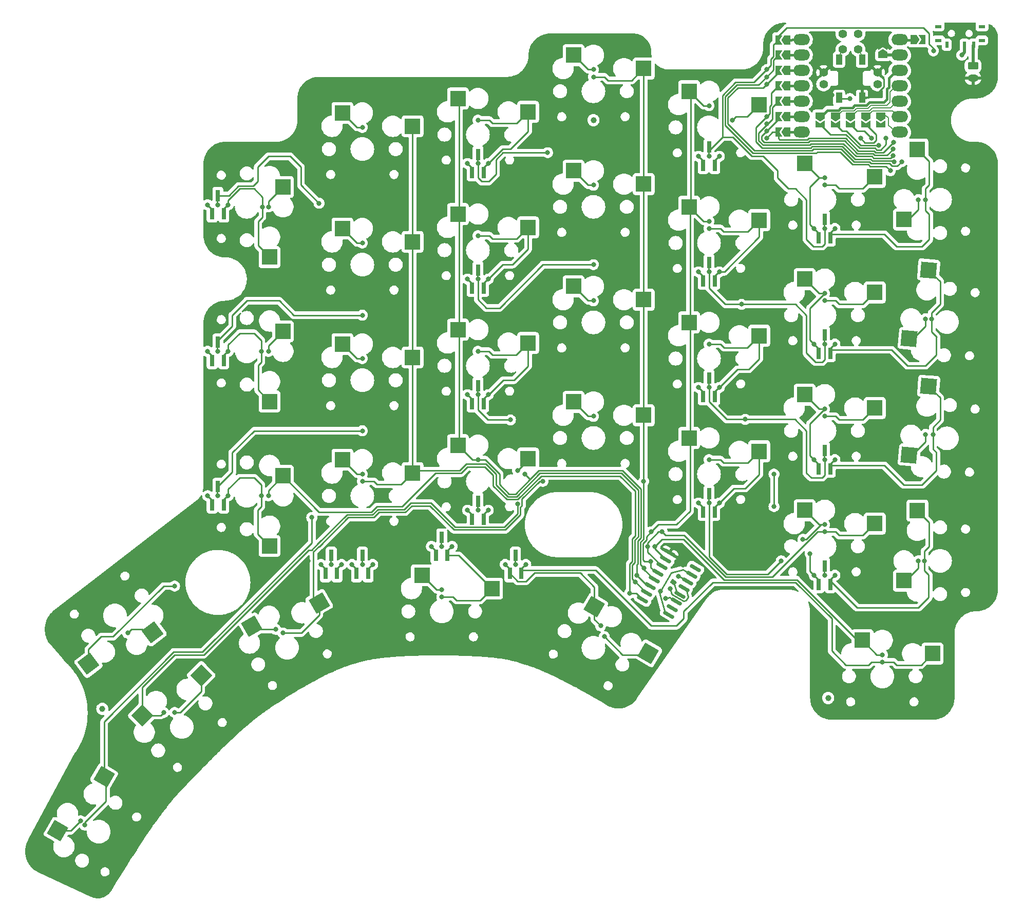
<source format=gbl>
G04 #@! TF.GenerationSoftware,KiCad,Pcbnew,7.0.2*
G04 #@! TF.CreationDate,2023-05-23T01:19:14+02:00*
G04 #@! TF.ProjectId,mykeeb_v7a3,6d796b65-6562-45f7-9637-61332e6b6963,rev?*
G04 #@! TF.SameCoordinates,Original*
G04 #@! TF.FileFunction,Copper,L2,Bot*
G04 #@! TF.FilePolarity,Positive*
%FSLAX46Y46*%
G04 Gerber Fmt 4.6, Leading zero omitted, Abs format (unit mm)*
G04 Created by KiCad (PCBNEW 7.0.2) date 2023-05-23 01:19:14*
%MOMM*%
%LPD*%
G01*
G04 APERTURE LIST*
G04 Aperture macros list*
%AMRoundRect*
0 Rectangle with rounded corners*
0 $1 Rounding radius*
0 $2 $3 $4 $5 $6 $7 $8 $9 X,Y pos of 4 corners*
0 Add a 4 corners polygon primitive as box body*
4,1,4,$2,$3,$4,$5,$6,$7,$8,$9,$2,$3,0*
0 Add four circle primitives for the rounded corners*
1,1,$1+$1,$2,$3*
1,1,$1+$1,$4,$5*
1,1,$1+$1,$6,$7*
1,1,$1+$1,$8,$9*
0 Add four rect primitives between the rounded corners*
20,1,$1+$1,$2,$3,$4,$5,0*
20,1,$1+$1,$4,$5,$6,$7,0*
20,1,$1+$1,$6,$7,$8,$9,0*
20,1,$1+$1,$8,$9,$2,$3,0*%
%AMRotRect*
0 Rectangle, with rotation*
0 The origin of the aperture is its center*
0 $1 length*
0 $2 width*
0 $3 Rotation angle, in degrees counterclockwise*
0 Add horizontal line*
21,1,$1,$2,0,0,$3*%
%AMFreePoly0*
4,1,6,0.500000,-0.750000,-0.500000,-0.750000,-1.000000,0.000000,-0.500000,0.750000,0.500000,0.750000,0.500000,-0.750000,0.500000,-0.750000,$1*%
%AMFreePoly1*
4,1,6,0.150000,0.000000,0.650000,-0.750000,-0.500000,-0.750000,-0.500000,0.750000,0.650000,0.750000,0.150000,0.000000,0.150000,0.000000,$1*%
%AMFreePoly2*
4,1,28,0.826108,0.851668,0.868993,0.794381,0.874097,0.723004,0.839802,0.660197,0.354361,0.174755,0.380423,0.123607,0.400000,0.000000,0.380423,-0.123607,0.323607,-0.235114,0.235114,-0.323607,0.123607,-0.380423,0.000000,-0.400000,-0.123607,-0.380423,-0.235114,-0.323607,-0.323607,-0.235114,-0.380423,-0.123607,-0.400000,0.000000,-0.380423,0.123607,-0.323607,0.235114,-0.235114,0.323607,
-0.123607,0.380423,0.000000,0.400000,0.123607,0.380423,0.174755,0.354361,0.660197,0.839802,0.689135,0.861465,0.759060,0.876676,0.826108,0.851668,0.826108,0.851668,$1*%
%AMFreePoly3*
4,1,28,0.123607,0.380423,0.235114,0.323607,0.323607,0.235114,0.380423,0.123607,0.400000,0.000000,0.380423,-0.123607,0.354361,-0.174755,0.839802,-0.660197,0.861465,-0.689135,0.876676,-0.759060,0.851668,-0.826108,0.794381,-0.868993,0.723004,-0.874097,0.660197,-0.839802,0.174755,-0.354361,0.123607,-0.380423,0.000000,-0.400000,-0.123607,-0.380423,-0.235114,-0.323607,-0.323607,-0.235114,
-0.380423,-0.123607,-0.400000,0.000000,-0.380423,0.123607,-0.323607,0.235114,-0.235114,0.323607,-0.123607,0.380423,0.000000,0.400000,0.123607,0.380423,0.123607,0.380423,$1*%
%AMFreePoly4*
4,1,27,0.123607,0.380423,0.235114,0.323607,0.323607,0.235114,0.380423,0.123607,0.400000,0.000000,0.380423,-0.123607,0.323607,-0.235114,0.235114,-0.323607,0.123607,-0.380423,0.000000,-0.400000,-0.123607,-0.380423,-0.235114,-0.323607,-0.323607,-0.235114,-0.378694,-0.127000,-1.150000,-0.127000,-1.185780,-0.121856,-1.245980,-0.083167,-1.275707,-0.018074,-1.265523,0.052758,-1.218661,0.106839,
-1.150000,0.127000,-0.378694,0.127000,-0.323607,0.235114,-0.235114,0.323607,-0.123607,0.380423,0.000000,0.400000,0.123607,0.380423,0.123607,0.380423,$1*%
G04 Aperture macros list end*
G04 #@! TA.AperFunction,EtchedComponent*
%ADD10C,0.400000*%
G04 #@! TD*
G04 #@! TA.AperFunction,EtchedComponent*
%ADD11C,0.200000*%
G04 #@! TD*
G04 #@! TA.AperFunction,EtchedComponent*
%ADD12C,0.500000*%
G04 #@! TD*
G04 #@! TA.AperFunction,SMDPad,CuDef*
%ADD13RotRect,2.600000X2.600000X210.000000*%
G04 #@! TD*
G04 #@! TA.AperFunction,SMDPad,CuDef*
%ADD14RotRect,2.600000X2.600000X265.000000*%
G04 #@! TD*
G04 #@! TA.AperFunction,SMDPad,CuDef*
%ADD15R,2.600000X2.600000*%
G04 #@! TD*
G04 #@! TA.AperFunction,SMDPad,CuDef*
%ADD16RotRect,2.600000X2.600000X225.000000*%
G04 #@! TD*
G04 #@! TA.AperFunction,SMDPad,CuDef*
%ADD17RotRect,2.600000X2.600000X240.000000*%
G04 #@! TD*
G04 #@! TA.AperFunction,ComponentPad*
%ADD18RoundRect,0.250000X-0.625000X0.350000X-0.625000X-0.350000X0.625000X-0.350000X0.625000X0.350000X0*%
G04 #@! TD*
G04 #@! TA.AperFunction,ComponentPad*
%ADD19O,1.750000X1.200000*%
G04 #@! TD*
G04 #@! TA.AperFunction,SMDPad,CuDef*
%ADD20RotRect,2.600000X2.600000X37.000000*%
G04 #@! TD*
G04 #@! TA.AperFunction,SMDPad,CuDef*
%ADD21FreePoly0,0.000000*%
G04 #@! TD*
G04 #@! TA.AperFunction,ComponentPad*
%ADD22O,2.750000X1.800000*%
G04 #@! TD*
G04 #@! TA.AperFunction,SMDPad,CuDef*
%ADD23FreePoly0,90.000000*%
G04 #@! TD*
G04 #@! TA.AperFunction,SMDPad,CuDef*
%ADD24R,1.000000X1.700000*%
G04 #@! TD*
G04 #@! TA.AperFunction,ComponentPad*
%ADD25C,1.397000*%
G04 #@! TD*
G04 #@! TA.AperFunction,SMDPad,CuDef*
%ADD26FreePoly0,270.000000*%
G04 #@! TD*
G04 #@! TA.AperFunction,SMDPad,CuDef*
%ADD27FreePoly0,180.000000*%
G04 #@! TD*
G04 #@! TA.AperFunction,SMDPad,CuDef*
%ADD28FreePoly1,0.000000*%
G04 #@! TD*
G04 #@! TA.AperFunction,SMDPad,CuDef*
%ADD29FreePoly1,90.000000*%
G04 #@! TD*
G04 #@! TA.AperFunction,SMDPad,CuDef*
%ADD30FreePoly1,270.000000*%
G04 #@! TD*
G04 #@! TA.AperFunction,SMDPad,CuDef*
%ADD31FreePoly1,180.000000*%
G04 #@! TD*
G04 #@! TA.AperFunction,SMDPad,CuDef*
%ADD32RotRect,2.600000X2.600000X150.000000*%
G04 #@! TD*
G04 #@! TA.AperFunction,SMDPad,CuDef*
%ADD33R,0.800000X1.900000*%
G04 #@! TD*
G04 #@! TA.AperFunction,ComponentPad*
%ADD34FreePoly2,180.000000*%
G04 #@! TD*
G04 #@! TA.AperFunction,ComponentPad*
%ADD35FreePoly3,0.000000*%
G04 #@! TD*
G04 #@! TA.AperFunction,ComponentPad*
%ADD36FreePoly4,270.000000*%
G04 #@! TD*
G04 #@! TA.AperFunction,SMDPad,CuDef*
%ADD37R,1.100000X0.600000*%
G04 #@! TD*
G04 #@! TA.AperFunction,SMDPad,CuDef*
%ADD38R,1.000000X0.600000*%
G04 #@! TD*
G04 #@! TA.AperFunction,SMDPad,CuDef*
%ADD39R,0.600000X1.000000*%
G04 #@! TD*
G04 #@! TA.AperFunction,SMDPad,CuDef*
%ADD40RoundRect,0.150000X-0.789471X0.282596X0.639471X-0.542404X0.789471X-0.282596X-0.639471X0.542404X0*%
G04 #@! TD*
G04 #@! TA.AperFunction,SMDPad,CuDef*
%ADD41C,1.000000*%
G04 #@! TD*
G04 #@! TA.AperFunction,ViaPad*
%ADD42C,0.800000*%
G04 #@! TD*
G04 #@! TA.AperFunction,Conductor*
%ADD43C,0.250000*%
G04 #@! TD*
G04 #@! TA.AperFunction,Conductor*
%ADD44C,0.500000*%
G04 #@! TD*
G04 APERTURE END LIST*
D10*
X183772099Y-36766146D02*
X185296099Y-36750146D01*
X183772099Y-39290146D02*
X185296099Y-39290146D01*
X183772099Y-41830146D02*
X185296099Y-41830146D01*
X183772099Y-44370146D02*
X185296099Y-44370146D01*
X183772099Y-46910146D02*
X185296099Y-46910146D01*
X183772099Y-49450146D02*
X185296099Y-49450146D01*
X183772099Y-51990146D02*
X185296099Y-51990146D01*
X190386099Y-48370146D02*
X189536099Y-49220146D01*
D11*
X192186099Y-39620146D02*
X192916099Y-38338146D01*
D10*
X192186099Y-48370146D02*
X190386099Y-48370146D01*
X192586099Y-47970146D02*
X192186099Y-48370146D01*
D11*
X192786099Y-48470146D02*
X192036099Y-49220146D01*
D10*
X194486099Y-47970146D02*
X192586099Y-47970146D01*
D11*
X194786099Y-48470146D02*
X192786099Y-48470146D01*
D10*
X194886099Y-47570146D02*
X194486099Y-47970146D01*
D11*
X195186099Y-48070146D02*
X194786099Y-48470146D01*
X195286099Y-48470146D02*
X194536099Y-49220146D01*
X196186099Y-39620146D02*
X195456099Y-38338146D01*
D10*
X196786099Y-47570146D02*
X194886099Y-47570146D01*
D11*
X197086099Y-48070146D02*
X195186099Y-48070146D01*
D10*
X197286099Y-47070146D02*
X196786099Y-47570146D01*
D11*
X197286099Y-48470146D02*
X195286099Y-48470146D01*
X197586099Y-47570146D02*
X197086099Y-48070146D01*
X197786099Y-47970146D02*
X197286099Y-48470146D01*
X197786099Y-48470146D02*
X197036099Y-49220146D01*
D12*
X199520099Y-39290146D02*
X201806099Y-39290146D01*
D10*
X199686099Y-47070146D02*
X197286099Y-47070146D01*
X200186099Y-44870146D02*
X200186099Y-46570146D01*
X200186099Y-46570146D02*
X199686099Y-47070146D01*
D11*
X200186099Y-47570146D02*
X197586099Y-47570146D01*
X200436099Y-49620146D02*
X199686099Y-49120146D01*
X200436099Y-50870146D02*
X200436099Y-49620146D01*
D10*
X200486099Y-43070146D02*
X200486099Y-44570146D01*
X200486099Y-44570146D02*
X200186099Y-44870146D01*
D11*
X200686099Y-45370146D02*
X200686099Y-47070146D01*
X200686099Y-47070146D02*
X200186099Y-47570146D01*
X200786099Y-47970146D02*
X197786099Y-47970146D01*
X201086099Y-48470146D02*
X197786099Y-48470146D01*
X201086099Y-48470146D02*
X201436099Y-48870146D01*
D10*
X201436099Y-42120146D02*
X200486099Y-43070146D01*
D11*
X201436099Y-44620146D02*
X200686099Y-45370146D01*
X201536099Y-47220146D02*
X200786099Y-47970146D01*
X201806099Y-51990146D02*
X200436099Y-50870146D01*
D10*
X203076099Y-36786146D02*
X204600099Y-36770146D01*
D13*
X95487482Y-133435569D03*
X106590075Y-129565825D03*
D14*
X203868121Y-86016881D03*
X207066399Y-74702575D03*
D15*
X167579815Y-64296920D03*
X179129815Y-66496920D03*
X186629815Y-95253220D03*
X198179815Y-97453220D03*
X129479815Y-65487620D03*
X141029815Y-67687620D03*
X186629815Y-114303220D03*
X198179815Y-116503220D03*
X148529783Y-39293780D03*
X160079783Y-41493780D03*
X203004815Y-125909420D03*
X205204815Y-114359420D03*
X203004815Y-66378220D03*
X205204815Y-54828220D03*
X123526615Y-125018920D03*
X135076615Y-127218920D03*
X100604715Y-108643920D03*
X98404715Y-120193920D03*
D16*
X77416055Y-148127309D03*
X87138773Y-141515861D03*
D15*
X186629783Y-57153180D03*
X198179783Y-59353180D03*
D17*
X63456464Y-167144253D03*
X71136720Y-158241660D03*
D18*
X214381428Y-41076581D03*
D19*
X214381428Y-43076581D03*
D20*
X79113846Y-134432457D03*
X68565612Y-139626422D03*
D15*
X110429815Y-105968820D03*
X121979815Y-108168820D03*
X148529815Y-96443820D03*
X160079815Y-98643820D03*
X129479815Y-84537620D03*
X141029815Y-86737620D03*
X110429815Y-86918820D03*
X121979815Y-89118820D03*
X148529815Y-77393820D03*
X160079815Y-79593820D03*
X167579815Y-83346920D03*
X179129815Y-85546920D03*
D21*
X183772099Y-36766146D03*
X183772099Y-39290146D03*
X183772099Y-41830146D03*
X183772099Y-44370146D03*
X183772099Y-46910146D03*
X183772099Y-49450146D03*
X183772099Y-51990146D03*
D22*
X186091099Y-36750146D03*
X186091099Y-39290146D03*
X186091099Y-41830146D03*
X186091099Y-44370146D03*
X186091099Y-46910146D03*
X186091099Y-49450146D03*
X186091099Y-51990146D03*
D23*
X189186099Y-49245146D03*
X191686099Y-49245146D03*
D24*
X192286099Y-40029521D03*
D25*
X192916099Y-38338146D03*
D23*
X194186099Y-49245146D03*
D25*
X195456099Y-38338146D03*
D24*
X196086099Y-40029521D03*
D23*
X196686099Y-49245146D03*
X199186099Y-49245146D03*
D26*
X199520099Y-39290146D03*
D22*
X202281099Y-36750146D03*
X202281099Y-39290146D03*
X202281099Y-41830146D03*
X202281099Y-44370146D03*
X202281099Y-46910146D03*
X202281099Y-49450146D03*
X202281099Y-51990146D03*
D27*
X204600099Y-36750146D03*
D28*
X182322099Y-36766146D03*
X182322099Y-39290146D03*
X182322099Y-41830146D03*
X182322099Y-44370146D03*
X182322099Y-46910146D03*
X182322099Y-49450146D03*
X182322099Y-51990146D03*
D29*
X199186099Y-50695146D03*
X196686099Y-50695146D03*
X194186099Y-50695146D03*
X191686099Y-50695146D03*
X189186099Y-50695146D03*
D30*
X199520099Y-37840146D03*
D31*
X206050099Y-36750146D03*
D25*
X192916099Y-35798146D03*
X195456099Y-35798146D03*
D24*
X192286099Y-46329521D03*
X196086099Y-46329521D03*
D25*
X189741099Y-44053146D03*
X198631099Y-44053146D03*
X189741099Y-42148146D03*
X198631099Y-42148146D03*
D15*
X110429783Y-48818780D03*
X121979783Y-51018780D03*
X100604815Y-61018820D03*
X98404815Y-72568820D03*
X129479815Y-103587620D03*
X141029815Y-105787620D03*
X167579815Y-102396920D03*
X179129815Y-104596920D03*
X167579783Y-45246880D03*
X179129783Y-47446880D03*
D14*
X203868121Y-105199681D03*
X207066399Y-93885375D03*
D15*
X100604815Y-84831320D03*
X98404815Y-96381320D03*
D32*
X151943482Y-130202769D03*
X160846075Y-137883025D03*
D15*
X196154815Y-135734520D03*
X207704815Y-137934520D03*
X186629815Y-76203220D03*
X198179815Y-78403220D03*
X148529815Y-58343820D03*
X160079815Y-60543820D03*
X129479783Y-46437580D03*
X141029783Y-48637580D03*
D33*
X90842263Y-113418828D03*
D34*
X91592263Y-111918828D03*
D33*
X88942263Y-113418828D03*
D35*
X88192263Y-111918828D03*
D36*
X89892263Y-111918828D03*
D33*
X89892263Y-110418828D03*
D37*
X215867367Y-34575764D03*
D38*
X208667367Y-34575764D03*
X215867367Y-36861764D03*
D37*
X208667367Y-36861764D03*
D39*
X210067367Y-37568764D03*
X212967367Y-37568764D03*
X214467367Y-37568764D03*
D33*
X133704799Y-115800080D03*
D34*
X134454799Y-114300080D03*
D33*
X131804799Y-115800080D03*
D35*
X131054799Y-114300080D03*
D36*
X132754799Y-114300080D03*
D33*
X132754799Y-112800080D03*
X190854847Y-107465698D03*
D34*
X191604847Y-105965698D03*
D33*
X188954847Y-107465698D03*
D35*
X188204847Y-105965698D03*
D36*
X189904847Y-105965698D03*
D33*
X189904847Y-104465698D03*
X133704799Y-58650032D03*
D34*
X134454799Y-57150032D03*
D33*
X131804799Y-58650032D03*
D35*
X131054799Y-57150032D03*
D36*
X132754799Y-57150032D03*
D33*
X132754799Y-55650032D03*
X190854847Y-88415682D03*
D34*
X191604847Y-86915682D03*
D33*
X188954847Y-88415682D03*
D35*
X188204847Y-86915682D03*
D36*
X189904847Y-86915682D03*
D33*
X189904847Y-85415682D03*
D40*
X159897659Y-129037654D03*
X160532659Y-127937802D03*
X161167659Y-126837949D03*
X161802659Y-125738097D03*
X162437659Y-124638245D03*
X163072659Y-123538393D03*
X163707659Y-122438540D03*
X164342659Y-121338688D03*
X168629485Y-123813688D03*
X167994485Y-124913540D03*
X167359485Y-126013393D03*
X166724485Y-127113245D03*
X166089485Y-128213097D03*
X165454485Y-129312949D03*
X164819485Y-130412802D03*
X164184485Y-131512654D03*
D33*
X171804831Y-95559438D03*
D34*
X172554831Y-94059438D03*
D33*
X169904831Y-95559438D03*
D35*
X169154831Y-94059438D03*
D36*
X170854831Y-94059438D03*
D33*
X170854831Y-92559438D03*
X171804831Y-76509422D03*
D34*
X172554831Y-75009422D03*
D33*
X169904831Y-76509422D03*
D35*
X169154831Y-75009422D03*
D36*
X170854831Y-75009422D03*
D33*
X170854831Y-73509422D03*
D41*
X70842247Y-147042295D03*
X151804815Y-50006276D03*
D33*
X114654783Y-124729775D03*
D34*
X115404783Y-123229775D03*
D33*
X112754783Y-124729775D03*
D35*
X112004783Y-123229775D03*
D36*
X113704783Y-123229775D03*
D33*
X113704783Y-121729775D03*
X133704799Y-96750064D03*
D34*
X134454799Y-95250064D03*
D33*
X131804799Y-96750064D03*
D35*
X131054799Y-95250064D03*
D36*
X132754799Y-95250064D03*
D33*
X132754799Y-93750064D03*
X190854847Y-69365666D03*
D34*
X191604847Y-67865666D03*
D33*
X188954847Y-69365666D03*
D35*
X188204847Y-67865666D03*
D36*
X189904847Y-67865666D03*
D33*
X189904847Y-66365666D03*
X127751669Y-121753210D03*
D34*
X128501669Y-120253210D03*
D33*
X125851669Y-121753210D03*
D35*
X125101669Y-120253210D03*
D36*
X126801669Y-120253210D03*
D33*
X126801669Y-118753210D03*
D15*
X110429815Y-67868820D03*
X121979815Y-70068820D03*
D33*
X171804831Y-114609454D03*
D34*
X172554831Y-113109454D03*
D33*
X169904831Y-114609454D03*
D35*
X169154831Y-113109454D03*
D36*
X170854831Y-113109454D03*
D33*
X170854831Y-111609454D03*
X133704799Y-77700048D03*
D34*
X134454799Y-76200048D03*
D33*
X131804799Y-77700048D03*
D35*
X131054799Y-76200048D03*
D36*
X132754799Y-76200048D03*
D33*
X132754799Y-74700048D03*
X90842263Y-65451601D03*
D34*
X91592263Y-63951601D03*
D33*
X88942263Y-65451601D03*
D35*
X88192263Y-63951601D03*
D36*
X89892263Y-63951601D03*
D33*
X89892263Y-62451601D03*
X90842263Y-89606308D03*
D34*
X91592263Y-88106308D03*
D33*
X88942263Y-89606308D03*
D35*
X88192263Y-88106308D03*
D36*
X89892263Y-88106308D03*
D33*
X89892263Y-86606308D03*
X190854847Y-126515714D03*
D34*
X191604847Y-125015714D03*
D33*
X188954847Y-126515714D03*
D35*
X188204847Y-125015714D03*
D36*
X189904847Y-125015714D03*
D33*
X189904847Y-123515714D03*
X171804831Y-57459406D03*
D34*
X172554831Y-55959406D03*
D33*
X169904831Y-57459406D03*
D35*
X169154831Y-55959406D03*
D36*
X170854831Y-55959406D03*
D33*
X170854831Y-54459406D03*
X139898555Y-124729775D03*
D34*
X140648555Y-123229775D03*
D33*
X137998555Y-124729775D03*
D35*
X137248555Y-123229775D03*
D36*
X138948555Y-123229775D03*
D33*
X138948555Y-121729775D03*
X109537592Y-124729775D03*
D34*
X110287592Y-123229775D03*
D33*
X107637592Y-124729775D03*
D35*
X106887592Y-123229775D03*
D36*
X108587592Y-123229775D03*
D33*
X108587592Y-121729775D03*
D41*
X190500160Y-145256356D03*
D42*
X79176629Y-123825104D03*
X211931428Y-41671894D03*
X133945425Y-121443836D03*
X212526741Y-44648459D03*
X169664205Y-119062584D03*
X216693932Y-41671894D03*
X128587608Y-114300080D03*
X191095473Y-36909390D03*
X197643916Y-45839085D03*
X184547030Y-107751637D03*
X192881412Y-42267207D03*
X134540738Y-92868812D03*
X165076785Y-126207771D03*
X134540738Y-73818796D03*
X129778234Y-110132889D03*
X172640770Y-91678186D03*
X96440706Y-123825088D03*
X172640770Y-72628170D03*
X177998587Y-120848523D03*
X187523595Y-78581300D03*
X173236083Y-66675040D03*
X206573611Y-104775072D03*
X128587608Y-79771926D03*
X191095473Y-45839085D03*
X201215794Y-79176613D03*
X173831396Y-108942263D03*
X213717367Y-45243772D03*
X197048603Y-36909390D03*
X134540738Y-55364093D03*
X128587608Y-53578154D03*
X192286099Y-135136035D03*
X136921990Y-115490706D03*
X104775088Y-122634462D03*
X157162632Y-51792215D03*
X167282953Y-121443836D03*
X166687640Y-72032857D03*
X194072038Y-43457833D03*
X134540738Y-79771926D03*
X169068892Y-91678186D03*
X139303242Y-117871958D03*
X85129759Y-130968844D03*
X214907993Y-45243772D03*
X155376693Y-125015730D03*
X158353258Y-73223483D03*
X193476725Y-64889101D03*
X216098619Y-44648459D03*
X166687640Y-52387528D03*
X195262664Y-43457833D03*
X166562774Y-123348822D03*
X139898555Y-70842231D03*
X161925136Y-130373531D03*
X167878266Y-117871958D03*
X170854831Y-125015714D03*
X116681348Y-112514141D03*
X100607897Y-99417255D03*
X169068892Y-72628170D03*
X192881412Y-43457833D03*
X161329823Y-115490706D03*
X165497014Y-120253210D03*
X195262664Y-42267207D03*
X169068892Y-54173467D03*
X100607897Y-76200048D03*
X163115762Y-69056292D03*
X106561027Y-117276645D03*
X194072038Y-42267207D03*
X118467287Y-123825088D03*
X216693932Y-42862520D03*
X164901701Y-80367239D03*
X187523595Y-97631316D03*
X201215794Y-98226629D03*
X111323531Y-121443836D03*
X211931428Y-42862520D03*
X186332969Y-123229775D03*
X207861760Y-38597807D03*
X144254315Y-55364093D03*
X106561027Y-63698475D03*
X180365163Y-41671894D03*
X113704783Y-82153178D03*
X200749668Y-58340658D03*
X176212648Y-80367239D03*
X151804815Y-73818796D03*
X180367291Y-42862520D03*
X113704783Y-101203194D03*
X202648491Y-56833858D03*
X180379839Y-44053146D03*
X138112616Y-99417255D03*
X176807961Y-99328220D03*
X201359003Y-56867967D03*
X180379839Y-49410963D03*
X182761091Y-122634462D03*
X113704783Y-51196902D03*
X180379839Y-50601589D03*
X201162231Y-55888025D03*
X206573611Y-82748491D03*
X199429855Y-138112600D03*
X206573611Y-101798507D03*
X161925136Y-120253210D03*
X205382985Y-122634462D03*
X205382985Y-63103162D03*
X194072038Y-46434398D03*
X212526741Y-39290642D03*
X181570465Y-113704767D03*
X189904847Y-79771926D03*
X181570465Y-108346950D03*
X163115762Y-117871958D03*
X153590754Y-135136035D03*
X189904847Y-98821942D03*
X160734510Y-120253210D03*
X189904847Y-60721910D03*
X189904847Y-117871958D03*
X170854831Y-66675040D03*
X161329823Y-117871958D03*
X161236976Y-122727309D03*
X126801669Y-127396966D03*
X170854831Y-47625024D03*
X143470433Y-109537576D03*
X160079815Y-109537576D03*
X151804815Y-42862520D03*
X160139197Y-123825088D03*
X100607897Y-134540722D03*
X80962568Y-147637608D03*
X139303242Y-113238641D03*
X140493868Y-108346950D03*
X132754799Y-105965698D03*
X158948571Y-125015714D03*
X113704783Y-109537576D03*
X105370401Y-115490706D03*
X158708387Y-126113449D03*
X67977124Y-166203753D03*
X206573611Y-63103162D03*
X189904847Y-59531284D03*
X207573114Y-82748491D03*
X189904847Y-78581300D03*
X207764237Y-101798507D03*
X189904847Y-97631316D03*
X206382488Y-122634462D03*
X186332969Y-119102720D03*
X189904847Y-116681332D03*
X187523595Y-121443836D03*
X174704283Y-50006276D03*
X151804815Y-41671894D03*
X170854831Y-67865666D03*
X151804815Y-60721910D03*
X170854831Y-86915682D03*
X151804815Y-79771926D03*
X170854831Y-105965698D03*
X151804815Y-98821942D03*
X132754799Y-50006276D03*
X132754799Y-69056292D03*
X113704783Y-70246918D03*
X132754799Y-88106308D03*
X113704783Y-89296934D03*
X139303242Y-107751637D03*
X113704783Y-108346950D03*
X82748507Y-147637608D03*
X67270369Y-165496998D03*
X157757945Y-127992279D03*
X98226645Y-88106308D03*
X75009438Y-134540722D03*
X98226645Y-64293788D03*
X98226645Y-111918828D03*
X199429855Y-139303226D03*
X152995441Y-133350096D03*
X97227142Y-64293788D03*
X97036019Y-88106308D03*
X97036019Y-111918828D03*
X82748507Y-126801653D03*
X180379839Y-52940646D03*
X201280380Y-53642756D03*
X99417271Y-133945409D03*
X126801669Y-128587592D03*
X180379839Y-51792215D03*
X201215794Y-54768780D03*
X195857977Y-52982841D03*
X165783977Y-125241252D03*
X164481472Y-127238884D03*
X197643916Y-52982841D03*
X163700381Y-128850146D03*
X198834542Y-54173467D03*
X200025168Y-52982841D03*
X162855046Y-127674683D03*
D43*
X105370401Y-119657897D02*
X105370401Y-115490706D01*
X87365682Y-137662616D02*
X105370401Y-119657897D01*
X82603178Y-137662616D02*
X87365682Y-137662616D01*
X71136720Y-149129074D02*
X82603178Y-137662616D01*
X71136720Y-158241660D02*
X71136720Y-149129074D01*
X197602257Y-57148467D02*
X197327257Y-56873467D01*
X194739601Y-56873467D02*
X192648975Y-54782841D01*
X188051400Y-54782841D02*
X187819095Y-55015146D01*
X200620481Y-57154750D02*
X200620481Y-57148467D01*
X201889382Y-57592967D02*
X201058698Y-57592967D01*
X197327257Y-56873467D02*
X194739601Y-56873467D01*
X200620481Y-57148467D02*
X197602257Y-57148467D01*
X201058698Y-57592967D02*
X200620481Y-57154750D01*
X202648491Y-56833858D02*
X201889382Y-57592967D01*
X192648975Y-54782841D02*
X188051400Y-54782841D01*
X187819095Y-55015146D02*
X178369927Y-55015146D01*
X178369927Y-55015146D02*
X173979783Y-50625002D01*
X173979783Y-50625002D02*
X173979783Y-46286011D01*
X173979783Y-46286011D02*
X175617335Y-44648459D01*
X175617335Y-44648459D02*
X179784526Y-44648459D01*
X179784526Y-44648459D02*
X180379839Y-44053146D01*
X195298789Y-55523467D02*
X193208163Y-53432841D01*
X197886445Y-55523467D02*
X195298789Y-55523467D01*
X201127190Y-54898467D02*
X200227190Y-55798467D01*
X200227190Y-55798467D02*
X198161445Y-55798467D01*
X179493900Y-53205362D02*
X179493900Y-52678154D01*
X201215794Y-54768780D02*
X201127190Y-54857384D01*
X198161445Y-55798467D02*
X197886445Y-55523467D01*
X187492212Y-53432841D02*
X187259907Y-53665146D01*
X201127190Y-54857384D02*
X201127190Y-54898467D01*
X193208163Y-53432841D02*
X187492212Y-53432841D01*
X187259907Y-53665146D02*
X179953684Y-53665146D01*
X179493900Y-52678154D02*
X180379839Y-51792215D01*
X179953684Y-53665146D02*
X179493900Y-53205362D01*
X193394559Y-52982841D02*
X187305816Y-52982841D01*
X198072841Y-55073467D02*
X195485185Y-55073467D01*
X198347841Y-55348467D02*
X198072841Y-55073467D01*
X195485185Y-55073467D02*
X193394559Y-52982841D01*
X199574669Y-55348467D02*
X198347841Y-55348467D01*
X201280380Y-53642756D02*
X199574669Y-55348467D01*
X187073511Y-53215146D02*
X182528786Y-53215146D01*
X182322099Y-53008459D02*
X182322099Y-51990146D01*
X187305816Y-52982841D02*
X187073511Y-53215146D01*
X182528786Y-53215146D02*
X182322099Y-53008459D01*
D44*
X214381428Y-41076581D02*
X214381428Y-37654703D01*
X214381428Y-37654703D02*
X214467367Y-37568764D01*
D43*
X165527110Y-127888410D02*
X166089485Y-128213097D01*
X166562774Y-123348822D02*
X166331897Y-122487175D01*
X197643916Y-45839085D02*
X198292608Y-45839085D01*
X166331897Y-122487175D02*
X164342659Y-121338688D01*
X197153480Y-46329521D02*
X196086099Y-46329521D01*
X199654599Y-44477094D02*
X199654599Y-43171646D01*
X198292608Y-45839085D02*
X199654599Y-44477094D01*
X197643916Y-45839085D02*
X197153480Y-46329521D01*
X199654599Y-43171646D02*
X198631099Y-42148146D01*
X165076785Y-126207771D02*
X165527110Y-127888410D01*
X106561027Y-63698475D02*
X103584462Y-60721910D01*
X103584462Y-57745345D02*
X101798523Y-55959406D01*
X181047099Y-40989958D02*
X181047099Y-39928750D01*
X207168924Y-37504703D02*
X207168924Y-35718764D01*
X178288598Y-43748459D02*
X175244543Y-43748459D01*
X182165778Y-59531284D02*
X183951717Y-61317223D01*
X189904847Y-70415666D02*
X189904847Y-67865666D01*
X174795052Y-52796954D02*
X177913244Y-55915146D01*
X188118908Y-70842231D02*
X189478282Y-70842231D01*
X101798523Y-55959406D02*
X98226645Y-55959406D01*
X135731364Y-58935971D02*
X134540738Y-60126597D01*
X96440706Y-57745345D02*
X96440706Y-60126597D01*
X182165778Y-58296398D02*
X182165778Y-59531284D01*
X103584462Y-60721910D02*
X103584462Y-57745345D01*
X180365163Y-41671894D02*
X178288598Y-43748459D01*
X182322099Y-36157756D02*
X182322099Y-36766146D01*
X98226645Y-55959406D02*
X96440706Y-57745345D01*
X186928282Y-69651605D02*
X188118908Y-70842231D01*
X173079783Y-52796954D02*
X174795052Y-52796954D01*
X181497099Y-39478750D02*
X181497099Y-37591146D01*
X136877134Y-55364093D02*
X135731364Y-56509863D01*
X186928282Y-63103162D02*
X186928282Y-69651605D01*
X179784526Y-55915146D02*
X182165778Y-58296398D01*
X207861760Y-38597807D02*
X207861760Y-38197539D01*
X132754799Y-59531284D02*
X132754799Y-57150032D01*
X95700080Y-60867223D02*
X93277745Y-60867223D01*
X177913244Y-55915146D02*
X179784526Y-55915146D01*
X183705209Y-34774646D02*
X182322099Y-36157756D01*
X180365163Y-41671894D02*
X181047099Y-40989958D01*
X96440706Y-60126597D02*
X95700080Y-60867223D01*
X133350112Y-60126597D02*
X132754799Y-59531284D01*
X181047099Y-39928750D02*
X181497099Y-39478750D01*
X185142343Y-61317223D02*
X186928282Y-63103162D01*
X207168924Y-35718764D02*
X206224806Y-34774646D01*
X134540738Y-60126597D02*
X133350112Y-60126597D01*
X175244543Y-43748459D02*
X173079783Y-45913219D01*
X135731364Y-56509863D02*
X135731364Y-58935971D01*
X93277745Y-60867223D02*
X91693367Y-62451601D01*
X183951717Y-61317223D02*
X185142343Y-61317223D01*
X173079783Y-45913219D02*
X173079783Y-52796954D01*
X173079783Y-52796954D02*
X170854831Y-55021906D01*
X189478282Y-70842231D02*
X189904847Y-70415666D01*
X207861760Y-38197539D02*
X207168924Y-37504703D01*
X144254315Y-55364093D02*
X136877134Y-55364093D01*
X206224806Y-34774646D02*
X183705209Y-34774646D01*
X91693367Y-62451601D02*
X89892263Y-62451601D01*
X181497099Y-37591146D02*
X182322099Y-36766146D01*
X179031352Y-44198459D02*
X175430939Y-44198459D01*
X185142343Y-80367239D02*
X176212648Y-80367239D01*
X189904847Y-89465682D02*
X189478282Y-89892247D01*
X188481916Y-55465146D02*
X188714221Y-55232841D01*
X89892263Y-86320369D02*
X89892263Y-86606308D01*
X180367291Y-42862520D02*
X181497099Y-41732712D01*
X134110746Y-80962552D02*
X132754799Y-79606605D01*
X197140861Y-57323467D02*
X197415861Y-57598467D01*
X175430939Y-44198459D02*
X173529783Y-46099615D01*
X170854831Y-77673483D02*
X170854831Y-75009422D01*
X188431412Y-89892247D02*
X186928282Y-88389117D01*
X176212648Y-80367239D02*
X173548587Y-80367239D01*
X151804815Y-73818796D02*
X143470433Y-73818796D01*
X189478282Y-89892247D02*
X188431412Y-89892247D01*
X136326677Y-80962552D02*
X134110746Y-80962552D01*
X181497099Y-41732712D02*
X181497099Y-40115146D01*
X178099640Y-55465146D02*
X188481916Y-55465146D01*
X173529783Y-50895289D02*
X178099640Y-55465146D01*
X188714221Y-55232841D02*
X192462579Y-55232841D01*
X197415861Y-57598467D02*
X200007477Y-57598467D01*
X132754799Y-79606605D02*
X132754799Y-76200048D01*
X100012584Y-79771926D02*
X94654767Y-79771926D01*
X113704783Y-82153178D02*
X102393836Y-82153178D01*
X181497099Y-40115146D02*
X182322099Y-39290146D01*
X102393836Y-82153178D02*
X100012584Y-79771926D01*
X143470433Y-73818796D02*
X136326677Y-80962552D01*
X200007477Y-57598467D02*
X200749668Y-58340658D01*
X180367291Y-42862520D02*
X179031352Y-44198459D01*
X194553205Y-57323467D02*
X197140861Y-57323467D01*
X94654767Y-79771926D02*
X92273515Y-82153178D01*
X192462579Y-55232841D02*
X194553205Y-57323467D01*
X92273515Y-82153178D02*
X92273515Y-83939117D01*
X186928282Y-82153178D02*
X185142343Y-80367239D01*
X173548587Y-80367239D02*
X170854831Y-77673483D01*
X92273515Y-83939117D02*
X89892263Y-86320369D01*
X186928282Y-88389117D02*
X186928282Y-82153178D01*
X173529783Y-46099615D02*
X173529783Y-50895289D01*
X189904847Y-86915682D02*
X189904847Y-89465682D01*
X95845393Y-101203194D02*
X92273515Y-104775072D01*
X113704783Y-101203194D02*
X95845393Y-101203194D01*
X92273515Y-104775072D02*
X92273515Y-108037576D01*
X189904847Y-108515698D02*
X189478282Y-108942263D01*
X132754799Y-97800064D02*
X132754799Y-95250064D01*
X134371990Y-99417255D02*
X132754799Y-97800064D01*
X186928282Y-101203194D02*
X185053308Y-99328220D01*
X189478282Y-108942263D02*
X187714048Y-108942263D01*
X176807961Y-99328220D02*
X173742361Y-99328220D01*
X189904847Y-105965698D02*
X189904847Y-108515698D01*
X180379839Y-44053146D02*
X182322099Y-42110886D01*
X182322099Y-42110886D02*
X182322099Y-41830146D01*
X186928282Y-108156497D02*
X186928282Y-101203194D01*
X185053308Y-99328220D02*
X176807961Y-99328220D01*
X92273515Y-108037576D02*
X89892263Y-110418828D01*
X138112616Y-99417255D02*
X134371990Y-99417255D01*
X187714048Y-108942263D02*
X186928282Y-108156497D01*
X170854831Y-96440690D02*
X170854831Y-94059438D01*
X173742361Y-99328220D02*
X170854831Y-96440690D01*
X181124307Y-45567938D02*
X182322099Y-44370146D01*
X197788653Y-56698467D02*
X197513653Y-56423467D01*
X180860703Y-47735146D02*
X181124307Y-47471542D01*
X179580892Y-54565146D02*
X178593900Y-53578154D01*
X178593900Y-53578154D02*
X178593900Y-51196902D01*
X180379839Y-49410963D02*
X180860703Y-48930099D01*
X192835371Y-54332841D02*
X187865004Y-54332841D01*
X180860703Y-48930099D02*
X180860703Y-47735146D01*
X182761091Y-122634462D02*
X180539213Y-124856340D01*
X187632699Y-54565146D02*
X179580892Y-54565146D01*
X170854831Y-121956983D02*
X170854831Y-113109454D01*
X201189503Y-56698467D02*
X197788653Y-56698467D01*
X180539213Y-124856340D02*
X173754188Y-124856340D01*
X201359003Y-56867967D02*
X201189503Y-56698467D01*
X181124307Y-47471542D02*
X181124307Y-45567938D01*
X173754188Y-124856340D02*
X170854831Y-121956983D01*
X178593900Y-51196902D02*
X180379839Y-49410963D01*
X194925997Y-56423467D02*
X192835371Y-54332841D01*
X187865004Y-54332841D02*
X187632699Y-54565146D01*
X197513653Y-56423467D02*
X194925997Y-56423467D01*
X112807905Y-51196902D02*
X110429783Y-48818780D01*
X113704783Y-51196902D02*
X112807905Y-51196902D01*
X179043900Y-52091949D02*
X180379839Y-50756010D01*
X197975049Y-56248467D02*
X197700049Y-55973467D01*
X201162231Y-55888025D02*
X200801789Y-56248467D01*
X181310703Y-47921542D02*
X182322099Y-46910146D01*
X195112393Y-55973467D02*
X193021767Y-53882841D01*
X180379839Y-50756010D02*
X180379839Y-50601589D01*
X180534260Y-50601589D02*
X181310703Y-49825146D01*
X187446303Y-54115146D02*
X179767288Y-54115146D01*
X179043900Y-53391758D02*
X179043900Y-52091949D01*
X197700049Y-55973467D02*
X195112393Y-55973467D01*
X200801789Y-56248467D02*
X197975049Y-56248467D01*
X193021767Y-53882841D02*
X187678608Y-53882841D01*
X180379839Y-50601589D02*
X180534260Y-50601589D01*
X181310703Y-49825146D02*
X181310703Y-47921542D01*
X187678608Y-53882841D02*
X187446303Y-54115146D01*
X179767288Y-54115146D02*
X179043900Y-53391758D01*
X198532895Y-138112600D02*
X196154815Y-135734520D01*
X166687640Y-119062584D02*
X163115762Y-119062584D01*
X205382985Y-64742232D02*
X203746997Y-66378220D01*
X173381396Y-125756340D02*
X166687640Y-119062584D01*
X196154815Y-135734520D02*
X195306919Y-135734520D01*
X199429855Y-138112600D02*
X198532895Y-138112600D01*
X185328739Y-125756340D02*
X173381396Y-125756340D01*
X161925136Y-120656017D02*
X163707659Y-122438540D01*
X203746997Y-66378220D02*
X203004815Y-66378220D01*
X206573611Y-83939117D02*
X204495847Y-86016881D01*
X195306919Y-135734520D02*
X185328739Y-125756340D01*
X205382985Y-123825088D02*
X203298653Y-125909420D01*
X163115762Y-119062584D02*
X161925136Y-120253210D01*
X161925136Y-120253210D02*
X161925136Y-120656017D01*
X204495847Y-86016881D02*
X203868121Y-86016881D01*
X206573611Y-82748491D02*
X206573611Y-83939117D01*
X206573611Y-101798507D02*
X206573611Y-102989133D01*
X205382985Y-63103162D02*
X205382985Y-64742232D01*
X205382985Y-122634462D02*
X205382985Y-123825088D01*
X204363063Y-105199681D02*
X203868121Y-105199681D01*
X203298653Y-125909420D02*
X203004815Y-125909420D01*
X206573611Y-102989133D02*
X204363063Y-105199681D01*
X192390976Y-46434398D02*
X194072038Y-46434398D01*
X192286099Y-46329521D02*
X192390976Y-46434398D01*
D44*
X212526741Y-39290642D02*
X212967367Y-38850016D01*
X212967367Y-38850016D02*
X212967367Y-37568764D01*
D43*
X191690786Y-117871958D02*
X192286099Y-118467271D01*
X196215740Y-61317223D02*
X198179783Y-59353180D01*
X160734510Y-120253210D02*
X160734510Y-121200244D01*
X173567792Y-125306340D02*
X181320922Y-125306340D01*
X166728723Y-118467271D02*
X173567792Y-125306340D01*
X181570465Y-108346950D02*
X181570465Y-113704767D01*
X196215764Y-118467271D02*
X198179815Y-116503220D01*
X191690786Y-79771926D02*
X192286099Y-80367239D01*
X189904847Y-79771926D02*
X191690786Y-79771926D01*
X162520449Y-117871958D02*
X160734510Y-119657897D01*
X192286099Y-61317223D02*
X196215740Y-61317223D01*
X189904847Y-98821942D02*
X191690786Y-98821942D01*
X160734510Y-119657897D02*
X160734510Y-120253210D01*
X160734510Y-121200244D02*
X163072659Y-123538393D01*
X196215780Y-99417255D02*
X198179815Y-97453220D01*
X163115762Y-117871958D02*
X163711075Y-118467271D01*
X188755304Y-117871958D02*
X189904847Y-117871958D01*
X192286099Y-118467271D02*
X196215764Y-118467271D01*
X160608575Y-138120525D02*
X156575244Y-138120525D01*
X196215796Y-80367239D02*
X198179815Y-78403220D01*
X163711075Y-118467271D02*
X166728723Y-118467271D01*
X181320922Y-125306340D02*
X188755304Y-117871958D01*
X163115762Y-117871958D02*
X162520449Y-117871958D01*
X160846075Y-137883025D02*
X160608575Y-138120525D01*
X156575244Y-138120525D02*
X153590754Y-135136035D01*
X191690786Y-60721910D02*
X192286099Y-61317223D01*
X192286099Y-99417255D02*
X196215780Y-99417255D01*
X189904847Y-117871958D02*
X191690786Y-117871958D01*
X191690786Y-98821942D02*
X192286099Y-99417255D01*
X192286099Y-80367239D02*
X196215796Y-80367239D01*
X189904847Y-60721910D02*
X191690786Y-60721910D01*
X167729815Y-102246920D02*
X167579815Y-102396920D01*
X167839276Y-64037459D02*
X167579815Y-64296920D01*
X160232044Y-122727309D02*
X160009510Y-122504775D01*
X169957927Y-47625024D02*
X167579783Y-45246880D01*
X167729815Y-83196920D02*
X167579815Y-83346920D01*
X123526615Y-125018920D02*
X125904661Y-127396966D01*
X160009510Y-119746501D02*
X160529815Y-119226196D01*
X167579783Y-45246880D02*
X167839276Y-45506373D01*
X169957935Y-66675040D02*
X167579815Y-64296920D01*
X160009510Y-122504775D02*
X160009510Y-119746501D01*
X162142980Y-124638245D02*
X162437659Y-124638245D01*
X162520449Y-116681332D02*
X165497014Y-116681332D01*
X125904661Y-127396966D02*
X126801669Y-127396966D01*
X167729815Y-64446920D02*
X167729815Y-83196920D01*
X160529815Y-119226196D02*
X160529815Y-118671966D01*
X167839276Y-45506373D02*
X167839276Y-64037459D01*
X161236976Y-122727309D02*
X161236976Y-123732241D01*
X165497014Y-116681332D02*
X167729815Y-114448531D01*
X161236976Y-122727309D02*
X160232044Y-122727309D01*
X167579815Y-83346920D02*
X167729815Y-83496920D01*
X161329823Y-117871958D02*
X162520449Y-116681332D01*
X167729815Y-83496920D02*
X167729815Y-102246920D01*
X167729815Y-114448531D02*
X167729815Y-102546920D01*
X170854831Y-47625024D02*
X169957927Y-47625024D01*
X170854831Y-66675040D02*
X169957935Y-66675040D01*
X167579815Y-64296920D02*
X167729815Y-64446920D01*
X160529815Y-118671966D02*
X161329823Y-117871958D01*
X161236976Y-123732241D02*
X162142980Y-124638245D01*
X167729815Y-102546920D02*
X167579815Y-102396920D01*
X137309951Y-117525080D02*
X139753242Y-115081789D01*
X128794960Y-117525080D02*
X137309951Y-117525080D01*
X154186067Y-43457833D02*
X158115730Y-43457833D01*
X111364614Y-115490706D02*
X115572888Y-115490706D01*
X116458827Y-114604767D02*
X120809935Y-114604767D01*
X160079815Y-60543820D02*
X160079815Y-79593820D01*
X160079815Y-79593820D02*
X160079815Y-98643820D01*
X106561027Y-120253210D02*
X106602110Y-120253210D01*
X151804815Y-42862520D02*
X153590754Y-42862520D01*
X121855248Y-113559454D02*
X124829334Y-113559454D01*
X160139197Y-123825088D02*
X160139197Y-124074635D01*
X140028242Y-112425537D02*
X142916203Y-109537576D01*
X160139197Y-123825088D02*
X159543884Y-123229775D01*
X160079783Y-41493780D02*
X160079783Y-60543788D01*
X103623935Y-134540722D02*
X106590075Y-131574582D01*
X139753242Y-115081789D02*
X139753242Y-113813946D01*
X139753242Y-113813946D02*
X140028242Y-113538946D01*
X115572888Y-115490706D02*
X116458827Y-114604767D01*
X160079815Y-109537576D02*
X160079815Y-98643820D01*
X158115730Y-43457833D02*
X160079783Y-41493780D01*
X105638409Y-121175828D02*
X106561027Y-120253210D01*
X106590075Y-129565825D02*
X105638409Y-128614159D01*
X105638409Y-128614159D02*
X105638409Y-121175828D01*
X106602110Y-120253210D02*
X111364614Y-115490706D01*
X160079783Y-60543788D02*
X160079815Y-60543820D01*
X106590075Y-131574582D02*
X106590075Y-129565825D01*
X153590754Y-42862520D02*
X154186067Y-43457833D01*
X124829334Y-113559454D02*
X128794960Y-117525080D01*
X159543884Y-123229775D02*
X159543884Y-119575731D01*
X142916203Y-109537576D02*
X143470433Y-109537576D01*
X160079815Y-119039800D02*
X160079815Y-109537576D01*
X159543884Y-119575731D02*
X160079815Y-119039800D01*
X100607897Y-134540722D02*
X103623935Y-134540722D01*
X140028242Y-113538946D02*
X140028242Y-112425537D01*
X160139197Y-124074635D02*
X161802659Y-125738097D01*
X120809935Y-114604767D02*
X121855248Y-113559454D01*
X159629815Y-110814133D02*
X156567319Y-107751637D01*
X82789574Y-138112616D02*
X77416055Y-143486135D01*
X115386492Y-115040706D02*
X111178218Y-115040706D01*
X136326677Y-110050723D02*
X136326677Y-108326917D01*
X77416055Y-143486135D02*
X77416055Y-148127309D01*
X120623539Y-114154767D02*
X116272431Y-114154767D01*
X129629815Y-84387620D02*
X129479815Y-84537620D01*
X129629815Y-103437620D02*
X129479815Y-103587620D01*
X129479815Y-103587620D02*
X131857893Y-105965698D01*
X138930449Y-111614141D02*
X137890095Y-111614141D01*
X129479815Y-84537620D02*
X129629815Y-84687620D01*
X139303242Y-113238641D02*
X139303242Y-114895393D01*
X106374631Y-119803210D02*
X105329318Y-120848523D01*
X129479815Y-65487620D02*
X129629815Y-65637620D01*
X131857893Y-105965698D02*
X132754799Y-105965698D01*
X159093884Y-119389335D02*
X159629815Y-118853404D01*
X128981356Y-117075080D02*
X125015730Y-113109454D01*
X158948571Y-125015714D02*
X160770806Y-126837949D01*
X129629815Y-84687620D02*
X129629815Y-103437620D01*
X159093884Y-123125545D02*
X159093884Y-119389335D01*
X129479783Y-46437580D02*
X129629783Y-46587580D01*
X121668852Y-113109454D02*
X120623539Y-114154767D01*
X137890095Y-111614141D02*
X136326677Y-110050723D01*
X111178218Y-115040706D02*
X106415714Y-119803210D01*
X139303242Y-114895393D02*
X137123555Y-117075080D01*
X137123555Y-117075080D02*
X128981356Y-117075080D01*
X158948571Y-125015714D02*
X158948571Y-123270858D01*
X156567319Y-107751637D02*
X142792954Y-107751637D01*
X125015730Y-113109454D02*
X121668852Y-113109454D01*
X158948571Y-123270858D02*
X159093884Y-123125545D01*
X136326677Y-108326917D02*
X133965458Y-105965698D01*
X105329318Y-120848523D02*
X104816171Y-120848523D01*
X129629783Y-46587580D02*
X129629783Y-65337652D01*
X160770806Y-126837949D02*
X161167659Y-126837949D01*
X141345754Y-109198836D02*
X138930449Y-111614141D01*
X80472867Y-148127309D02*
X80962568Y-147637608D01*
X159629815Y-118853404D02*
X159629815Y-110814133D01*
X133965458Y-105965698D02*
X132754799Y-105965698D01*
X104816171Y-120848523D02*
X87552078Y-138112616D01*
X140493868Y-108346950D02*
X141345754Y-109198836D01*
X77416055Y-148127309D02*
X80472867Y-148127309D01*
X87552078Y-138112616D02*
X82789574Y-138112616D01*
X129629815Y-65637620D02*
X129629815Y-84387620D01*
X142792954Y-107751637D02*
X141345754Y-109198836D01*
X129629783Y-65337652D02*
X129479815Y-65487620D01*
X106415714Y-119803210D02*
X106374631Y-119803210D01*
X116272431Y-114154767D02*
X115386492Y-115040706D01*
X158223571Y-123359462D02*
X158643884Y-122939149D01*
X156380923Y-108201637D02*
X142979350Y-108201637D01*
X130839173Y-106690698D02*
X129778234Y-107751637D01*
X121979783Y-51018780D02*
X121979783Y-70068788D01*
X121979815Y-108168820D02*
X120104815Y-110043820D01*
X115579791Y-109537576D02*
X113704783Y-109537576D01*
X134054062Y-106690698D02*
X130839173Y-106690698D01*
X158643884Y-119202939D02*
X159179815Y-118667008D01*
X158223571Y-125628633D02*
X158223571Y-123359462D01*
X120104815Y-110043820D02*
X116086035Y-110043820D01*
X121979815Y-89118820D02*
X121979815Y-108168820D01*
X159179815Y-111000529D02*
X156380923Y-108201637D01*
X137703699Y-112064141D02*
X135731364Y-110091806D01*
X135731364Y-110091806D02*
X135731364Y-108368000D01*
X67977124Y-166203753D02*
X67977124Y-165736449D01*
X135731364Y-108368000D02*
X134054062Y-106690698D01*
X121979783Y-70068788D02*
X121979815Y-70068820D01*
X67977124Y-165736449D02*
X71437560Y-162276013D01*
X129778234Y-107751637D02*
X122396998Y-107751637D01*
X121979815Y-70068820D02*
X121979815Y-89118820D01*
X116086035Y-110043820D02*
X115579791Y-109537576D01*
X158708387Y-126113449D02*
X158708387Y-126113530D01*
X158643884Y-122939149D02*
X158643884Y-119202939D01*
X122396998Y-107751637D02*
X121979815Y-108168820D01*
X139116845Y-112064141D02*
X137703699Y-112064141D01*
X71437560Y-158542500D02*
X71136720Y-158241660D01*
X142979350Y-108201637D02*
X139116845Y-112064141D01*
X71437560Y-162276013D02*
X71437560Y-158542500D01*
X158708387Y-126113449D02*
X158223571Y-125628633D01*
X159179815Y-118667008D02*
X159179815Y-111000529D01*
X158708387Y-126113530D02*
X160532659Y-127937802D01*
X207168924Y-69651605D02*
X207168924Y-65484414D01*
X207168924Y-60721910D02*
X207168924Y-56792329D01*
X199772042Y-68803166D02*
X201811107Y-70842231D01*
X207168924Y-65484414D02*
X206573611Y-64889101D01*
X206573611Y-61317223D02*
X207168924Y-60721910D01*
X206573611Y-63103162D02*
X206573611Y-61317223D01*
X205978298Y-70842231D02*
X207168924Y-69651605D01*
X206573611Y-64889101D02*
X206573611Y-63103162D01*
X207168924Y-56792329D02*
X205204815Y-54828220D01*
X201811107Y-70842231D02*
X205978298Y-70842231D01*
X190854847Y-68803166D02*
X199772042Y-68803166D01*
X189007887Y-59531284D02*
X186629783Y-57153180D01*
X187523595Y-61015576D02*
X189007887Y-59531284D01*
X187523595Y-67184414D02*
X187523595Y-61015576D01*
X189904847Y-59531284D02*
X189007887Y-59531284D01*
X188204847Y-67865666D02*
X187523595Y-67184414D01*
X208326558Y-88701621D02*
X208326558Y-85758048D01*
X207573114Y-84938620D02*
X207573114Y-82748491D01*
X207573114Y-81748988D02*
X207573114Y-82748491D01*
X208359550Y-85725056D02*
X207573114Y-84938620D01*
X208954863Y-76591039D02*
X208954863Y-80367239D01*
X203597046Y-90487560D02*
X206540619Y-90487560D01*
X206540619Y-90487560D02*
X208326558Y-88701621D01*
X200962668Y-87853182D02*
X203597046Y-90487560D01*
X208326558Y-85758048D02*
X208359550Y-85725056D01*
X208954863Y-80367239D02*
X207573114Y-81748988D01*
X190854847Y-87853182D02*
X200962668Y-87853182D01*
X207066399Y-74702575D02*
X208954863Y-76591039D01*
X188204847Y-86915682D02*
X187523595Y-86234430D01*
X189904847Y-78581300D02*
X189007895Y-78581300D01*
X187523595Y-86234430D02*
X187523595Y-80962552D01*
X189007895Y-78581300D02*
X186629815Y-76203220D01*
X187523595Y-80962552D02*
X189904847Y-78581300D01*
X199772042Y-106903198D02*
X203001733Y-110132889D01*
X207066399Y-93885375D02*
X208954863Y-95773839D01*
X208954863Y-95773839D02*
X208954863Y-99417255D01*
X207764237Y-100607881D02*
X207764237Y-101798507D01*
X207764237Y-104221960D02*
X207764237Y-101798507D01*
X190854847Y-106903198D02*
X199772042Y-106903198D01*
X203001733Y-110132889D02*
X205978298Y-110132889D01*
X208326558Y-104784281D02*
X207764237Y-104221960D01*
X208954863Y-99417255D02*
X207764237Y-100607881D01*
X208326558Y-107784629D02*
X208326558Y-104784281D01*
X205978298Y-110132889D02*
X208326558Y-107784629D01*
X189007911Y-97631316D02*
X186629815Y-95253220D01*
X187523595Y-100012568D02*
X189904847Y-97631316D01*
X189904847Y-97631316D02*
X189007911Y-97631316D01*
X187523595Y-105284446D02*
X187523595Y-100012568D01*
X188204847Y-105965698D02*
X187523595Y-105284446D01*
X206382488Y-122634462D02*
X206382488Y-121039646D01*
X195275164Y-130373531D02*
X205382985Y-130373531D01*
X207079815Y-128676701D02*
X207079815Y-124926605D01*
X205382985Y-130373531D02*
X207079815Y-128676701D01*
X207168924Y-120253210D02*
X207168924Y-116323529D01*
X207079815Y-124926605D02*
X206382488Y-124229278D01*
X190854847Y-125953214D02*
X195275164Y-130373531D01*
X206382488Y-121039646D02*
X207168924Y-120253210D01*
X207168924Y-116323529D02*
X205204815Y-114359420D01*
X206382488Y-124229278D02*
X206382488Y-122634462D01*
X189904847Y-116681332D02*
X189309534Y-116681332D01*
X189309534Y-116681332D02*
X186888146Y-119102720D01*
X189007927Y-116681332D02*
X186629815Y-114303220D01*
X189904847Y-116681332D02*
X189007927Y-116681332D01*
X186888146Y-119102720D02*
X186332969Y-119102720D01*
X187523595Y-121443836D02*
X187523595Y-124334462D01*
X187523595Y-124334462D02*
X188204847Y-125015714D01*
X179129783Y-47446880D02*
X177165700Y-49410963D01*
X177165700Y-49410963D02*
X175299596Y-49410963D01*
X175299596Y-49410963D02*
X174704283Y-50006276D01*
X150907897Y-41671894D02*
X148529783Y-39293780D01*
X151804815Y-41671894D02*
X150907897Y-41671894D01*
X173395435Y-75009422D02*
X179129815Y-69275042D01*
X170854831Y-67865666D02*
X172729829Y-67865666D01*
X173236083Y-68371920D02*
X177254815Y-68371920D01*
X172729829Y-67865666D02*
X173236083Y-68371920D01*
X177254815Y-68371920D02*
X179129815Y-66496920D01*
X179129815Y-69275042D02*
X179129815Y-66496920D01*
X172554831Y-75009422D02*
X173395435Y-75009422D01*
X151804815Y-60721910D02*
X150907905Y-60721910D01*
X150907905Y-60721910D02*
X148529815Y-58343820D01*
X172765740Y-86915682D02*
X173361053Y-87510995D01*
X179129815Y-89356332D02*
X179129815Y-85546920D01*
X177403274Y-91082873D02*
X179129815Y-89356332D01*
X172554831Y-94059438D02*
X175531396Y-91082873D01*
X177165740Y-87510995D02*
X179129815Y-85546920D01*
X173361053Y-87510995D02*
X177165740Y-87510995D01*
X170854831Y-86915682D02*
X172765740Y-86915682D01*
X175531396Y-91082873D02*
X177403274Y-91082873D01*
X150907921Y-79771926D02*
X148529815Y-77393820D01*
X151804815Y-79771926D02*
X150907921Y-79771926D01*
X172729861Y-105965698D02*
X170854831Y-105965698D01*
X179129815Y-108406348D02*
X179129815Y-104596920D01*
X179129815Y-104596920D02*
X177254815Y-106471920D01*
X172554831Y-113109454D02*
X174936083Y-110728202D01*
X173236083Y-106471920D02*
X172729861Y-105965698D01*
X176807961Y-110728202D02*
X179129815Y-108406348D01*
X177254815Y-106471920D02*
X173236083Y-106471920D01*
X174936083Y-110728202D02*
X176807961Y-110728202D01*
X150907937Y-98821942D02*
X148529815Y-96443820D01*
X151804815Y-98821942D02*
X150907937Y-98821942D01*
X135136051Y-50512580D02*
X139154783Y-50512580D01*
X136836051Y-54768780D02*
X138112616Y-54768780D01*
X139154783Y-50512580D02*
X141029783Y-48637580D01*
X141029783Y-51851613D02*
X141029783Y-48637580D01*
X138112616Y-54768780D02*
X141029783Y-51851613D01*
X134454799Y-57150032D02*
X136836051Y-54768780D01*
X134629747Y-50006276D02*
X135136051Y-50512580D01*
X132754799Y-50006276D02*
X134629747Y-50006276D01*
X135136051Y-69562620D02*
X139154815Y-69562620D01*
X132754799Y-69056292D02*
X134629723Y-69056292D01*
X139154815Y-69562620D02*
X141029815Y-67687620D01*
X138490001Y-73818796D02*
X141029815Y-71278982D01*
X134454799Y-76200048D02*
X136836051Y-73818796D01*
X141029815Y-71278982D02*
X141029815Y-67687620D01*
X136836051Y-73818796D02*
X138490001Y-73818796D01*
X134629723Y-69056292D02*
X135136051Y-69562620D01*
X110429815Y-67868820D02*
X112807913Y-70246918D01*
X112807913Y-70246918D02*
X113704783Y-70246918D01*
X134540738Y-95250064D02*
X136921990Y-92868812D01*
X139065814Y-88701621D02*
X141029815Y-86737620D01*
X134454799Y-95250064D02*
X134540738Y-95250064D01*
X132754799Y-88106308D02*
X134540738Y-88106308D01*
X138707929Y-92868812D02*
X141029815Y-90546926D01*
X135136051Y-88701621D02*
X139065814Y-88701621D01*
X134540738Y-88106308D02*
X135136051Y-88701621D01*
X136921990Y-92868812D02*
X138707929Y-92868812D01*
X141029815Y-90546926D02*
X141029815Y-86737620D01*
X113704783Y-89296934D02*
X112807929Y-89296934D01*
X112807929Y-89296934D02*
X110429815Y-86918820D01*
X141029815Y-106025064D02*
X139303242Y-107751637D01*
X141029815Y-105787620D02*
X141029815Y-106025064D01*
X113704783Y-108346950D02*
X112807945Y-108346950D01*
X112807945Y-108346950D02*
X110429815Y-105968820D01*
X82748507Y-147637608D02*
X83668676Y-147637608D01*
X87138773Y-144167511D02*
X87138773Y-141515861D01*
X83668676Y-147637608D02*
X87138773Y-144167511D01*
X63456464Y-167144253D02*
X65623114Y-167144253D01*
X65623114Y-167144253D02*
X67270369Y-165496998D01*
X77390690Y-133945409D02*
X77877738Y-134432457D01*
X98226645Y-87209490D02*
X100604815Y-84831320D01*
X157757945Y-127992279D02*
X158852284Y-127992279D01*
X98226645Y-63396990D02*
X100604815Y-61018820D01*
X75009438Y-134540722D02*
X75604751Y-133945409D01*
X120253226Y-113704767D02*
X116086035Y-113704767D01*
X98226645Y-88106308D02*
X98226645Y-87209490D01*
X98226645Y-111021990D02*
X100604715Y-108643920D01*
X125756356Y-108201637D02*
X120253226Y-113704767D01*
X156194527Y-108651637D02*
X143165746Y-108651637D01*
X133883292Y-107156324D02*
X131009943Y-107156324D01*
X139303242Y-112514141D02*
X137517303Y-112514141D01*
X98226645Y-111918828D02*
X98226645Y-111021990D01*
X75604751Y-133945409D02*
X77390690Y-133945409D01*
X157757945Y-127992279D02*
X157773571Y-127976653D01*
X137517303Y-112514141D02*
X135281364Y-110278202D01*
X158729815Y-118480612D02*
X158729815Y-111186925D01*
X158193884Y-119016543D02*
X158729815Y-118480612D01*
X129964630Y-108201637D02*
X125756356Y-108201637D01*
X158852284Y-127992279D02*
X159897659Y-129037654D01*
X135281364Y-108554396D02*
X133883292Y-107156324D01*
X98226645Y-64293788D02*
X98226645Y-63396990D01*
X158193884Y-122752753D02*
X158193884Y-119016543D01*
X131009943Y-107156324D02*
X129964630Y-108201637D01*
X157773571Y-123173066D02*
X158193884Y-122752753D01*
X115200096Y-114590706D02*
X106551501Y-114590706D01*
X158729815Y-111186925D02*
X156194527Y-108651637D01*
X135281364Y-110278202D02*
X135281364Y-108554396D01*
X143165746Y-108651637D02*
X139303242Y-112514141D01*
X116086035Y-113704767D02*
X115200096Y-114590706D01*
X106551501Y-114590706D02*
X100604715Y-108643920D01*
X77877738Y-134432457D02*
X79113846Y-134432457D01*
X157773571Y-127976653D02*
X157773571Y-123173066D01*
X191095473Y-137517287D02*
X193387706Y-139809520D01*
X165497014Y-133350096D02*
X166687640Y-132159470D01*
X139898555Y-124167275D02*
X152147002Y-124167275D01*
X152147002Y-124167275D02*
X161329823Y-133350096D01*
X161329823Y-133350096D02*
X165497014Y-133350096D01*
X205829815Y-139809520D02*
X207704815Y-137934520D01*
X199429855Y-139303226D02*
X201304813Y-139303226D01*
X193387706Y-139809520D02*
X197137622Y-139809520D01*
X201304813Y-139303226D02*
X201811107Y-139809520D01*
X166687640Y-132159470D02*
X166687640Y-130968844D01*
X185142343Y-126206340D02*
X191095473Y-132159470D01*
X197643916Y-139303226D02*
X199429855Y-139303226D01*
X191095473Y-132159470D02*
X191095473Y-137517287D01*
X171450144Y-126206340D02*
X185142343Y-126206340D01*
X201811107Y-139809520D02*
X205829815Y-139809520D01*
X197137622Y-139809520D02*
X197643916Y-139303226D01*
X166687640Y-130968844D02*
X171450144Y-126206340D01*
X149620437Y-124617275D02*
X151943482Y-126940320D01*
X142082933Y-124617275D02*
X149620437Y-124617275D01*
X151943482Y-126940320D02*
X151943482Y-130202769D01*
X140695433Y-126004775D02*
X142082933Y-124617275D01*
X151943482Y-130202769D02*
X151943482Y-132298137D01*
X139273555Y-126004775D02*
X140695433Y-126004775D01*
X151943482Y-132298137D02*
X152995441Y-133350096D01*
X137998555Y-124729775D02*
X139273555Y-126004775D01*
X93464141Y-61317223D02*
X91592263Y-63189101D01*
X97227142Y-65977713D02*
X96529815Y-66675040D01*
X97227142Y-64293788D02*
X97227142Y-65977713D01*
X97227142Y-62698972D02*
X95845393Y-61317223D01*
X97227142Y-64293788D02*
X97227142Y-62698972D01*
X96529815Y-66675040D02*
X96529815Y-70693820D01*
X95845393Y-61317223D02*
X93464141Y-61317223D01*
X91592263Y-63189101D02*
X91592263Y-63951601D01*
X96529815Y-70693820D02*
X98404815Y-72568820D01*
X95845393Y-85129743D02*
X97036019Y-86320369D01*
X96529815Y-90398451D02*
X96529815Y-94506320D01*
X96529815Y-94506320D02*
X98404815Y-96381320D01*
X91592263Y-88106308D02*
X91592263Y-87001621D01*
X97036019Y-88106308D02*
X97036019Y-89892247D01*
X91592263Y-87001621D02*
X93464141Y-85129743D01*
X93464141Y-85129743D02*
X95845393Y-85129743D01*
X97036019Y-86320369D02*
X97036019Y-88106308D01*
X97036019Y-89892247D02*
X96529815Y-90398451D01*
X97036019Y-110132889D02*
X95845393Y-108942263D01*
X93464141Y-108942263D02*
X91592263Y-110814141D01*
X96440706Y-114300080D02*
X97036019Y-113704767D01*
X97036019Y-113704767D02*
X97036019Y-111918828D01*
X96440706Y-118229911D02*
X96440706Y-114300080D01*
X98404715Y-120193920D02*
X96440706Y-118229911D01*
X91592263Y-110814141D02*
X91592263Y-111918828D01*
X95845393Y-108942263D02*
X93464141Y-108942263D01*
X97036019Y-111918828D02*
X97036019Y-110132889D01*
X68565612Y-137218358D02*
X70647935Y-135136035D01*
X72628186Y-135136035D02*
X80962568Y-126801653D01*
X68565612Y-139626422D02*
X68565612Y-137218358D01*
X70647935Y-135136035D02*
X72628186Y-135136035D01*
X80962568Y-126801653D02*
X82748507Y-126801653D01*
X181330339Y-51990146D02*
X180379839Y-52940646D01*
X182322099Y-51990146D02*
X181330339Y-51990146D01*
X95997322Y-133945409D02*
X99417271Y-133945409D01*
X95487482Y-133435569D02*
X95997322Y-133945409D01*
X135076615Y-127218920D02*
X129610905Y-121753210D01*
X128676593Y-128587592D02*
X126801669Y-128587592D01*
X129271906Y-129182905D02*
X128676593Y-128587592D01*
X133112630Y-129182905D02*
X129271906Y-129182905D01*
X135076615Y-127218920D02*
X133112630Y-129182905D01*
X129610905Y-121753210D02*
X127751669Y-121753210D01*
X180379839Y-51792215D02*
X182322099Y-49849955D01*
X182322099Y-49849955D02*
X182322099Y-49450146D01*
X167359485Y-126013393D02*
X165946617Y-125197673D01*
X197944221Y-53707841D02*
X198368916Y-53283146D01*
X198368916Y-52377963D02*
X196686099Y-50695146D01*
X196582977Y-53707841D02*
X197944221Y-53707841D01*
X195857977Y-52982841D02*
X196582977Y-53707841D01*
X165946617Y-125197673D02*
X165783977Y-125241252D01*
X198368916Y-53283146D02*
X198368916Y-52377963D01*
X166661847Y-129265239D02*
X164724764Y-128146863D01*
X166724485Y-127113245D02*
X167050761Y-127301620D01*
X167050761Y-127301620D02*
X167388693Y-128562802D01*
X196453290Y-51792215D02*
X195283168Y-51792215D01*
X167388693Y-128562802D02*
X167041942Y-129163392D01*
X195283168Y-51792215D02*
X194186099Y-50695146D01*
X197643916Y-52982841D02*
X196453290Y-51792215D01*
X164724764Y-128146863D02*
X164481472Y-127238884D01*
X167041942Y-129163392D02*
X166661847Y-129265239D01*
X164350954Y-128675825D02*
X165454485Y-129312949D01*
X193476725Y-51792215D02*
X192783168Y-51792215D01*
X163700381Y-128850146D02*
X164350954Y-128675825D01*
X195857977Y-54173467D02*
X193476725Y-51792215D01*
X198834542Y-54173467D02*
X195857977Y-54173467D01*
X192783168Y-51792215D02*
X191686099Y-50695146D01*
X200025168Y-54008146D02*
X199134847Y-54898467D01*
X195671581Y-54623467D02*
X193435642Y-52387528D01*
X162855046Y-127674683D02*
X162704644Y-127935188D01*
X198259237Y-54623467D02*
X195671581Y-54623467D01*
X190878481Y-52387528D02*
X189186099Y-50695146D01*
X163567825Y-131156625D02*
X164184485Y-131512654D01*
X162855046Y-127674683D02*
X164640985Y-124581346D01*
X164640985Y-124581346D02*
X166538478Y-124072914D01*
X199134847Y-54898467D02*
X198534237Y-54898467D01*
X198534237Y-54898467D02*
X198259237Y-54623467D01*
X200025168Y-52982841D02*
X200025168Y-54008146D01*
X193435642Y-52387528D02*
X190878481Y-52387528D01*
X166538478Y-124072914D02*
X167994485Y-124913540D01*
X162704644Y-127935188D02*
X163567825Y-131156625D01*
G04 #@! TA.AperFunction,Conductor*
G36*
X158356383Y-35719312D02*
G01*
X158482733Y-35725930D01*
X158664841Y-35736173D01*
X158677265Y-35737502D01*
X158822275Y-35760467D01*
X158983826Y-35787912D01*
X158995080Y-35790371D01*
X159142056Y-35829750D01*
X159295252Y-35873882D01*
X159305317Y-35877258D01*
X159324729Y-35884709D01*
X159448103Y-35932065D01*
X159451094Y-35933258D01*
X159595496Y-35993068D01*
X159604298Y-35997125D01*
X159741504Y-36067033D01*
X159745153Y-36068970D01*
X159881062Y-36144081D01*
X159888610Y-36148611D01*
X160018173Y-36232747D01*
X160022353Y-36235584D01*
X160148609Y-36325164D01*
X160154869Y-36329913D01*
X160275141Y-36427304D01*
X160279732Y-36431210D01*
X160394942Y-36534164D01*
X160399992Y-36538938D01*
X160429319Y-36568264D01*
X160509494Y-36648437D01*
X160514272Y-36653491D01*
X160617219Y-36768685D01*
X160621126Y-36773276D01*
X160664172Y-36826432D01*
X160713384Y-36887202D01*
X160718526Y-36893551D01*
X160723290Y-36899832D01*
X160812840Y-37026038D01*
X160815705Y-37030257D01*
X160826104Y-37046269D01*
X160899849Y-37159824D01*
X160904370Y-37167358D01*
X160979491Y-37303274D01*
X160981422Y-37306912D01*
X161051326Y-37444100D01*
X161055390Y-37452914D01*
X161115214Y-37597337D01*
X161116400Y-37600311D01*
X161171206Y-37743080D01*
X161174596Y-37753189D01*
X161209951Y-37875900D01*
X161218722Y-37906346D01*
X161218730Y-37906372D01*
X161258104Y-38053318D01*
X161260573Y-38064621D01*
X161288009Y-38226080D01*
X161302172Y-38315492D01*
X161310714Y-38369422D01*
X161310983Y-38371117D01*
X161312314Y-38383557D01*
X161322862Y-38571342D01*
X161329136Y-38691033D01*
X161329305Y-38697523D01*
X161329304Y-38851296D01*
X161329641Y-38854505D01*
X161329642Y-38854519D01*
X161348876Y-39037530D01*
X161349360Y-39043544D01*
X161353619Y-39119472D01*
X161359286Y-39136580D01*
X161360630Y-39149368D01*
X161361920Y-39161641D01*
X161362596Y-39164824D01*
X161362598Y-39164833D01*
X161407293Y-39375110D01*
X161408251Y-39380120D01*
X161418807Y-39442255D01*
X161423988Y-39453654D01*
X161426799Y-39466878D01*
X161427795Y-39469946D01*
X161427798Y-39469954D01*
X161447621Y-39530964D01*
X161449615Y-39600805D01*
X161413533Y-39660637D01*
X161350832Y-39691464D01*
X161329689Y-39693280D01*
X158735222Y-39693280D01*
X158735203Y-39693280D01*
X158731911Y-39693281D01*
X158728631Y-39693633D01*
X158728623Y-39693634D01*
X158672298Y-39699689D01*
X158537452Y-39749984D01*
X158422237Y-39836234D01*
X158335987Y-39951448D01*
X158285692Y-40086296D01*
X158283943Y-40102568D01*
X158279283Y-40145907D01*
X158279283Y-40149229D01*
X158279283Y-40193355D01*
X158259598Y-40260394D01*
X158206794Y-40306149D01*
X158137636Y-40316093D01*
X158074080Y-40287068D01*
X158064385Y-40277697D01*
X157998764Y-40206975D01*
X157793639Y-40043393D01*
X157566424Y-39912211D01*
X157322201Y-39816360D01*
X157066410Y-39757977D01*
X156872591Y-39743453D01*
X156872580Y-39743452D01*
X156870277Y-39743280D01*
X156739289Y-39743280D01*
X156736986Y-39743452D01*
X156736974Y-39743453D01*
X156543155Y-39757977D01*
X156287364Y-39816360D01*
X156043141Y-39912211D01*
X155815926Y-40043393D01*
X155610798Y-40206978D01*
X155432354Y-40399294D01*
X155346438Y-40525311D01*
X155284555Y-40616076D01*
X155170720Y-40852457D01*
X155093387Y-41103165D01*
X155054283Y-41362598D01*
X155054283Y-41624962D01*
X155093387Y-41884395D01*
X155170720Y-42135103D01*
X155284555Y-42371484D01*
X155402770Y-42544873D01*
X155432354Y-42588265D01*
X155465504Y-42623992D01*
X155496673Y-42686524D01*
X155489086Y-42755981D01*
X155445153Y-42810309D01*
X155378821Y-42832261D01*
X155374606Y-42832333D01*
X154496519Y-42832333D01*
X154429480Y-42812648D01*
X154408838Y-42796014D01*
X154258899Y-42646075D01*
X154091556Y-42478731D01*
X154078660Y-42462633D01*
X154027529Y-42414618D01*
X154024732Y-42411907D01*
X154007981Y-42395156D01*
X154007980Y-42395156D01*
X154005225Y-42392400D01*
X154002044Y-42389932D01*
X153993176Y-42382357D01*
X153961336Y-42352458D01*
X153943778Y-42342805D01*
X153927518Y-42332124D01*
X153911690Y-42319847D01*
X153871605Y-42302500D01*
X153861115Y-42297361D01*
X153822845Y-42276322D01*
X153803445Y-42271341D01*
X153785038Y-42265039D01*
X153766651Y-42257082D01*
X153723512Y-42250249D01*
X153712078Y-42247881D01*
X153669773Y-42237020D01*
X153649738Y-42237020D01*
X153630340Y-42235493D01*
X153622397Y-42234235D01*
X153610559Y-42232360D01*
X153610558Y-42232360D01*
X153590723Y-42234235D01*
X153567079Y-42236470D01*
X153555410Y-42237020D01*
X152733122Y-42237020D01*
X152666083Y-42217335D01*
X152620328Y-42164531D01*
X152610384Y-42095373D01*
X152625734Y-42051021D01*
X152629675Y-42044194D01*
X152631994Y-42040178D01*
X152690489Y-41860150D01*
X152710275Y-41671894D01*
X152690489Y-41483638D01*
X152654739Y-41373611D01*
X152631994Y-41303609D01*
X152537348Y-41139677D01*
X152488845Y-41085809D01*
X152458615Y-41022817D01*
X152467240Y-40953482D01*
X152511982Y-40899817D01*
X152535683Y-40887413D01*
X152566426Y-40875348D01*
X152793640Y-40744166D01*
X152998764Y-40580585D01*
X153115571Y-40454697D01*
X153177211Y-40388265D01*
X153177212Y-40388262D01*
X153177216Y-40388259D01*
X153325011Y-40171484D01*
X153438846Y-39935103D01*
X153516179Y-39684395D01*
X153555283Y-39424962D01*
X153555283Y-39162598D01*
X153516179Y-38903165D01*
X153438846Y-38652457D01*
X153325011Y-38416076D01*
X153177216Y-38199301D01*
X153177215Y-38199300D01*
X153177211Y-38199294D01*
X152998767Y-38006978D01*
X152998766Y-38006977D01*
X152998764Y-38006975D01*
X152816531Y-37861649D01*
X152793639Y-37843393D01*
X152605466Y-37734752D01*
X152566426Y-37712212D01*
X152566425Y-37712211D01*
X152566424Y-37712211D01*
X152322201Y-37616360D01*
X152066410Y-37557977D01*
X151872591Y-37543453D01*
X151872580Y-37543452D01*
X151870277Y-37543280D01*
X151739289Y-37543280D01*
X151736986Y-37543452D01*
X151736974Y-37543453D01*
X151543155Y-37557977D01*
X151287364Y-37616360D01*
X151043141Y-37712211D01*
X150815926Y-37843393D01*
X150610801Y-38006975D01*
X150545180Y-38077698D01*
X150485151Y-38113452D01*
X150415322Y-38111077D01*
X150357862Y-38071326D01*
X150331015Y-38006820D01*
X150330282Y-37993356D01*
X150330282Y-37949219D01*
X150330282Y-37949218D01*
X150330282Y-37945908D01*
X150323874Y-37886297D01*
X150273579Y-37751449D01*
X150187329Y-37636234D01*
X150072114Y-37549984D01*
X149937266Y-37499689D01*
X149877656Y-37493280D01*
X149874333Y-37493280D01*
X147185222Y-37493280D01*
X147185203Y-37493280D01*
X147181911Y-37493281D01*
X147178631Y-37493633D01*
X147178623Y-37493634D01*
X147122298Y-37499689D01*
X146987452Y-37549984D01*
X146872237Y-37636234D01*
X146785987Y-37751448D01*
X146735692Y-37886296D01*
X146730689Y-37932834D01*
X146729283Y-37945907D01*
X146729283Y-37949228D01*
X146729283Y-37949229D01*
X146729283Y-39628974D01*
X146709598Y-39696013D01*
X146656794Y-39741768D01*
X146614550Y-39752627D01*
X146543155Y-39757977D01*
X146287364Y-39816360D01*
X146043141Y-39912211D01*
X145815926Y-40043393D01*
X145610798Y-40206978D01*
X145432354Y-40399294D01*
X145346438Y-40525311D01*
X145284555Y-40616076D01*
X145170720Y-40852457D01*
X145093387Y-41103165D01*
X145054283Y-41362598D01*
X145054283Y-41624962D01*
X145093387Y-41884395D01*
X145170720Y-42135103D01*
X145284555Y-42371484D01*
X145402770Y-42544873D01*
X145432354Y-42588265D01*
X145602720Y-42771875D01*
X145610802Y-42780585D01*
X145815926Y-42944166D01*
X146043140Y-43075348D01*
X146202250Y-43137794D01*
X146284082Y-43169911D01*
X146287367Y-43171200D01*
X146543153Y-43229582D01*
X146739289Y-43244280D01*
X146741606Y-43244280D01*
X146867960Y-43244280D01*
X146870277Y-43244280D01*
X147066413Y-43229582D01*
X147322199Y-43171200D01*
X147566426Y-43075348D01*
X147793640Y-42944166D01*
X147998764Y-42780585D01*
X148106782Y-42664169D01*
X148177211Y-42588265D01*
X148177212Y-42588262D01*
X148177216Y-42588259D01*
X148325011Y-42371484D01*
X148438846Y-42135103D01*
X148516179Y-41884395D01*
X148555283Y-41624962D01*
X148555283Y-41362598D01*
X148553958Y-41353809D01*
X148536316Y-41236760D01*
X148545789Y-41167536D01*
X148591184Y-41114422D01*
X148658088Y-41094282D01*
X148658931Y-41094279D01*
X149394329Y-41094279D01*
X149461368Y-41113964D01*
X149482010Y-41130598D01*
X150407093Y-42055681D01*
X150419993Y-42071782D01*
X150422110Y-42073770D01*
X150422111Y-42073771D01*
X150433961Y-42084899D01*
X150471120Y-42119794D01*
X150473917Y-42122505D01*
X150493426Y-42142014D01*
X150496606Y-42144481D01*
X150505468Y-42152049D01*
X150537315Y-42181956D01*
X150551571Y-42189793D01*
X150554869Y-42191606D01*
X150571133Y-42202290D01*
X150581652Y-42210449D01*
X150586961Y-42214567D01*
X150608540Y-42223905D01*
X150627049Y-42231915D01*
X150637528Y-42237048D01*
X150675805Y-42258091D01*
X150695203Y-42263071D01*
X150713605Y-42269371D01*
X150732001Y-42277332D01*
X150775158Y-42284167D01*
X150786561Y-42286528D01*
X150828878Y-42297394D01*
X150848913Y-42297394D01*
X150868301Y-42298919D01*
X150888093Y-42302054D01*
X150888096Y-42302053D01*
X150893592Y-42302924D01*
X150956727Y-42332853D01*
X150993659Y-42392164D01*
X150992663Y-42462026D01*
X150981584Y-42487396D01*
X150977636Y-42494233D01*
X150919141Y-42674262D01*
X150899355Y-42862520D01*
X150919141Y-43050777D01*
X150977635Y-43230804D01*
X151020500Y-43305048D01*
X151036973Y-43372949D01*
X151014120Y-43438975D01*
X150972540Y-43475880D01*
X150747572Y-43598722D01*
X150524212Y-43765927D01*
X150326930Y-43963209D01*
X150159725Y-44186568D01*
X150027719Y-44428320D01*
X150026014Y-44431443D01*
X149982735Y-44547478D01*
X149928510Y-44692861D01*
X149869205Y-44965485D01*
X149849300Y-45243780D01*
X149869205Y-45522074D01*
X149928510Y-45794698D01*
X149930010Y-45798719D01*
X150026014Y-46056117D01*
X150049434Y-46099007D01*
X150159725Y-46300991D01*
X150229817Y-46394622D01*
X150326928Y-46524348D01*
X150524215Y-46721635D01*
X150636322Y-46805557D01*
X150747571Y-46888837D01*
X150835114Y-46936638D01*
X150992446Y-47022549D01*
X151253860Y-47120051D01*
X151253863Y-47120051D01*
X151253864Y-47120052D01*
X151292666Y-47128492D01*
X151526489Y-47179358D01*
X151735126Y-47194280D01*
X151737341Y-47194280D01*
X151872225Y-47194280D01*
X151874440Y-47194280D01*
X152083077Y-47179358D01*
X152355706Y-47120051D01*
X152617120Y-47022549D01*
X152861996Y-46888836D01*
X153085351Y-46721635D01*
X153282638Y-46524348D01*
X153449839Y-46300993D01*
X153583552Y-46056117D01*
X153681054Y-45794703D01*
X153740361Y-45522074D01*
X153760265Y-45243780D01*
X153740361Y-44965486D01*
X153688271Y-44726034D01*
X153681055Y-44692861D01*
X153681054Y-44692857D01*
X153583552Y-44431443D01*
X153490910Y-44261783D01*
X153449840Y-44186568D01*
X153376411Y-44088479D01*
X153282638Y-43963212D01*
X153085351Y-43765925D01*
X153012363Y-43711287D01*
X152970491Y-43655354D01*
X152965507Y-43585662D01*
X152998992Y-43524339D01*
X153060315Y-43490854D01*
X153086673Y-43488020D01*
X153280302Y-43488020D01*
X153347341Y-43507705D01*
X153367983Y-43524339D01*
X153685264Y-43841620D01*
X153698165Y-43857722D01*
X153700279Y-43859707D01*
X153700281Y-43859710D01*
X153745665Y-43902329D01*
X153749307Y-43905749D01*
X153752103Y-43908459D01*
X153771597Y-43927953D01*
X153774682Y-43930346D01*
X153774768Y-43930413D01*
X153783640Y-43937991D01*
X153815485Y-43967895D01*
X153833041Y-43977547D01*
X153849298Y-43988225D01*
X153865131Y-44000507D01*
X153878214Y-44006168D01*
X153905223Y-44017856D01*
X153915710Y-44022993D01*
X153953975Y-44044030D01*
X153973383Y-44049013D01*
X153991777Y-44055311D01*
X154010172Y-44063271D01*
X154053321Y-44070104D01*
X154064747Y-44072471D01*
X154080289Y-44076462D01*
X154107047Y-44083333D01*
X154107048Y-44083333D01*
X154127083Y-44083333D01*
X154146480Y-44084859D01*
X154166263Y-44087993D01*
X154209741Y-44083883D01*
X154221411Y-44083333D01*
X156562380Y-44083333D01*
X156629419Y-44103018D01*
X156675174Y-44155822D01*
X156685118Y-44224980D01*
X156656093Y-44288536D01*
X156637107Y-44306287D01*
X156526377Y-44389906D01*
X156382730Y-44547478D01*
X156270484Y-44728762D01*
X156193462Y-44927581D01*
X156181801Y-44989964D01*
X156154283Y-45137170D01*
X156154283Y-45350390D01*
X156190061Y-45541783D01*
X156193462Y-45559978D01*
X156265397Y-45745667D01*
X156270485Y-45758799D01*
X156297124Y-45801822D01*
X156382730Y-45940081D01*
X156526377Y-46097653D01*
X156696530Y-46226148D01*
X156881241Y-46318121D01*
X156887394Y-46321185D01*
X156997105Y-46352401D01*
X157092472Y-46379536D01*
X157107144Y-46380895D01*
X157251589Y-46394280D01*
X157254461Y-46394280D01*
X157355105Y-46394280D01*
X157357977Y-46394280D01*
X157517093Y-46379536D01*
X157722172Y-46321185D01*
X157847172Y-46258943D01*
X157913035Y-46226148D01*
X157913038Y-46226146D01*
X158083190Y-46097652D01*
X158226835Y-45940082D01*
X158339081Y-45758799D01*
X158416104Y-45559978D01*
X158455283Y-45350390D01*
X158455283Y-45137170D01*
X158416104Y-44927582D01*
X158339081Y-44728761D01*
X158226835Y-44547478D01*
X158083190Y-44389908D01*
X158083189Y-44389907D01*
X158083188Y-44389906D01*
X157975667Y-44308709D01*
X157934031Y-44252599D01*
X157929340Y-44182887D01*
X157963082Y-44121706D01*
X158024546Y-44088479D01*
X158046501Y-44085816D01*
X158056393Y-44085505D01*
X158056397Y-44085506D01*
X158118828Y-44083544D01*
X158123605Y-44083394D01*
X158127498Y-44083333D01*
X158151178Y-44083333D01*
X158155080Y-44083333D01*
X158159043Y-44082832D01*
X158170692Y-44081913D01*
X158214357Y-44080542D01*
X158233589Y-44074953D01*
X158252648Y-44071007D01*
X158259821Y-44070101D01*
X158272522Y-44068497D01*
X158313137Y-44052415D01*
X158324174Y-44048636D01*
X158366120Y-44036451D01*
X158383359Y-44026255D01*
X158400832Y-44017695D01*
X158419462Y-44010319D01*
X158454794Y-43984647D01*
X158464560Y-43978233D01*
X158495264Y-43960075D01*
X158502150Y-43956003D01*
X158516315Y-43941837D01*
X158531103Y-43929206D01*
X158547317Y-43917427D01*
X158575168Y-43883759D01*
X158583009Y-43875142D01*
X159127553Y-43330598D01*
X159188877Y-43297113D01*
X159215235Y-43294279D01*
X159330283Y-43294279D01*
X159397322Y-43313964D01*
X159443077Y-43366768D01*
X159454283Y-43418279D01*
X159454283Y-58619320D01*
X159434598Y-58686359D01*
X159381794Y-58732114D01*
X159330283Y-58743320D01*
X158735254Y-58743320D01*
X158735235Y-58743320D01*
X158731943Y-58743321D01*
X158728663Y-58743673D01*
X158728655Y-58743674D01*
X158672330Y-58749729D01*
X158537484Y-58800024D01*
X158422269Y-58886274D01*
X158336019Y-59001488D01*
X158285724Y-59136336D01*
X158285416Y-59139206D01*
X158279315Y-59195947D01*
X158279315Y-59199268D01*
X158279315Y-59199269D01*
X158279315Y-59243395D01*
X158259630Y-59310434D01*
X158206826Y-59356189D01*
X158137668Y-59366133D01*
X158074112Y-59337108D01*
X158064417Y-59327737D01*
X157998796Y-59257015D01*
X157793671Y-59093433D01*
X157621906Y-58994265D01*
X157566458Y-58962252D01*
X157566457Y-58962251D01*
X157566456Y-58962251D01*
X157322233Y-58866400D01*
X157066442Y-58808017D01*
X156872623Y-58793493D01*
X156872612Y-58793492D01*
X156870309Y-58793320D01*
X156739321Y-58793320D01*
X156737018Y-58793492D01*
X156737006Y-58793493D01*
X156543187Y-58808017D01*
X156287396Y-58866400D01*
X156043173Y-58962251D01*
X155815958Y-59093433D01*
X155610830Y-59257018D01*
X155432386Y-59449334D01*
X155361295Y-59553606D01*
X155284587Y-59666116D01*
X155170752Y-59902497D01*
X155093419Y-60153205D01*
X155054315Y-60412638D01*
X155054315Y-60675002D01*
X155093419Y-60934435D01*
X155170752Y-61185143D01*
X155284587Y-61421524D01*
X155386278Y-61570677D01*
X155432386Y-61638305D01*
X155606636Y-61826101D01*
X155610834Y-61830625D01*
X155815958Y-61994206D01*
X156043172Y-62125388D01*
X156287399Y-62221240D01*
X156543185Y-62279622D01*
X156739321Y-62294320D01*
X156741638Y-62294320D01*
X156867992Y-62294320D01*
X156870309Y-62294320D01*
X157066445Y-62279622D01*
X157322231Y-62221240D01*
X157566458Y-62125388D01*
X157793672Y-61994206D01*
X157998796Y-61830625D01*
X158064419Y-61759899D01*
X158124443Y-61724146D01*
X158194273Y-61726521D01*
X158251733Y-61766271D01*
X158278582Y-61830776D01*
X158279315Y-61844239D01*
X158279315Y-61888379D01*
X158279315Y-61888397D01*
X158279316Y-61891692D01*
X158279668Y-61894972D01*
X158279669Y-61894979D01*
X158285724Y-61951304D01*
X158293088Y-61971047D01*
X158336019Y-62086151D01*
X158422269Y-62201366D01*
X158537484Y-62287616D01*
X158672332Y-62337911D01*
X158731942Y-62344320D01*
X159330315Y-62344319D01*
X159397354Y-62364003D01*
X159443109Y-62416807D01*
X159454315Y-62468319D01*
X159454315Y-77669320D01*
X159434630Y-77736359D01*
X159381826Y-77782114D01*
X159330315Y-77793320D01*
X158735254Y-77793320D01*
X158735235Y-77793320D01*
X158731943Y-77793321D01*
X158728663Y-77793673D01*
X158728655Y-77793674D01*
X158672330Y-77799729D01*
X158537484Y-77850024D01*
X158422269Y-77936274D01*
X158336019Y-78051488D01*
X158285724Y-78186336D01*
X158282856Y-78213016D01*
X158279315Y-78245947D01*
X158279315Y-78249268D01*
X158279315Y-78249269D01*
X158279315Y-78293395D01*
X158259630Y-78360434D01*
X158206826Y-78406189D01*
X158137668Y-78416133D01*
X158074112Y-78387108D01*
X158064417Y-78377737D01*
X157998796Y-78307015D01*
X157793671Y-78143433D01*
X157566456Y-78012251D01*
X157322233Y-77916400D01*
X157066442Y-77858017D01*
X156872623Y-77843493D01*
X156872612Y-77843492D01*
X156870309Y-77843320D01*
X156739321Y-77843320D01*
X156737018Y-77843492D01*
X156737006Y-77843493D01*
X156543187Y-77858017D01*
X156287396Y-77916400D01*
X156043173Y-78012251D01*
X155815958Y-78143433D01*
X155610830Y-78307018D01*
X155432386Y-78499334D01*
X155359367Y-78606434D01*
X155284587Y-78716116D01*
X155170752Y-78952497D01*
X155093419Y-79203205D01*
X155054315Y-79462638D01*
X155054315Y-79725002D01*
X155093419Y-79984435D01*
X155170752Y-80235143D01*
X155284587Y-80471524D01*
X155404969Y-80648091D01*
X155432386Y-80688305D01*
X155610830Y-80880621D01*
X155610834Y-80880625D01*
X155815958Y-81044206D01*
X156043172Y-81175388D01*
X156178201Y-81228383D01*
X156278478Y-81267739D01*
X156287399Y-81271240D01*
X156543185Y-81329622D01*
X156739321Y-81344320D01*
X156741638Y-81344320D01*
X156867992Y-81344320D01*
X156870309Y-81344320D01*
X157066445Y-81329622D01*
X157322231Y-81271240D01*
X157566458Y-81175388D01*
X157793672Y-81044206D01*
X157998796Y-80880625D01*
X158064419Y-80809899D01*
X158124443Y-80774146D01*
X158194273Y-80776521D01*
X158251733Y-80816271D01*
X158278582Y-80880776D01*
X158279315Y-80894239D01*
X158279315Y-80938379D01*
X158279315Y-80938397D01*
X158279316Y-80941692D01*
X158279668Y-80944972D01*
X158279669Y-80944979D01*
X158285724Y-81001304D01*
X158300204Y-81040127D01*
X158336019Y-81136151D01*
X158422269Y-81251366D01*
X158537484Y-81337616D01*
X158672332Y-81387911D01*
X158731942Y-81394320D01*
X159330315Y-81394319D01*
X159397354Y-81414003D01*
X159443109Y-81466807D01*
X159454315Y-81518319D01*
X159454315Y-96719320D01*
X159434630Y-96786359D01*
X159381826Y-96832114D01*
X159330315Y-96843320D01*
X158735254Y-96843320D01*
X158735235Y-96843320D01*
X158731943Y-96843321D01*
X158728663Y-96843673D01*
X158728655Y-96843674D01*
X158672330Y-96849729D01*
X158537484Y-96900024D01*
X158422269Y-96986274D01*
X158336019Y-97101488D01*
X158285724Y-97236336D01*
X158284664Y-97246200D01*
X158279315Y-97295947D01*
X158279315Y-97299268D01*
X158279315Y-97299269D01*
X158279315Y-97343395D01*
X158259630Y-97410434D01*
X158206826Y-97456189D01*
X158137668Y-97466133D01*
X158074112Y-97437108D01*
X158064417Y-97427737D01*
X157998796Y-97357015D01*
X157793671Y-97193433D01*
X157566456Y-97062251D01*
X157322233Y-96966400D01*
X157066442Y-96908017D01*
X156872623Y-96893493D01*
X156872612Y-96893492D01*
X156870309Y-96893320D01*
X156739321Y-96893320D01*
X156737018Y-96893492D01*
X156737006Y-96893493D01*
X156543187Y-96908017D01*
X156287396Y-96966400D01*
X156043173Y-97062251D01*
X155815958Y-97193433D01*
X155610830Y-97357018D01*
X155432386Y-97549334D01*
X155376493Y-97631315D01*
X155294194Y-97752026D01*
X155284586Y-97766118D01*
X155273661Y-97788804D01*
X155170752Y-98002497D01*
X155093419Y-98253205D01*
X155054315Y-98512638D01*
X155054315Y-98775002D01*
X155093419Y-99034435D01*
X155170752Y-99285143D01*
X155284587Y-99521524D01*
X155404980Y-99698107D01*
X155432386Y-99738305D01*
X155610830Y-99930621D01*
X155610834Y-99930625D01*
X155815958Y-100094206D01*
X156043172Y-100225388D01*
X156161066Y-100271658D01*
X156240144Y-100302694D01*
X156287399Y-100321240D01*
X156543185Y-100379622D01*
X156739321Y-100394320D01*
X156741638Y-100394320D01*
X156867992Y-100394320D01*
X156870309Y-100394320D01*
X157066445Y-100379622D01*
X157322231Y-100321240D01*
X157566458Y-100225388D01*
X157793672Y-100094206D01*
X157998796Y-99930625D01*
X158064419Y-99859899D01*
X158124443Y-99824146D01*
X158194273Y-99826521D01*
X158251733Y-99866271D01*
X158278582Y-99930776D01*
X158279315Y-99944239D01*
X158279315Y-99988379D01*
X158279315Y-99988397D01*
X158279316Y-99991692D01*
X158279668Y-99994972D01*
X158279669Y-99994979D01*
X158285724Y-100051304D01*
X158300210Y-100090143D01*
X158336019Y-100186151D01*
X158422269Y-100301366D01*
X158537484Y-100387616D01*
X158672332Y-100437911D01*
X158731942Y-100444320D01*
X159330315Y-100444319D01*
X159397354Y-100464003D01*
X159443109Y-100516807D01*
X159454315Y-100568319D01*
X159454315Y-108838888D01*
X159434630Y-108905927D01*
X159422465Y-108921860D01*
X159347281Y-109005359D01*
X159252636Y-109169290D01*
X159221221Y-109265974D01*
X159181783Y-109323649D01*
X159117424Y-109350847D01*
X159048578Y-109338932D01*
X159015609Y-109315336D01*
X157208592Y-107508319D01*
X157175107Y-107446996D01*
X157180091Y-107377304D01*
X157221963Y-107321371D01*
X157253858Y-107304118D01*
X157361808Y-107264828D01*
X157507469Y-107169025D01*
X157627111Y-107042213D01*
X157714282Y-106891227D01*
X157764284Y-106724208D01*
X157774422Y-106550160D01*
X157744147Y-106378466D01*
X157675094Y-106218382D01*
X157570983Y-106078537D01*
X157563782Y-106072495D01*
X157469433Y-105993326D01*
X157437429Y-105966471D01*
X157281630Y-105888226D01*
X157111986Y-105848020D01*
X156981379Y-105848020D01*
X156977812Y-105848436D01*
X156977810Y-105848437D01*
X156851648Y-105863183D01*
X156687820Y-105922812D01*
X156542161Y-106018614D01*
X156422519Y-106145426D01*
X156335348Y-106296411D01*
X156310783Y-106378466D01*
X156288179Y-106453971D01*
X156285346Y-106463433D01*
X156275207Y-106637479D01*
X156305483Y-106809174D01*
X156367533Y-106953024D01*
X156376011Y-107022377D01*
X156345648Y-107085304D01*
X156286084Y-107121827D01*
X156253674Y-107126137D01*
X147353431Y-107126137D01*
X147286392Y-107106452D01*
X147240637Y-107053648D01*
X147230693Y-106984490D01*
X147246044Y-106940137D01*
X147246535Y-106939286D01*
X147274282Y-106891227D01*
X147324284Y-106724208D01*
X147334422Y-106550160D01*
X147304147Y-106378466D01*
X147235094Y-106218382D01*
X147130983Y-106078537D01*
X147123782Y-106072495D01*
X147029433Y-105993326D01*
X146997429Y-105966471D01*
X146841630Y-105888226D01*
X146671986Y-105848020D01*
X146541379Y-105848020D01*
X146537812Y-105848436D01*
X146537810Y-105848437D01*
X146411648Y-105863183D01*
X146247820Y-105922812D01*
X146102161Y-106018614D01*
X145982519Y-106145426D01*
X145895348Y-106296411D01*
X145870783Y-106378466D01*
X145848179Y-106453971D01*
X145845346Y-106463433D01*
X145835207Y-106637479D01*
X145865483Y-106809174D01*
X145927533Y-106953024D01*
X145936011Y-107022377D01*
X145905648Y-107085304D01*
X145846084Y-107121827D01*
X145813674Y-107126137D01*
X142954314Y-107126137D01*
X142887275Y-107106452D01*
X142841520Y-107053648D01*
X142830314Y-107002137D01*
X142830314Y-104443059D01*
X142830314Y-104439748D01*
X142823906Y-104380137D01*
X142773611Y-104245289D01*
X142687361Y-104130074D01*
X142572146Y-104043824D01*
X142437298Y-103993529D01*
X142377688Y-103987120D01*
X142374365Y-103987120D01*
X139685254Y-103987120D01*
X139685235Y-103987120D01*
X139681943Y-103987121D01*
X139678663Y-103987473D01*
X139678655Y-103987474D01*
X139622330Y-103993529D01*
X139487484Y-104043824D01*
X139372269Y-104130074D01*
X139286019Y-104245288D01*
X139235724Y-104380136D01*
X139230741Y-104426488D01*
X139229315Y-104439747D01*
X139229315Y-104443069D01*
X139229315Y-104487195D01*
X139209630Y-104554234D01*
X139156826Y-104599989D01*
X139087668Y-104609933D01*
X139024112Y-104580908D01*
X139014417Y-104571537D01*
X138948796Y-104500815D01*
X138743671Y-104337233D01*
X138565707Y-104234486D01*
X138516458Y-104206052D01*
X138516457Y-104206051D01*
X138516456Y-104206051D01*
X138272233Y-104110200D01*
X138016442Y-104051817D01*
X137822623Y-104037293D01*
X137822612Y-104037292D01*
X137820309Y-104037120D01*
X137689321Y-104037120D01*
X137687018Y-104037292D01*
X137687006Y-104037293D01*
X137493187Y-104051817D01*
X137237396Y-104110200D01*
X136993173Y-104206051D01*
X136765958Y-104337233D01*
X136560830Y-104500818D01*
X136382386Y-104693134D01*
X136310382Y-104798745D01*
X136258785Y-104874425D01*
X136234586Y-104909918D01*
X136164661Y-105055118D01*
X136120752Y-105146297D01*
X136043419Y-105397005D01*
X136004315Y-105656438D01*
X136004315Y-105918802D01*
X136043419Y-106178235D01*
X136120752Y-106428943D01*
X136234587Y-106665324D01*
X136358125Y-106846521D01*
X136382386Y-106882105D01*
X136560756Y-107074341D01*
X136560834Y-107074425D01*
X136765958Y-107238006D01*
X136993172Y-107369188D01*
X137120616Y-107419206D01*
X137191423Y-107446996D01*
X137237399Y-107465040D01*
X137493185Y-107523422D01*
X137689321Y-107538120D01*
X137691638Y-107538120D01*
X137817992Y-107538120D01*
X137820309Y-107538120D01*
X138016445Y-107523422D01*
X138262696Y-107467216D01*
X138332432Y-107471489D01*
X138388790Y-107512787D01*
X138413873Y-107577999D01*
X138413607Y-107601068D01*
X138400359Y-107727122D01*
X138397782Y-107751637D01*
X138404414Y-107814734D01*
X138417568Y-107939894D01*
X138476062Y-108119921D01*
X138528697Y-108211087D01*
X138545170Y-108278987D01*
X138522317Y-108345014D01*
X138467396Y-108388205D01*
X138409870Y-108396558D01*
X138310871Y-108387385D01*
X138310866Y-108387384D01*
X138308009Y-108387120D01*
X138201621Y-108387120D01*
X138198762Y-108387384D01*
X138198760Y-108387385D01*
X138042504Y-108401863D01*
X137837424Y-108460215D01*
X137646562Y-108555251D01*
X137476409Y-108683746D01*
X137332762Y-108841318D01*
X137220516Y-109022602D01*
X137191804Y-109096719D01*
X137149231Y-109152121D01*
X137083465Y-109175712D01*
X137015384Y-109160001D01*
X136966605Y-109109977D01*
X136952177Y-109051926D01*
X136952177Y-108409660D01*
X136954441Y-108389156D01*
X136954237Y-108382672D01*
X136952238Y-108319043D01*
X136952177Y-108315148D01*
X136952177Y-108291457D01*
X136952177Y-108287567D01*
X136951675Y-108283594D01*
X136950757Y-108271935D01*
X136950661Y-108268877D01*
X136949386Y-108228290D01*
X136943797Y-108209057D01*
X136939851Y-108189999D01*
X136937341Y-108170123D01*
X136921265Y-108129521D01*
X136917481Y-108118470D01*
X136910448Y-108094263D01*
X136905295Y-108076527D01*
X136895091Y-108059272D01*
X136886538Y-108041812D01*
X136882147Y-108030722D01*
X136879163Y-108023185D01*
X136853485Y-107987842D01*
X136847078Y-107978088D01*
X136824846Y-107940496D01*
X136810683Y-107926333D01*
X136798044Y-107911534D01*
X136786272Y-107895330D01*
X136752618Y-107867490D01*
X136743976Y-107859626D01*
X134466260Y-105581909D01*
X134453364Y-105565811D01*
X134402233Y-105517796D01*
X134399436Y-105515085D01*
X134382685Y-105498334D01*
X134379929Y-105495578D01*
X134376748Y-105493110D01*
X134367880Y-105485535D01*
X134336040Y-105455636D01*
X134318482Y-105445983D01*
X134302222Y-105435302D01*
X134286394Y-105423025D01*
X134246309Y-105405678D01*
X134235819Y-105400539D01*
X134197549Y-105379500D01*
X134178149Y-105374519D01*
X134159742Y-105368217D01*
X134141355Y-105360260D01*
X134098216Y-105353427D01*
X134086782Y-105351059D01*
X134044477Y-105340198D01*
X134024442Y-105340198D01*
X134005044Y-105338671D01*
X133996709Y-105337351D01*
X133985263Y-105335538D01*
X133985262Y-105335538D01*
X133952209Y-105338662D01*
X133941783Y-105339648D01*
X133930114Y-105340198D01*
X133683035Y-105340198D01*
X133615996Y-105320513D01*
X133570241Y-105267709D01*
X133560297Y-105198551D01*
X133589322Y-105134995D01*
X133621035Y-105108811D01*
X133703343Y-105061290D01*
X133743672Y-105038006D01*
X133948796Y-104874425D01*
X134080750Y-104732212D01*
X134127243Y-104682105D01*
X134127244Y-104682102D01*
X134127248Y-104682099D01*
X134275043Y-104465324D01*
X134388878Y-104228943D01*
X134466211Y-103978235D01*
X134505315Y-103718802D01*
X134505315Y-103456438D01*
X134466211Y-103197005D01*
X134388878Y-102946297D01*
X134275043Y-102709916D01*
X134132218Y-102500430D01*
X145154315Y-102500430D01*
X145188083Y-102681072D01*
X145193494Y-102710018D01*
X145270516Y-102908837D01*
X145382762Y-103090121D01*
X145526409Y-103247693D01*
X145696562Y-103376188D01*
X145880598Y-103467825D01*
X145887426Y-103471225D01*
X145997137Y-103502441D01*
X146092504Y-103529576D01*
X146107176Y-103530935D01*
X146251621Y-103544320D01*
X146254493Y-103544320D01*
X146355137Y-103544320D01*
X146358009Y-103544320D01*
X146517125Y-103529576D01*
X146722204Y-103471225D01*
X146846590Y-103409289D01*
X146913067Y-103376188D01*
X146913070Y-103376186D01*
X147083222Y-103247692D01*
X147226867Y-103090122D01*
X147339113Y-102908839D01*
X147416136Y-102710018D01*
X147455315Y-102500430D01*
X147455315Y-102393819D01*
X149849332Y-102393819D01*
X149869237Y-102672114D01*
X149928542Y-102944738D01*
X149941505Y-102979495D01*
X150026046Y-103206157D01*
X150051274Y-103252359D01*
X150159757Y-103451031D01*
X150243359Y-103562710D01*
X150326960Y-103674388D01*
X150524247Y-103871675D01*
X150666594Y-103978234D01*
X150747603Y-104038877D01*
X150812547Y-104074339D01*
X150992478Y-104172589D01*
X151253892Y-104270091D01*
X151253895Y-104270091D01*
X151253896Y-104270092D01*
X151258484Y-104271090D01*
X151526521Y-104329398D01*
X151735158Y-104344320D01*
X151737373Y-104344320D01*
X151872257Y-104344320D01*
X151874472Y-104344320D01*
X152083109Y-104329398D01*
X152355738Y-104270091D01*
X152617152Y-104172589D01*
X152862028Y-104038876D01*
X153085383Y-103871675D01*
X153282670Y-103674388D01*
X153449871Y-103451033D01*
X153583584Y-103206157D01*
X153681086Y-102944743D01*
X153740393Y-102672114D01*
X153752672Y-102500430D01*
X156154315Y-102500430D01*
X156188083Y-102681072D01*
X156193494Y-102710018D01*
X156270516Y-102908837D01*
X156382762Y-103090121D01*
X156526409Y-103247693D01*
X156696562Y-103376188D01*
X156880598Y-103467825D01*
X156887426Y-103471225D01*
X156997137Y-103502441D01*
X157092504Y-103529576D01*
X157107176Y-103530935D01*
X157251621Y-103544320D01*
X157254493Y-103544320D01*
X157355137Y-103544320D01*
X157358009Y-103544320D01*
X157517125Y-103529576D01*
X157722204Y-103471225D01*
X157846590Y-103409289D01*
X157913067Y-103376188D01*
X157913070Y-103376186D01*
X158083222Y-103247692D01*
X158226867Y-103090122D01*
X158339113Y-102908839D01*
X158416136Y-102710018D01*
X158455315Y-102500430D01*
X158455315Y-102287210D01*
X158416136Y-102077622D01*
X158339113Y-101878801D01*
X158226867Y-101697518D01*
X158083222Y-101539948D01*
X158083221Y-101539947D01*
X158083220Y-101539946D01*
X157913067Y-101411451D01*
X157722205Y-101316415D01*
X157517125Y-101258063D01*
X157360869Y-101243585D01*
X157360868Y-101243584D01*
X157358009Y-101243320D01*
X157251621Y-101243320D01*
X157248762Y-101243584D01*
X157248760Y-101243585D01*
X157092504Y-101258063D01*
X156887424Y-101316415D01*
X156696562Y-101411451D01*
X156526409Y-101539946D01*
X156382762Y-101697518D01*
X156270516Y-101878802D01*
X156258353Y-101910200D01*
X156193494Y-102077622D01*
X156154315Y-102287210D01*
X156154315Y-102500430D01*
X153752672Y-102500430D01*
X153760297Y-102393820D01*
X153760127Y-102391450D01*
X153750757Y-102260433D01*
X153740393Y-102115526D01*
X153683027Y-101851818D01*
X153681087Y-101842901D01*
X153681086Y-101842897D01*
X153583584Y-101581483D01*
X153449871Y-101336607D01*
X153434755Y-101316415D01*
X153358251Y-101214217D01*
X153282670Y-101113252D01*
X153085383Y-100915965D01*
X152971417Y-100830651D01*
X152862026Y-100748762D01*
X152682453Y-100650708D01*
X152617152Y-100615051D01*
X152355738Y-100517549D01*
X152355733Y-100517547D01*
X152083109Y-100458242D01*
X151876682Y-100443478D01*
X151876680Y-100443477D01*
X151874472Y-100443320D01*
X151735158Y-100443320D01*
X151732950Y-100443477D01*
X151732947Y-100443478D01*
X151526520Y-100458242D01*
X151253896Y-100517547D01*
X151169844Y-100548897D01*
X150992478Y-100615051D01*
X150992475Y-100615052D01*
X150992474Y-100615053D01*
X150747603Y-100748762D01*
X150524244Y-100915967D01*
X150326962Y-101113249D01*
X150159757Y-101336608D01*
X150060045Y-101519218D01*
X150026046Y-101581483D01*
X150002960Y-101643379D01*
X149928542Y-101842901D01*
X149869237Y-102115525D01*
X149849332Y-102393819D01*
X147455315Y-102393819D01*
X147455315Y-102287210D01*
X147416136Y-102077622D01*
X147339113Y-101878801D01*
X147226867Y-101697518D01*
X147083222Y-101539948D01*
X147083221Y-101539947D01*
X147083220Y-101539946D01*
X146913067Y-101411451D01*
X146722205Y-101316415D01*
X146517125Y-101258063D01*
X146360869Y-101243585D01*
X146360868Y-101243584D01*
X146358009Y-101243320D01*
X146251621Y-101243320D01*
X146248762Y-101243584D01*
X146248760Y-101243585D01*
X146092504Y-101258063D01*
X145887424Y-101316415D01*
X145696562Y-101411451D01*
X145526409Y-101539946D01*
X145382762Y-101697518D01*
X145270516Y-101878802D01*
X145258353Y-101910200D01*
X145193494Y-102077622D01*
X145154315Y-102287210D01*
X145154315Y-102500430D01*
X134132218Y-102500430D01*
X134127248Y-102493141D01*
X134127247Y-102493140D01*
X134127243Y-102493134D01*
X133948799Y-102300818D01*
X133948798Y-102300817D01*
X133948796Y-102300815D01*
X133743672Y-102137234D01*
X133743671Y-102137233D01*
X133516456Y-102006051D01*
X133272233Y-101910200D01*
X133016442Y-101851817D01*
X132822623Y-101837293D01*
X132822612Y-101837292D01*
X132820309Y-101837120D01*
X132689321Y-101837120D01*
X132687018Y-101837292D01*
X132687006Y-101837293D01*
X132493187Y-101851817D01*
X132237396Y-101910200D01*
X131993173Y-102006051D01*
X131765958Y-102137233D01*
X131560833Y-102300815D01*
X131495212Y-102371538D01*
X131435183Y-102407292D01*
X131365354Y-102404917D01*
X131307894Y-102365166D01*
X131281047Y-102300660D01*
X131280314Y-102287196D01*
X131280314Y-102243059D01*
X131280314Y-102239748D01*
X131273906Y-102180137D01*
X131223611Y-102045289D01*
X131137361Y-101930074D01*
X131022146Y-101843824D01*
X130887298Y-101793529D01*
X130827688Y-101787120D01*
X130824366Y-101787120D01*
X130379315Y-101787120D01*
X130312276Y-101767435D01*
X130266521Y-101714631D01*
X130255315Y-101663120D01*
X130255315Y-96030508D01*
X130275000Y-95963469D01*
X130327804Y-95917714D01*
X130396962Y-95907770D01*
X130460518Y-95936795D01*
X130465576Y-95941440D01*
X130469563Y-95945315D01*
X130587195Y-96028240D01*
X130587199Y-96028242D01*
X130587202Y-96028244D01*
X130700092Y-96085765D01*
X130713046Y-96092133D01*
X130713048Y-96092133D01*
X130713053Y-96092136D01*
X130816931Y-96124255D01*
X130875161Y-96162863D01*
X130903276Y-96226826D01*
X130904299Y-96242720D01*
X130904299Y-97744624D01*
X130904299Y-97744642D01*
X130904300Y-97747936D01*
X130904652Y-97751216D01*
X130904653Y-97751223D01*
X130910708Y-97807548D01*
X130930398Y-97860340D01*
X130961003Y-97942395D01*
X131047253Y-98057610D01*
X131162468Y-98143860D01*
X131297316Y-98194155D01*
X131356926Y-98200564D01*
X132212983Y-98200563D01*
X132280022Y-98220247D01*
X132292022Y-98229018D01*
X132295205Y-98231651D01*
X132316158Y-98248985D01*
X132328856Y-98259489D01*
X132337498Y-98267353D01*
X133871186Y-99801042D01*
X133884086Y-99817143D01*
X133886203Y-99819131D01*
X133886204Y-99819132D01*
X133920399Y-99851244D01*
X133935213Y-99865155D01*
X133938010Y-99867866D01*
X133957519Y-99887375D01*
X133960699Y-99889842D01*
X133969561Y-99897410D01*
X133991550Y-99918060D01*
X134001408Y-99927317D01*
X134018960Y-99936966D01*
X134035228Y-99947652D01*
X134051054Y-99959928D01*
X134091136Y-99977272D01*
X134101623Y-99982410D01*
X134139897Y-100003452D01*
X134148400Y-100005634D01*
X134159298Y-100008433D01*
X134177703Y-100014733D01*
X134196094Y-100022692D01*
X134239240Y-100029525D01*
X134250658Y-100031890D01*
X134292971Y-100042755D01*
X134313006Y-100042755D01*
X134332405Y-100044282D01*
X134352186Y-100047415D01*
X134395664Y-100043305D01*
X134407334Y-100042755D01*
X137408869Y-100042755D01*
X137475908Y-100062440D01*
X137501016Y-100083781D01*
X137506745Y-100090143D01*
X137659886Y-100201406D01*
X137659887Y-100201406D01*
X137659888Y-100201407D01*
X137832813Y-100278399D01*
X138017968Y-100317755D01*
X138017970Y-100317755D01*
X138207264Y-100317755D01*
X138352213Y-100286945D01*
X138392419Y-100278399D01*
X138565346Y-100201406D01*
X138581920Y-100189364D01*
X138718486Y-100090144D01*
X138724214Y-100083783D01*
X138845149Y-99949471D01*
X138939795Y-99785539D01*
X138998290Y-99605511D01*
X139018076Y-99417255D01*
X138998290Y-99228999D01*
X138939795Y-99048971D01*
X138939795Y-99048970D01*
X138845149Y-98885038D01*
X138746072Y-98775002D01*
X145054315Y-98775002D01*
X145093419Y-99034435D01*
X145170752Y-99285143D01*
X145284587Y-99521524D01*
X145404980Y-99698107D01*
X145432386Y-99738305D01*
X145610830Y-99930621D01*
X145610834Y-99930625D01*
X145815958Y-100094206D01*
X146043172Y-100225388D01*
X146161066Y-100271658D01*
X146240144Y-100302694D01*
X146287399Y-100321240D01*
X146543185Y-100379622D01*
X146739321Y-100394320D01*
X146741638Y-100394320D01*
X146867992Y-100394320D01*
X146870309Y-100394320D01*
X147066445Y-100379622D01*
X147322231Y-100321240D01*
X147566458Y-100225388D01*
X147793672Y-100094206D01*
X147998796Y-99930625D01*
X148138114Y-99780476D01*
X148177243Y-99738305D01*
X148177244Y-99738302D01*
X148177248Y-99738299D01*
X148325043Y-99521524D01*
X148438878Y-99285143D01*
X148516211Y-99034435D01*
X148555315Y-98775002D01*
X148555315Y-98512638D01*
X148554747Y-98508868D01*
X148536348Y-98386800D01*
X148545821Y-98317576D01*
X148591216Y-98264462D01*
X148658120Y-98244322D01*
X148658963Y-98244319D01*
X149394361Y-98244319D01*
X149461400Y-98264004D01*
X149482042Y-98280638D01*
X150407133Y-99205729D01*
X150420033Y-99221830D01*
X150471160Y-99269842D01*
X150473957Y-99272553D01*
X150493466Y-99292062D01*
X150496646Y-99294529D01*
X150505508Y-99302097D01*
X150537354Y-99332004D01*
X150537355Y-99332004D01*
X150554907Y-99341653D01*
X150571175Y-99352339D01*
X150587001Y-99364615D01*
X150627083Y-99381959D01*
X150637570Y-99387097D01*
X150675844Y-99408139D01*
X150684347Y-99410321D01*
X150695245Y-99413120D01*
X150713650Y-99419420D01*
X150732041Y-99427379D01*
X150775187Y-99434212D01*
X150786605Y-99436577D01*
X150828918Y-99447442D01*
X150848953Y-99447442D01*
X150868352Y-99448969D01*
X150888133Y-99452102D01*
X150931611Y-99447992D01*
X150943281Y-99447442D01*
X151101068Y-99447442D01*
X151168107Y-99467127D01*
X151193215Y-99488468D01*
X151198944Y-99494830D01*
X151352085Y-99606093D01*
X151352086Y-99606093D01*
X151352087Y-99606094D01*
X151525012Y-99683086D01*
X151710167Y-99722442D01*
X151710169Y-99722442D01*
X151899463Y-99722442D01*
X152044412Y-99691632D01*
X152084618Y-99683086D01*
X152257545Y-99606093D01*
X152342675Y-99544243D01*
X152410685Y-99494831D01*
X152416413Y-99488470D01*
X152537348Y-99354158D01*
X152631994Y-99190226D01*
X152690489Y-99010198D01*
X152710275Y-98821942D01*
X152690489Y-98633686D01*
X152636354Y-98467076D01*
X152631994Y-98453657D01*
X152537348Y-98289725D01*
X152488848Y-98235861D01*
X152458618Y-98172870D01*
X152467243Y-98103535D01*
X152511984Y-98049869D01*
X152535696Y-98037461D01*
X152566458Y-98025388D01*
X152793672Y-97894206D01*
X152998796Y-97730625D01*
X153139011Y-97579509D01*
X153177243Y-97538305D01*
X153177244Y-97538302D01*
X153177248Y-97538299D01*
X153325043Y-97321524D01*
X153438878Y-97085143D01*
X153516211Y-96834435D01*
X153555315Y-96575002D01*
X153555315Y-96312638D01*
X153516211Y-96053205D01*
X153438878Y-95802497D01*
X153325043Y-95566116D01*
X153177248Y-95349341D01*
X153177247Y-95349340D01*
X153177243Y-95349334D01*
X152998799Y-95157018D01*
X152998798Y-95157017D01*
X152998796Y-95157015D01*
X152793672Y-94993434D01*
X152793671Y-94993433D01*
X152566456Y-94862251D01*
X152322233Y-94766400D01*
X152066442Y-94708017D01*
X151872623Y-94693493D01*
X151872612Y-94693492D01*
X151870309Y-94693320D01*
X151739321Y-94693320D01*
X151737018Y-94693492D01*
X151737006Y-94693493D01*
X151543187Y-94708017D01*
X151287396Y-94766400D01*
X151043173Y-94862251D01*
X150815958Y-94993433D01*
X150610833Y-95157015D01*
X150545212Y-95227738D01*
X150485183Y-95263492D01*
X150415354Y-95261117D01*
X150357894Y-95221366D01*
X150331047Y-95156860D01*
X150330314Y-95143396D01*
X150330314Y-95099259D01*
X150330314Y-95099258D01*
X150330314Y-95095948D01*
X150323906Y-95036337D01*
X150273611Y-94901489D01*
X150187361Y-94786274D01*
X150072146Y-94700024D01*
X149937298Y-94649729D01*
X149917366Y-94647586D01*
X149880981Y-94643674D01*
X149880980Y-94643673D01*
X149877688Y-94643320D01*
X149874365Y-94643320D01*
X147185254Y-94643320D01*
X147185235Y-94643320D01*
X147181943Y-94643321D01*
X147178663Y-94643673D01*
X147178655Y-94643674D01*
X147122330Y-94649729D01*
X146987484Y-94700024D01*
X146872269Y-94786274D01*
X146786019Y-94901488D01*
X146735724Y-95036336D01*
X146733882Y-95053473D01*
X146729315Y-95095947D01*
X146729315Y-95099269D01*
X146729315Y-96779014D01*
X146709630Y-96846053D01*
X146656826Y-96891808D01*
X146614582Y-96902667D01*
X146543187Y-96908017D01*
X146287396Y-96966400D01*
X146043173Y-97062251D01*
X145815958Y-97193433D01*
X145610830Y-97357018D01*
X145432386Y-97549334D01*
X145376493Y-97631315D01*
X145294194Y-97752026D01*
X145284586Y-97766118D01*
X145273661Y-97788804D01*
X145170752Y-98002497D01*
X145093419Y-98253205D01*
X145054315Y-98512638D01*
X145054315Y-98775002D01*
X138746072Y-98775002D01*
X138718486Y-98744365D01*
X138565346Y-98633103D01*
X138392418Y-98556110D01*
X138207264Y-98516755D01*
X138207262Y-98516755D01*
X138017970Y-98516755D01*
X138017968Y-98516755D01*
X137832813Y-98556110D01*
X137659888Y-98633102D01*
X137581476Y-98690072D01*
X137506745Y-98744367D01*
X137501017Y-98750727D01*
X137441532Y-98787376D01*
X137408869Y-98791755D01*
X134682443Y-98791755D01*
X134615404Y-98772070D01*
X134594762Y-98755436D01*
X134218488Y-98379162D01*
X134185003Y-98317839D01*
X134189987Y-98248147D01*
X134231859Y-98192214D01*
X134262832Y-98175300D01*
X134347130Y-98143860D01*
X134462345Y-98057610D01*
X134548595Y-97942395D01*
X134598890Y-97807547D01*
X134605299Y-97747937D01*
X134605298Y-96244098D01*
X134624983Y-96177060D01*
X134677786Y-96131305D01*
X134689294Y-96126729D01*
X134809506Y-96085764D01*
X134922403Y-96028240D01*
X134935175Y-96021501D01*
X135050390Y-95935251D01*
X135139986Y-95845655D01*
X135150050Y-95835300D01*
X135232975Y-95717668D01*
X135243238Y-95697526D01*
X135290500Y-95604771D01*
X135296870Y-95591812D01*
X135297921Y-95588414D01*
X135339386Y-95454311D01*
X135355347Y-95353531D01*
X135385274Y-95290402D01*
X135390120Y-95285270D01*
X135944112Y-94731279D01*
X137225207Y-94731279D01*
X137242770Y-94830875D01*
X137255483Y-94902974D01*
X137324536Y-95063058D01*
X137428647Y-95202903D01*
X137562201Y-95314969D01*
X137718000Y-95393214D01*
X137887644Y-95433420D01*
X137887646Y-95433420D01*
X138014652Y-95433420D01*
X138018251Y-95433420D01*
X138147979Y-95418257D01*
X138311808Y-95358628D01*
X138457469Y-95262825D01*
X138577111Y-95136013D01*
X138664282Y-94985027D01*
X138714284Y-94818008D01*
X138724422Y-94643960D01*
X138694147Y-94472266D01*
X138625094Y-94312182D01*
X138520983Y-94172337D01*
X138515727Y-94167927D01*
X138401052Y-94071702D01*
X138387429Y-94060271D01*
X138231630Y-93982026D01*
X138061986Y-93941820D01*
X137931379Y-93941820D01*
X137927812Y-93942236D01*
X137927810Y-93942237D01*
X137801648Y-93956983D01*
X137637820Y-94016612D01*
X137492161Y-94112414D01*
X137372519Y-94239226D01*
X137285348Y-94390211D01*
X137261521Y-94469801D01*
X137235504Y-94556706D01*
X137235346Y-94557233D01*
X137225207Y-94731279D01*
X135944112Y-94731279D01*
X137144761Y-93530631D01*
X137206085Y-93497146D01*
X137232443Y-93494312D01*
X138625185Y-93494312D01*
X138645691Y-93496576D01*
X138648594Y-93496484D01*
X138648596Y-93496485D01*
X138715801Y-93494373D01*
X138719697Y-93494312D01*
X138743377Y-93494312D01*
X138747279Y-93494312D01*
X138751242Y-93493811D01*
X138762891Y-93492892D01*
X138806556Y-93491521D01*
X138825788Y-93485932D01*
X138844847Y-93481986D01*
X138851125Y-93481193D01*
X138864721Y-93479476D01*
X138905336Y-93463394D01*
X138916373Y-93459615D01*
X138958319Y-93447430D01*
X138975558Y-93437234D01*
X138993031Y-93428674D01*
X139011661Y-93421298D01*
X139046993Y-93395626D01*
X139056759Y-93389212D01*
X139058797Y-93388007D01*
X139094349Y-93366982D01*
X139108514Y-93352816D01*
X139123302Y-93340185D01*
X139139516Y-93328406D01*
X139167367Y-93294738D01*
X139175208Y-93286121D01*
X141413601Y-91047728D01*
X141429701Y-91034831D01*
X141431689Y-91032713D01*
X141431692Y-91032712D01*
X141477779Y-90983633D01*
X141480364Y-90980965D01*
X141499935Y-90961396D01*
X141502380Y-90958242D01*
X141509969Y-90949355D01*
X141539877Y-90917508D01*
X141549528Y-90899952D01*
X141560208Y-90883693D01*
X141572489Y-90867862D01*
X141589833Y-90827777D01*
X141594975Y-90817282D01*
X141602377Y-90803818D01*
X141616012Y-90779018D01*
X141620993Y-90759614D01*
X141627295Y-90741209D01*
X141635253Y-90722821D01*
X141642085Y-90679674D01*
X141644454Y-90668242D01*
X141655315Y-90625946D01*
X141655315Y-90605909D01*
X141656842Y-90586510D01*
X141657128Y-90584703D01*
X141659975Y-90566730D01*
X141656154Y-90526304D01*
X141655865Y-90523250D01*
X141655315Y-90511581D01*
X141655315Y-88662119D01*
X141675000Y-88595080D01*
X141727804Y-88549325D01*
X141779315Y-88538119D01*
X142374376Y-88538119D01*
X142377687Y-88538119D01*
X142437298Y-88531711D01*
X142572146Y-88481416D01*
X142687361Y-88395166D01*
X142773611Y-88279951D01*
X142823906Y-88145103D01*
X142830315Y-88085493D01*
X142830315Y-87587479D01*
X145835207Y-87587479D01*
X145851782Y-87681475D01*
X145865483Y-87759174D01*
X145934536Y-87919258D01*
X146038647Y-88059103D01*
X146172201Y-88171169D01*
X146328000Y-88249414D01*
X146497644Y-88289620D01*
X146497646Y-88289620D01*
X146624652Y-88289620D01*
X146628251Y-88289620D01*
X146757979Y-88274457D01*
X146921808Y-88214828D01*
X147067469Y-88119025D01*
X147187111Y-87992213D01*
X147274282Y-87841227D01*
X147324284Y-87674208D01*
X147329336Y-87587479D01*
X156275207Y-87587479D01*
X156291782Y-87681475D01*
X156305483Y-87759174D01*
X156374536Y-87919258D01*
X156478647Y-88059103D01*
X156612201Y-88171169D01*
X156768000Y-88249414D01*
X156937644Y-88289620D01*
X156937646Y-88289620D01*
X157064652Y-88289620D01*
X157068251Y-88289620D01*
X157197979Y-88274457D01*
X157361808Y-88214828D01*
X157507469Y-88119025D01*
X157627111Y-87992213D01*
X157714282Y-87841227D01*
X157764284Y-87674208D01*
X157774422Y-87500160D01*
X157744147Y-87328466D01*
X157675094Y-87168382D01*
X157570983Y-87028537D01*
X157563763Y-87022479D01*
X157462072Y-86937149D01*
X157437429Y-86916471D01*
X157281630Y-86838226D01*
X157111986Y-86798020D01*
X156981379Y-86798020D01*
X156977812Y-86798436D01*
X156977810Y-86798437D01*
X156851648Y-86813183D01*
X156687820Y-86872812D01*
X156542161Y-86968614D01*
X156422519Y-87095426D01*
X156335348Y-87246411D01*
X156308865Y-87334872D01*
X156291488Y-87392918D01*
X156285346Y-87413433D01*
X156275207Y-87587479D01*
X147329336Y-87587479D01*
X147334422Y-87500160D01*
X147304147Y-87328466D01*
X147235094Y-87168382D01*
X147130983Y-87028537D01*
X147123763Y-87022479D01*
X147022072Y-86937149D01*
X146997429Y-86916471D01*
X146841630Y-86838226D01*
X146671986Y-86798020D01*
X146541379Y-86798020D01*
X146537812Y-86798436D01*
X146537810Y-86798437D01*
X146411648Y-86813183D01*
X146247820Y-86872812D01*
X146102161Y-86968614D01*
X145982519Y-87095426D01*
X145895348Y-87246411D01*
X145868865Y-87334872D01*
X145851488Y-87392918D01*
X145845346Y-87413433D01*
X145835207Y-87587479D01*
X142830315Y-87587479D01*
X142830314Y-85389748D01*
X142823906Y-85330137D01*
X142773611Y-85195289D01*
X142687361Y-85080074D01*
X142572146Y-84993824D01*
X142437298Y-84943529D01*
X142377688Y-84937120D01*
X142374365Y-84937120D01*
X139685254Y-84937120D01*
X139685235Y-84937120D01*
X139681943Y-84937121D01*
X139678663Y-84937473D01*
X139678655Y-84937474D01*
X139622330Y-84943529D01*
X139487484Y-84993824D01*
X139372269Y-85080074D01*
X139286019Y-85195288D01*
X139235724Y-85330136D01*
X139229679Y-85386365D01*
X139229315Y-85389747D01*
X139229315Y-85393069D01*
X139229315Y-85437195D01*
X139209630Y-85504234D01*
X139156826Y-85549989D01*
X139087668Y-85559933D01*
X139024112Y-85530908D01*
X139014417Y-85521537D01*
X138948796Y-85450815D01*
X138743671Y-85287233D01*
X138573543Y-85189010D01*
X138516458Y-85156052D01*
X138516457Y-85156051D01*
X138516456Y-85156051D01*
X138272233Y-85060200D01*
X138016442Y-85001817D01*
X137822623Y-84987293D01*
X137822612Y-84987292D01*
X137820309Y-84987120D01*
X137689321Y-84987120D01*
X137687018Y-84987292D01*
X137687006Y-84987293D01*
X137493187Y-85001817D01*
X137237396Y-85060200D01*
X136993173Y-85156051D01*
X136765958Y-85287233D01*
X136560830Y-85450818D01*
X136382386Y-85643134D01*
X136305952Y-85755243D01*
X136243982Y-85846137D01*
X136234586Y-85859918D01*
X136164669Y-86005102D01*
X136120752Y-86096297D01*
X136043419Y-86347005D01*
X136004315Y-86606438D01*
X136004315Y-86868802D01*
X136043419Y-87128235D01*
X136120752Y-87378943D01*
X136234587Y-87615324D01*
X136336259Y-87764449D01*
X136382383Y-87832101D01*
X136415488Y-87867779D01*
X136446657Y-87930312D01*
X136439070Y-87999768D01*
X136395137Y-88054097D01*
X136328805Y-88076049D01*
X136324590Y-88076121D01*
X135446503Y-88076121D01*
X135379464Y-88056436D01*
X135358822Y-88039802D01*
X135211464Y-87892444D01*
X135041540Y-87722519D01*
X135028644Y-87706421D01*
X134977513Y-87658406D01*
X134974716Y-87655695D01*
X134957965Y-87638944D01*
X134955209Y-87636188D01*
X134952028Y-87633720D01*
X134943160Y-87626145D01*
X134911320Y-87596246D01*
X134893762Y-87586593D01*
X134877502Y-87575912D01*
X134861674Y-87563635D01*
X134821589Y-87546288D01*
X134811099Y-87541149D01*
X134772829Y-87520110D01*
X134753429Y-87515129D01*
X134735022Y-87508827D01*
X134716635Y-87500870D01*
X134673496Y-87494037D01*
X134662062Y-87491669D01*
X134619757Y-87480808D01*
X134599722Y-87480808D01*
X134580324Y-87479281D01*
X134572900Y-87478105D01*
X134560543Y-87476148D01*
X134560542Y-87476148D01*
X134527489Y-87479272D01*
X134517063Y-87480258D01*
X134505394Y-87480808D01*
X133458546Y-87480808D01*
X133391507Y-87461123D01*
X133366398Y-87439781D01*
X133360670Y-87433420D01*
X133207529Y-87322157D01*
X133207528Y-87322156D01*
X133207526Y-87322155D01*
X133034601Y-87245163D01*
X132849447Y-87205808D01*
X132849445Y-87205808D01*
X132660153Y-87205808D01*
X132660151Y-87205808D01*
X132474996Y-87245163D01*
X132302068Y-87322156D01*
X132148928Y-87433418D01*
X132022265Y-87574091D01*
X131927619Y-87738023D01*
X131869125Y-87918050D01*
X131849339Y-88106308D01*
X131869125Y-88294565D01*
X131927618Y-88474589D01*
X131927620Y-88474592D01*
X131970519Y-88548896D01*
X131986992Y-88616795D01*
X131964140Y-88682822D01*
X131922559Y-88719727D01*
X131697604Y-88842562D01*
X131474244Y-89009767D01*
X131276962Y-89207049D01*
X131109757Y-89430408D01*
X130982829Y-89662861D01*
X130976046Y-89675283D01*
X130939396Y-89773546D01*
X130878542Y-89936701D01*
X130819237Y-90209325D01*
X130799332Y-90487620D01*
X130819237Y-90765914D01*
X130878542Y-91038538D01*
X130885224Y-91056453D01*
X130976046Y-91299957D01*
X131006550Y-91355820D01*
X131109757Y-91544831D01*
X131183047Y-91642735D01*
X131276960Y-91768188D01*
X131474247Y-91965475D01*
X131697602Y-92132676D01*
X131697604Y-92132677D01*
X131949352Y-92270143D01*
X131998757Y-92319548D01*
X132013609Y-92387821D01*
X131989192Y-92453286D01*
X131911003Y-92557732D01*
X131860709Y-92692579D01*
X131860708Y-92692581D01*
X131854299Y-92752191D01*
X131854299Y-92755512D01*
X131854299Y-92755513D01*
X131854299Y-94469635D01*
X131834614Y-94536674D01*
X131781810Y-94582429D01*
X131712652Y-94592373D01*
X131649096Y-94563348D01*
X131644030Y-94558696D01*
X131640035Y-94554813D01*
X131522403Y-94471888D01*
X131522399Y-94471886D01*
X131522395Y-94471883D01*
X131409506Y-94414363D01*
X131396547Y-94407992D01*
X131259044Y-94365476D01*
X131133898Y-94345656D01*
X131119606Y-94343600D01*
X130975700Y-94345655D01*
X130867663Y-94362766D01*
X130850552Y-94365477D01*
X130836321Y-94367940D01*
X130700092Y-94414364D01*
X130587195Y-94471888D01*
X130574423Y-94478627D01*
X130461251Y-94563348D01*
X130453626Y-94569056D01*
X130388162Y-94593473D01*
X130319889Y-94578621D01*
X130270483Y-94529216D01*
X130255315Y-94469789D01*
X130255315Y-86462119D01*
X130275000Y-86395080D01*
X130327804Y-86349325D01*
X130379315Y-86338119D01*
X130824376Y-86338119D01*
X130827687Y-86338119D01*
X130887298Y-86331711D01*
X131022146Y-86281416D01*
X131137361Y-86195166D01*
X131223611Y-86079951D01*
X131273906Y-85945103D01*
X131280315Y-85885493D01*
X131280314Y-85838043D01*
X131299997Y-85771007D01*
X131352800Y-85725251D01*
X131421958Y-85715306D01*
X131485515Y-85744329D01*
X131495212Y-85753702D01*
X131560756Y-85824341D01*
X131560834Y-85824425D01*
X131765958Y-85988006D01*
X131993172Y-86119188D01*
X132139351Y-86176559D01*
X132204917Y-86202292D01*
X132237399Y-86215040D01*
X132493185Y-86273422D01*
X132689321Y-86288120D01*
X132691638Y-86288120D01*
X132817992Y-86288120D01*
X132820309Y-86288120D01*
X133016445Y-86273422D01*
X133272231Y-86215040D01*
X133516458Y-86119188D01*
X133743672Y-85988006D01*
X133948796Y-85824425D01*
X134070248Y-85693531D01*
X134127243Y-85632105D01*
X134127244Y-85632102D01*
X134127248Y-85632099D01*
X134275043Y-85415324D01*
X134388878Y-85178943D01*
X134466211Y-84928235D01*
X134505315Y-84668802D01*
X134505315Y-84406438D01*
X134466211Y-84147005D01*
X134388878Y-83896297D01*
X134275043Y-83659916D01*
X134132218Y-83450430D01*
X145154315Y-83450430D01*
X145187633Y-83628664D01*
X145193494Y-83660018D01*
X145270516Y-83858837D01*
X145382762Y-84040121D01*
X145526409Y-84197693D01*
X145696562Y-84326188D01*
X145857729Y-84406438D01*
X145887426Y-84421225D01*
X145997137Y-84452441D01*
X146092504Y-84479576D01*
X146107176Y-84480935D01*
X146251621Y-84494320D01*
X146254493Y-84494320D01*
X146355137Y-84494320D01*
X146358009Y-84494320D01*
X146517125Y-84479576D01*
X146722204Y-84421225D01*
X146858039Y-84353588D01*
X146913067Y-84326188D01*
X146913070Y-84326186D01*
X147083222Y-84197692D01*
X147226867Y-84040122D01*
X147339113Y-83858839D01*
X147416136Y-83660018D01*
X147455315Y-83450430D01*
X147455315Y-83343819D01*
X149849332Y-83343819D01*
X149869237Y-83622114D01*
X149928542Y-83894738D01*
X149931232Y-83901950D01*
X150026046Y-84156157D01*
X150055162Y-84209479D01*
X150159757Y-84401031D01*
X150233532Y-84499583D01*
X150326960Y-84624388D01*
X150524247Y-84821675D01*
X150652892Y-84917977D01*
X150747603Y-84988877D01*
X150812547Y-85024339D01*
X150992478Y-85122589D01*
X151253892Y-85220091D01*
X151253895Y-85220091D01*
X151253896Y-85220092D01*
X151292698Y-85228532D01*
X151526521Y-85279398D01*
X151735158Y-85294320D01*
X151737373Y-85294320D01*
X151872257Y-85294320D01*
X151874472Y-85294320D01*
X152083109Y-85279398D01*
X152355738Y-85220091D01*
X152617152Y-85122589D01*
X152862028Y-84988876D01*
X153085383Y-84821675D01*
X153282670Y-84624388D01*
X153449871Y-84401033D01*
X153583584Y-84156157D01*
X153681086Y-83894743D01*
X153740393Y-83622114D01*
X153752672Y-83450430D01*
X156154315Y-83450430D01*
X156187633Y-83628664D01*
X156193494Y-83660018D01*
X156270516Y-83858837D01*
X156382762Y-84040121D01*
X156526409Y-84197693D01*
X156696562Y-84326188D01*
X156857729Y-84406438D01*
X156887426Y-84421225D01*
X156997137Y-84452441D01*
X157092504Y-84479576D01*
X157107176Y-84480935D01*
X157251621Y-84494320D01*
X157254493Y-84494320D01*
X157355137Y-84494320D01*
X157358009Y-84494320D01*
X157517125Y-84479576D01*
X157722204Y-84421225D01*
X157858039Y-84353588D01*
X157913067Y-84326188D01*
X157913070Y-84326186D01*
X158083222Y-84197692D01*
X158226867Y-84040122D01*
X158339113Y-83858839D01*
X158416136Y-83660018D01*
X158455315Y-83450430D01*
X158455315Y-83237210D01*
X158416136Y-83027622D01*
X158339113Y-82828801D01*
X158226867Y-82647518D01*
X158083222Y-82489948D01*
X158083221Y-82489947D01*
X158083220Y-82489946D01*
X157913067Y-82361451D01*
X157722205Y-82266415D01*
X157517125Y-82208063D01*
X157360869Y-82193585D01*
X157360868Y-82193584D01*
X157358009Y-82193320D01*
X157251621Y-82193320D01*
X157248762Y-82193584D01*
X157248760Y-82193585D01*
X157092504Y-82208063D01*
X156887424Y-82266415D01*
X156696562Y-82361451D01*
X156526409Y-82489946D01*
X156382762Y-82647518D01*
X156270516Y-82828802D01*
X156193494Y-83027621D01*
X156182296Y-83087524D01*
X156154315Y-83237210D01*
X156154315Y-83450430D01*
X153752672Y-83450430D01*
X153760297Y-83343820D01*
X153760127Y-83341450D01*
X153750757Y-83210433D01*
X153740393Y-83065526D01*
X153688302Y-82826067D01*
X153681087Y-82792901D01*
X153681086Y-82792897D01*
X153583584Y-82531483D01*
X153490739Y-82361451D01*
X153449872Y-82286608D01*
X153372065Y-82182670D01*
X153282670Y-82063252D01*
X153085383Y-81865965D01*
X152960455Y-81772445D01*
X152862026Y-81698762D01*
X152685363Y-81602297D01*
X152617152Y-81565051D01*
X152355738Y-81467549D01*
X152355733Y-81467547D01*
X152083109Y-81408242D01*
X151876682Y-81393478D01*
X151876680Y-81393477D01*
X151874472Y-81393320D01*
X151735158Y-81393320D01*
X151732950Y-81393477D01*
X151732947Y-81393478D01*
X151526520Y-81408242D01*
X151253896Y-81467547D01*
X151145457Y-81507993D01*
X150992478Y-81565051D01*
X150992475Y-81565052D01*
X150992474Y-81565053D01*
X150747603Y-81698762D01*
X150524244Y-81865967D01*
X150326962Y-82063249D01*
X150159757Y-82286608D01*
X150037295Y-82510882D01*
X150026046Y-82531483D01*
X149995597Y-82613120D01*
X149928542Y-82792901D01*
X149869237Y-83065525D01*
X149849332Y-83343819D01*
X147455315Y-83343819D01*
X147455315Y-83237210D01*
X147416136Y-83027622D01*
X147339113Y-82828801D01*
X147226867Y-82647518D01*
X147083222Y-82489948D01*
X147083221Y-82489947D01*
X147083220Y-82489946D01*
X146913067Y-82361451D01*
X146722205Y-82266415D01*
X146517125Y-82208063D01*
X146360869Y-82193585D01*
X146360868Y-82193584D01*
X146358009Y-82193320D01*
X146251621Y-82193320D01*
X146248762Y-82193584D01*
X146248760Y-82193585D01*
X146092504Y-82208063D01*
X145887424Y-82266415D01*
X145696562Y-82361451D01*
X145526409Y-82489946D01*
X145382762Y-82647518D01*
X145270516Y-82828802D01*
X145193494Y-83027621D01*
X145182296Y-83087524D01*
X145154315Y-83237210D01*
X145154315Y-83450430D01*
X134132218Y-83450430D01*
X134127248Y-83443141D01*
X134127247Y-83443140D01*
X134127243Y-83443134D01*
X133948799Y-83250818D01*
X133948798Y-83250817D01*
X133948796Y-83250815D01*
X133743672Y-83087234D01*
X133743671Y-83087233D01*
X133577337Y-82991201D01*
X133516458Y-82956052D01*
X133516457Y-82956051D01*
X133516456Y-82956051D01*
X133272233Y-82860200D01*
X133016442Y-82801817D01*
X132822623Y-82787293D01*
X132822612Y-82787292D01*
X132820309Y-82787120D01*
X132689321Y-82787120D01*
X132687018Y-82787292D01*
X132687006Y-82787293D01*
X132493187Y-82801817D01*
X132237396Y-82860200D01*
X131993173Y-82956051D01*
X131765958Y-83087233D01*
X131560833Y-83250815D01*
X131495212Y-83321538D01*
X131435183Y-83357292D01*
X131365354Y-83354917D01*
X131307894Y-83315166D01*
X131281047Y-83250660D01*
X131280314Y-83237196D01*
X131280314Y-83193059D01*
X131280314Y-83193058D01*
X131280314Y-83189748D01*
X131273906Y-83130137D01*
X131223611Y-82995289D01*
X131137361Y-82880074D01*
X131022146Y-82793824D01*
X130887298Y-82743529D01*
X130827688Y-82737120D01*
X130824366Y-82737120D01*
X130379315Y-82737120D01*
X130312276Y-82717435D01*
X130266521Y-82664631D01*
X130255315Y-82613120D01*
X130255315Y-76980492D01*
X130275000Y-76913453D01*
X130327804Y-76867698D01*
X130396962Y-76857754D01*
X130460518Y-76886779D01*
X130465576Y-76891424D01*
X130469563Y-76895299D01*
X130587195Y-76978224D01*
X130587199Y-76978226D01*
X130587202Y-76978228D01*
X130700092Y-77035749D01*
X130713046Y-77042117D01*
X130713048Y-77042117D01*
X130713053Y-77042120D01*
X130816931Y-77074239D01*
X130875161Y-77112847D01*
X130903276Y-77176810D01*
X130904299Y-77192704D01*
X130904299Y-78694608D01*
X130904299Y-78694626D01*
X130904300Y-78697920D01*
X130904652Y-78701200D01*
X130904653Y-78701207D01*
X130910708Y-78757532D01*
X130931872Y-78814276D01*
X130961003Y-78892379D01*
X131047253Y-79007594D01*
X131162468Y-79093844D01*
X131297316Y-79144139D01*
X131356926Y-79150548D01*
X132005298Y-79150547D01*
X132072337Y-79170231D01*
X132118092Y-79223035D01*
X132129298Y-79274547D01*
X132129298Y-79523865D01*
X132127034Y-79544376D01*
X132129238Y-79614478D01*
X132129299Y-79618373D01*
X132129299Y-79645955D01*
X132129787Y-79649824D01*
X132129788Y-79649830D01*
X132129803Y-79649948D01*
X132130717Y-79661572D01*
X132132089Y-79705231D01*
X132137678Y-79724465D01*
X132141624Y-79743521D01*
X132144134Y-79763397D01*
X132160213Y-79804009D01*
X132163996Y-79815056D01*
X132176181Y-79856996D01*
X132186379Y-79874240D01*
X132194935Y-79891705D01*
X132202313Y-79910337D01*
X132202314Y-79910338D01*
X132227979Y-79945664D01*
X132234392Y-79955427D01*
X132256625Y-79993021D01*
X132256628Y-79993024D01*
X132256629Y-79993025D01*
X132270794Y-80007190D01*
X132283426Y-80021980D01*
X132295205Y-80038192D01*
X132328857Y-80066031D01*
X132337498Y-80073894D01*
X133609943Y-81346339D01*
X133622844Y-81362441D01*
X133624958Y-81364426D01*
X133624960Y-81364429D01*
X133667645Y-81404513D01*
X133673986Y-81410468D01*
X133676782Y-81413178D01*
X133696276Y-81432672D01*
X133699361Y-81435065D01*
X133699447Y-81435132D01*
X133708319Y-81442710D01*
X133740164Y-81472614D01*
X133757720Y-81482266D01*
X133773977Y-81492944D01*
X133789810Y-81505226D01*
X133796205Y-81507993D01*
X133829902Y-81522575D01*
X133840389Y-81527712D01*
X133878654Y-81548749D01*
X133898062Y-81553732D01*
X133916456Y-81560030D01*
X133934851Y-81567990D01*
X133978000Y-81574823D01*
X133989426Y-81577190D01*
X134004968Y-81581181D01*
X134031726Y-81588052D01*
X134031727Y-81588052D01*
X134051762Y-81588052D01*
X134071159Y-81589578D01*
X134090942Y-81592712D01*
X134134420Y-81588602D01*
X134146090Y-81588052D01*
X136243933Y-81588052D01*
X136264439Y-81590316D01*
X136267342Y-81590224D01*
X136267344Y-81590225D01*
X136334549Y-81588113D01*
X136338445Y-81588052D01*
X136362125Y-81588052D01*
X136366027Y-81588052D01*
X136369990Y-81587551D01*
X136381639Y-81586632D01*
X136425304Y-81585261D01*
X136444536Y-81579672D01*
X136463595Y-81575726D01*
X136470768Y-81574820D01*
X136483469Y-81573216D01*
X136524084Y-81557134D01*
X136535121Y-81553355D01*
X136577067Y-81541170D01*
X136594306Y-81530974D01*
X136611779Y-81522414D01*
X136630409Y-81515038D01*
X136665741Y-81489366D01*
X136675507Y-81482952D01*
X136690761Y-81473931D01*
X136713097Y-81460722D01*
X136727262Y-81446556D01*
X136742050Y-81433925D01*
X136758264Y-81422146D01*
X136786115Y-81388478D01*
X136793956Y-81379861D01*
X138448815Y-79725002D01*
X145054315Y-79725002D01*
X145093419Y-79984435D01*
X145170752Y-80235143D01*
X145284587Y-80471524D01*
X145404969Y-80648091D01*
X145432386Y-80688305D01*
X145610830Y-80880621D01*
X145610834Y-80880625D01*
X145815958Y-81044206D01*
X146043172Y-81175388D01*
X146178201Y-81228383D01*
X146278478Y-81267739D01*
X146287399Y-81271240D01*
X146543185Y-81329622D01*
X146739321Y-81344320D01*
X146741638Y-81344320D01*
X146867992Y-81344320D01*
X146870309Y-81344320D01*
X147066445Y-81329622D01*
X147322231Y-81271240D01*
X147566458Y-81175388D01*
X147793672Y-81044206D01*
X147998796Y-80880625D01*
X148104106Y-80767128D01*
X148177243Y-80688305D01*
X148177244Y-80688302D01*
X148177248Y-80688299D01*
X148325043Y-80471524D01*
X148438878Y-80235143D01*
X148516211Y-79984435D01*
X148555315Y-79725002D01*
X148555315Y-79462638D01*
X148551751Y-79438991D01*
X148536348Y-79336800D01*
X148545821Y-79267576D01*
X148591216Y-79214462D01*
X148658120Y-79194322D01*
X148658963Y-79194319D01*
X149394362Y-79194319D01*
X149461401Y-79214004D01*
X149482043Y-79230638D01*
X150407118Y-80155713D01*
X150420019Y-80171815D01*
X150422133Y-80173800D01*
X150422135Y-80173803D01*
X150453615Y-80203365D01*
X150471161Y-80219842D01*
X150473957Y-80222552D01*
X150493451Y-80242046D01*
X150496536Y-80244439D01*
X150496622Y-80244506D01*
X150505494Y-80252084D01*
X150537339Y-80281988D01*
X150554895Y-80291640D01*
X150571152Y-80302318D01*
X150586985Y-80314600D01*
X150592742Y-80317091D01*
X150627077Y-80331949D01*
X150637564Y-80337086D01*
X150675829Y-80358123D01*
X150695237Y-80363106D01*
X150713631Y-80369404D01*
X150732026Y-80377364D01*
X150775175Y-80384197D01*
X150786601Y-80386564D01*
X150788466Y-80387043D01*
X150828901Y-80397426D01*
X150828902Y-80397426D01*
X150848937Y-80397426D01*
X150868334Y-80398952D01*
X150888117Y-80402086D01*
X150931595Y-80397976D01*
X150943265Y-80397426D01*
X151101068Y-80397426D01*
X151168107Y-80417111D01*
X151193215Y-80438452D01*
X151198944Y-80444814D01*
X151352085Y-80556077D01*
X151352086Y-80556077D01*
X151352087Y-80556078D01*
X151525012Y-80633070D01*
X151710167Y-80672426D01*
X151710169Y-80672426D01*
X151899463Y-80672426D01*
X152044412Y-80641616D01*
X152084618Y-80633070D01*
X152257545Y-80556077D01*
X152348279Y-80490155D01*
X152410685Y-80444815D01*
X152416413Y-80438454D01*
X152537348Y-80304142D01*
X152631994Y-80140210D01*
X152690489Y-79960182D01*
X152710275Y-79771926D01*
X152690489Y-79583670D01*
X152643480Y-79438991D01*
X152631994Y-79403641D01*
X152537348Y-79239709D01*
X152488859Y-79185857D01*
X152458629Y-79122866D01*
X152467254Y-79053530D01*
X152511996Y-78999865D01*
X152535709Y-78987456D01*
X152537354Y-78986810D01*
X152566458Y-78975388D01*
X152793672Y-78844206D01*
X152998796Y-78680625D01*
X153167003Y-78499341D01*
X153177243Y-78488305D01*
X153177244Y-78488302D01*
X153177248Y-78488299D01*
X153325043Y-78271524D01*
X153438878Y-78035143D01*
X153516211Y-77784435D01*
X153555315Y-77525002D01*
X153555315Y-77262638D01*
X153516211Y-77003205D01*
X153438878Y-76752497D01*
X153325043Y-76516116D01*
X153177248Y-76299341D01*
X153177247Y-76299340D01*
X153177243Y-76299334D01*
X152998799Y-76107018D01*
X152998798Y-76107017D01*
X152998796Y-76107015D01*
X152793672Y-75943434D01*
X152793671Y-75943433D01*
X152566456Y-75812251D01*
X152322233Y-75716400D01*
X152066442Y-75658017D01*
X151872623Y-75643493D01*
X151872612Y-75643492D01*
X151870309Y-75643320D01*
X151739321Y-75643320D01*
X151737018Y-75643492D01*
X151737006Y-75643493D01*
X151543187Y-75658017D01*
X151287396Y-75716400D01*
X151043173Y-75812251D01*
X150815958Y-75943433D01*
X150610833Y-76107015D01*
X150545212Y-76177738D01*
X150485183Y-76213492D01*
X150415354Y-76211117D01*
X150357894Y-76171366D01*
X150331047Y-76106860D01*
X150330314Y-76093396D01*
X150330314Y-76049259D01*
X150330314Y-76045948D01*
X150323906Y-75986337D01*
X150273611Y-75851489D01*
X150187361Y-75736274D01*
X150072146Y-75650024D01*
X149937298Y-75599729D01*
X149877688Y-75593320D01*
X149874365Y-75593320D01*
X147185254Y-75593320D01*
X147185235Y-75593320D01*
X147181943Y-75593321D01*
X147178663Y-75593673D01*
X147178655Y-75593674D01*
X147122330Y-75599729D01*
X146987484Y-75650024D01*
X146872269Y-75736274D01*
X146786019Y-75851488D01*
X146735724Y-75986336D01*
X146731941Y-76021526D01*
X146729315Y-76045947D01*
X146729315Y-76049269D01*
X146729315Y-77729014D01*
X146709630Y-77796053D01*
X146656826Y-77841808D01*
X146614582Y-77852667D01*
X146543187Y-77858017D01*
X146287396Y-77916400D01*
X146043173Y-78012251D01*
X145815958Y-78143433D01*
X145610830Y-78307018D01*
X145432386Y-78499334D01*
X145359367Y-78606434D01*
X145284587Y-78716116D01*
X145170752Y-78952497D01*
X145093419Y-79203205D01*
X145054315Y-79462638D01*
X145054315Y-79725002D01*
X138448815Y-79725002D01*
X143693203Y-74480615D01*
X143754527Y-74447130D01*
X143780885Y-74444296D01*
X151101068Y-74444296D01*
X151168107Y-74463981D01*
X151193215Y-74485322D01*
X151198944Y-74491684D01*
X151352085Y-74602947D01*
X151352086Y-74602947D01*
X151352087Y-74602948D01*
X151525012Y-74679940D01*
X151710167Y-74719296D01*
X151710169Y-74719296D01*
X151899463Y-74719296D01*
X152034292Y-74690637D01*
X152084618Y-74679940D01*
X152257545Y-74602947D01*
X152341682Y-74541818D01*
X152410685Y-74491685D01*
X152416413Y-74485324D01*
X152537348Y-74351012D01*
X152631994Y-74187080D01*
X152690489Y-74007052D01*
X152710275Y-73818796D01*
X152690489Y-73630540D01*
X152648925Y-73502621D01*
X152631994Y-73450511D01*
X152537348Y-73286579D01*
X152410685Y-73145906D01*
X152257545Y-73034644D01*
X152084617Y-72957651D01*
X151899463Y-72918296D01*
X151899461Y-72918296D01*
X151710169Y-72918296D01*
X151710167Y-72918296D01*
X151525012Y-72957651D01*
X151352087Y-73034643D01*
X151262354Y-73099838D01*
X151198944Y-73145908D01*
X151193216Y-73152268D01*
X151133731Y-73188917D01*
X151101068Y-73193296D01*
X143553177Y-73193296D01*
X143532669Y-73191031D01*
X143462546Y-73193235D01*
X143458652Y-73193296D01*
X143431083Y-73193296D01*
X143427227Y-73193782D01*
X143427224Y-73193783D01*
X143427168Y-73193790D01*
X143427095Y-73193799D01*
X143415476Y-73194713D01*
X143371805Y-73196085D01*
X143352561Y-73201676D01*
X143333517Y-73205620D01*
X143313641Y-73208131D01*
X143273033Y-73224209D01*
X143261987Y-73227990D01*
X143220043Y-73240178D01*
X143220040Y-73240179D01*
X143202798Y-73250375D01*
X143185337Y-73258929D01*
X143166700Y-73266308D01*
X143131364Y-73291981D01*
X143121607Y-73298391D01*
X143084013Y-73320625D01*
X143069846Y-73334792D01*
X143055057Y-73347422D01*
X143038846Y-73359200D01*
X143011005Y-73392854D01*
X143003144Y-73401493D01*
X136103905Y-80300733D01*
X136042582Y-80334218D01*
X136016224Y-80337052D01*
X134421198Y-80337052D01*
X134354159Y-80317367D01*
X134333517Y-80300733D01*
X133416617Y-79383833D01*
X133383132Y-79322510D01*
X133380298Y-79296152D01*
X133380298Y-79274547D01*
X133399983Y-79207508D01*
X133452787Y-79161753D01*
X133504298Y-79150547D01*
X134149360Y-79150547D01*
X134152671Y-79150547D01*
X134212282Y-79144139D01*
X134347130Y-79093844D01*
X134462345Y-79007594D01*
X134548595Y-78892379D01*
X134598890Y-78757531D01*
X134605299Y-78697921D01*
X134605298Y-77194082D01*
X134624983Y-77127044D01*
X134677786Y-77081289D01*
X134689294Y-77076713D01*
X134809506Y-77035748D01*
X134922403Y-76978224D01*
X134935175Y-76971485D01*
X135050390Y-76885235D01*
X135139986Y-76795639D01*
X135150050Y-76785284D01*
X135232975Y-76667652D01*
X135245358Y-76643349D01*
X135290500Y-76554755D01*
X135296870Y-76541796D01*
X135304810Y-76516118D01*
X135339386Y-76404295D01*
X135359207Y-76279147D01*
X135361262Y-76264857D01*
X135360789Y-76231793D01*
X135379512Y-76164481D01*
X135397090Y-76142345D01*
X135858157Y-75681279D01*
X137225207Y-75681279D01*
X137238101Y-75754398D01*
X137255483Y-75852974D01*
X137324536Y-76013058D01*
X137428647Y-76152903D01*
X137562201Y-76264969D01*
X137718000Y-76343214D01*
X137887644Y-76383420D01*
X137887646Y-76383420D01*
X138014652Y-76383420D01*
X138018251Y-76383420D01*
X138147979Y-76368257D01*
X138311808Y-76308628D01*
X138457469Y-76212825D01*
X138577111Y-76086013D01*
X138664282Y-75935027D01*
X138714284Y-75768008D01*
X138724422Y-75593960D01*
X138694147Y-75422266D01*
X138625094Y-75262182D01*
X138520983Y-75122337D01*
X138515727Y-75117927D01*
X138401556Y-75022125D01*
X138387429Y-75010271D01*
X138231630Y-74932026D01*
X138061986Y-74891820D01*
X137931379Y-74891820D01*
X137927812Y-74892236D01*
X137927810Y-74892237D01*
X137801648Y-74906983D01*
X137637820Y-74966612D01*
X137492161Y-75062414D01*
X137372519Y-75189226D01*
X137285348Y-75340211D01*
X137252013Y-75451559D01*
X137236520Y-75503313D01*
X137235346Y-75507233D01*
X137225207Y-75681279D01*
X135858157Y-75681279D01*
X137058822Y-74480615D01*
X137120146Y-74447130D01*
X137146504Y-74444296D01*
X138407257Y-74444296D01*
X138427763Y-74446560D01*
X138430666Y-74446468D01*
X138430668Y-74446469D01*
X138497873Y-74444357D01*
X138501769Y-74444296D01*
X138525449Y-74444296D01*
X138529351Y-74444296D01*
X138533314Y-74443795D01*
X138544963Y-74442876D01*
X138588628Y-74441505D01*
X138607860Y-74435916D01*
X138626919Y-74431970D01*
X138633197Y-74431177D01*
X138646793Y-74429460D01*
X138687408Y-74413378D01*
X138698445Y-74409599D01*
X138740391Y-74397414D01*
X138757630Y-74387218D01*
X138775103Y-74378658D01*
X138793733Y-74371282D01*
X138829065Y-74345610D01*
X138838831Y-74339196D01*
X138857022Y-74328438D01*
X138876421Y-74316966D01*
X138890586Y-74302800D01*
X138905374Y-74290169D01*
X138921588Y-74278390D01*
X138949439Y-74244722D01*
X138957280Y-74236105D01*
X141413604Y-71779782D01*
X141429700Y-71766888D01*
X141431688Y-71764769D01*
X141431692Y-71764768D01*
X141477764Y-71715705D01*
X141480349Y-71713037D01*
X141499935Y-71693453D01*
X141502400Y-71690274D01*
X141509982Y-71681398D01*
X141513254Y-71677914D01*
X141539877Y-71649564D01*
X141549532Y-71632000D01*
X141560209Y-71615746D01*
X141572488Y-71599918D01*
X141589833Y-71559834D01*
X141594975Y-71549338D01*
X141616012Y-71511074D01*
X141620994Y-71491666D01*
X141627296Y-71473262D01*
X141635252Y-71454878D01*
X141642084Y-71411734D01*
X141644448Y-71400320D01*
X141655315Y-71358001D01*
X141655315Y-71337964D01*
X141656842Y-71318566D01*
X141656869Y-71318394D01*
X141659975Y-71298786D01*
X141655865Y-71255306D01*
X141655315Y-71243637D01*
X141655315Y-69612119D01*
X141675000Y-69545080D01*
X141727804Y-69499325D01*
X141779315Y-69488119D01*
X142374376Y-69488119D01*
X142377687Y-69488119D01*
X142437298Y-69481711D01*
X142572146Y-69431416D01*
X142687361Y-69345166D01*
X142773611Y-69229951D01*
X142823906Y-69095103D01*
X142830315Y-69035493D01*
X142830315Y-68537479D01*
X145835207Y-68537479D01*
X145853871Y-68643320D01*
X145865483Y-68709174D01*
X145934536Y-68869258D01*
X146038647Y-69009103D01*
X146172201Y-69121169D01*
X146328000Y-69199414D01*
X146497644Y-69239620D01*
X146497646Y-69239620D01*
X146624652Y-69239620D01*
X146628251Y-69239620D01*
X146757979Y-69224457D01*
X146921808Y-69164828D01*
X147067469Y-69069025D01*
X147187111Y-68942213D01*
X147274282Y-68791227D01*
X147324284Y-68624208D01*
X147329336Y-68537479D01*
X156275207Y-68537479D01*
X156293871Y-68643320D01*
X156305483Y-68709174D01*
X156374536Y-68869258D01*
X156478647Y-69009103D01*
X156612201Y-69121169D01*
X156768000Y-69199414D01*
X156937644Y-69239620D01*
X156937646Y-69239620D01*
X157064652Y-69239620D01*
X157068251Y-69239620D01*
X157197979Y-69224457D01*
X157361808Y-69164828D01*
X157507469Y-69069025D01*
X157627111Y-68942213D01*
X157714282Y-68791227D01*
X157764284Y-68624208D01*
X157774422Y-68450160D01*
X157744147Y-68278466D01*
X157675094Y-68118382D01*
X157570983Y-67978537D01*
X157563744Y-67972463D01*
X157466361Y-67890748D01*
X157437429Y-67866471D01*
X157281630Y-67788226D01*
X157111986Y-67748020D01*
X156981379Y-67748020D01*
X156977812Y-67748436D01*
X156977810Y-67748437D01*
X156851648Y-67763183D01*
X156687820Y-67822812D01*
X156542161Y-67918614D01*
X156422519Y-68045426D01*
X156335348Y-68196411D01*
X156307028Y-68291010D01*
X156287792Y-68355264D01*
X156285346Y-68363433D01*
X156275207Y-68537479D01*
X147329336Y-68537479D01*
X147334422Y-68450160D01*
X147304147Y-68278466D01*
X147235094Y-68118382D01*
X147130983Y-67978537D01*
X147123744Y-67972463D01*
X147026361Y-67890748D01*
X146997429Y-67866471D01*
X146841630Y-67788226D01*
X146671986Y-67748020D01*
X146541379Y-67748020D01*
X146537812Y-67748436D01*
X146537810Y-67748437D01*
X146411648Y-67763183D01*
X146247820Y-67822812D01*
X146102161Y-67918614D01*
X145982519Y-68045426D01*
X145895348Y-68196411D01*
X145867028Y-68291010D01*
X145847792Y-68355264D01*
X145845346Y-68363433D01*
X145835207Y-68537479D01*
X142830315Y-68537479D01*
X142830314Y-66339748D01*
X142823906Y-66280137D01*
X142773611Y-66145289D01*
X142687361Y-66030074D01*
X142572146Y-65943824D01*
X142437298Y-65893529D01*
X142377688Y-65887120D01*
X142374365Y-65887120D01*
X139685254Y-65887120D01*
X139685235Y-65887120D01*
X139681943Y-65887121D01*
X139678663Y-65887473D01*
X139678655Y-65887474D01*
X139622330Y-65893529D01*
X139487484Y-65943824D01*
X139372269Y-66030074D01*
X139286019Y-66145288D01*
X139235724Y-66280136D01*
X139230741Y-66326488D01*
X139229315Y-66339747D01*
X139229315Y-66343069D01*
X139229315Y-66387195D01*
X139209630Y-66454234D01*
X139156826Y-66499989D01*
X139087668Y-66509933D01*
X139024112Y-66480908D01*
X139014417Y-66471537D01*
X138948796Y-66400815D01*
X138743671Y-66237233D01*
X138564231Y-66133634D01*
X138516458Y-66106052D01*
X138516457Y-66106051D01*
X138516456Y-66106051D01*
X138272233Y-66010200D01*
X138016442Y-65951817D01*
X137822623Y-65937293D01*
X137822612Y-65937292D01*
X137820309Y-65937120D01*
X137689321Y-65937120D01*
X137687018Y-65937292D01*
X137687006Y-65937293D01*
X137493187Y-65951817D01*
X137237396Y-66010200D01*
X136993173Y-66106051D01*
X136765958Y-66237233D01*
X136560830Y-66400818D01*
X136382386Y-66593134D01*
X136281885Y-66740542D01*
X136243393Y-66797001D01*
X136234586Y-66809918D01*
X136177845Y-66927742D01*
X136120752Y-67046297D01*
X136043419Y-67297005D01*
X136004315Y-67556438D01*
X136004315Y-67818802D01*
X136043419Y-68078235D01*
X136120752Y-68328943D01*
X136234587Y-68565324D01*
X136355908Y-68743269D01*
X136377408Y-68809748D01*
X136359554Y-68877298D01*
X136308014Y-68924472D01*
X136253454Y-68937120D01*
X135446503Y-68937120D01*
X135379464Y-68917435D01*
X135358822Y-68900801D01*
X135130529Y-68672508D01*
X135117628Y-68656405D01*
X135113466Y-68652497D01*
X135066498Y-68608390D01*
X135063701Y-68605679D01*
X135046950Y-68588928D01*
X135044194Y-68586172D01*
X135041013Y-68583704D01*
X135032145Y-68576129D01*
X135000305Y-68546230D01*
X134982747Y-68536577D01*
X134966487Y-68525896D01*
X134950659Y-68513619D01*
X134910574Y-68496272D01*
X134900084Y-68491133D01*
X134861814Y-68470094D01*
X134842414Y-68465113D01*
X134824007Y-68458811D01*
X134805620Y-68450854D01*
X134762481Y-68444021D01*
X134751047Y-68441653D01*
X134708742Y-68430792D01*
X134688707Y-68430792D01*
X134669309Y-68429265D01*
X134661885Y-68428089D01*
X134649528Y-68426132D01*
X134649527Y-68426132D01*
X134616474Y-68429256D01*
X134606048Y-68430242D01*
X134594379Y-68430792D01*
X133458546Y-68430792D01*
X133391507Y-68411107D01*
X133366398Y-68389765D01*
X133360670Y-68383404D01*
X133207529Y-68272141D01*
X133207528Y-68272140D01*
X133207526Y-68272139D01*
X133034601Y-68195147D01*
X132849447Y-68155792D01*
X132849445Y-68155792D01*
X132660153Y-68155792D01*
X132660151Y-68155792D01*
X132474996Y-68195147D01*
X132302068Y-68272140D01*
X132148928Y-68383402D01*
X132022265Y-68524075D01*
X131927619Y-68688007D01*
X131869125Y-68868034D01*
X131849339Y-69056292D01*
X131869125Y-69244549D01*
X131927619Y-69424576D01*
X131970526Y-69498892D01*
X131986999Y-69566792D01*
X131964146Y-69632819D01*
X131922566Y-69669724D01*
X131697603Y-69792562D01*
X131474244Y-69959767D01*
X131276962Y-70157049D01*
X131109757Y-70380408D01*
X130977079Y-70623391D01*
X130976046Y-70625283D01*
X130935806Y-70733170D01*
X130878542Y-70886701D01*
X130819237Y-71159325D01*
X130799332Y-71437620D01*
X130819237Y-71715914D01*
X130878542Y-71988538D01*
X130878544Y-71988543D01*
X130976046Y-72249957D01*
X131012702Y-72317088D01*
X131109757Y-72494831D01*
X131181224Y-72590299D01*
X131276960Y-72718188D01*
X131474247Y-72915475D01*
X131697602Y-73082676D01*
X131697604Y-73082677D01*
X131949343Y-73220138D01*
X131998748Y-73269543D01*
X132013600Y-73337816D01*
X131989183Y-73403280D01*
X131911004Y-73507714D01*
X131860709Y-73642563D01*
X131860708Y-73642565D01*
X131854299Y-73702175D01*
X131854299Y-73705496D01*
X131854299Y-73705497D01*
X131854299Y-75419619D01*
X131834614Y-75486658D01*
X131781810Y-75532413D01*
X131712652Y-75542357D01*
X131649096Y-75513332D01*
X131644030Y-75508680D01*
X131640035Y-75504797D01*
X131522403Y-75421872D01*
X131522399Y-75421870D01*
X131522395Y-75421867D01*
X131409506Y-75364347D01*
X131396547Y-75357976D01*
X131259044Y-75315460D01*
X131133898Y-75295640D01*
X131119606Y-75293584D01*
X130975700Y-75295639D01*
X130867663Y-75312750D01*
X130850552Y-75315461D01*
X130836321Y-75317924D01*
X130700092Y-75364348D01*
X130587195Y-75421872D01*
X130574423Y-75428611D01*
X130461251Y-75513332D01*
X130453626Y-75519040D01*
X130388162Y-75543457D01*
X130319889Y-75528605D01*
X130270483Y-75479200D01*
X130255315Y-75419773D01*
X130255315Y-67412119D01*
X130275000Y-67345080D01*
X130327804Y-67299325D01*
X130379315Y-67288119D01*
X130824376Y-67288119D01*
X130827687Y-67288119D01*
X130887298Y-67281711D01*
X131022146Y-67231416D01*
X131137361Y-67145166D01*
X131223611Y-67029951D01*
X131273906Y-66895103D01*
X131280315Y-66835493D01*
X131280314Y-66788043D01*
X131299997Y-66721007D01*
X131352800Y-66675251D01*
X131421958Y-66665306D01*
X131485515Y-66694329D01*
X131495212Y-66703702D01*
X131560756Y-66774341D01*
X131560834Y-66774425D01*
X131765958Y-66938006D01*
X131993172Y-67069188D01*
X132130171Y-67122956D01*
X132202132Y-67151199D01*
X132237399Y-67165040D01*
X132493185Y-67223422D01*
X132689321Y-67238120D01*
X132691638Y-67238120D01*
X132817992Y-67238120D01*
X132820309Y-67238120D01*
X133016445Y-67223422D01*
X133272231Y-67165040D01*
X133516458Y-67069188D01*
X133743672Y-66938006D01*
X133948796Y-66774425D01*
X134069876Y-66643932D01*
X134127243Y-66582105D01*
X134127244Y-66582102D01*
X134127248Y-66582099D01*
X134275043Y-66365324D01*
X134388878Y-66128943D01*
X134466211Y-65878235D01*
X134505315Y-65618802D01*
X134505315Y-65356438D01*
X134466211Y-65097005D01*
X134388878Y-64846297D01*
X134275043Y-64609916D01*
X134132218Y-64400430D01*
X145154315Y-64400430D01*
X145190522Y-64594118D01*
X145193494Y-64610018D01*
X145264640Y-64793670D01*
X145270517Y-64808839D01*
X145285379Y-64832842D01*
X145382762Y-64990121D01*
X145526409Y-65147693D01*
X145696562Y-65276188D01*
X145886642Y-65370834D01*
X145887426Y-65371225D01*
X145997137Y-65402441D01*
X146092504Y-65429576D01*
X146107176Y-65430935D01*
X146251621Y-65444320D01*
X146254493Y-65444320D01*
X146355137Y-65444320D01*
X146358009Y-65444320D01*
X146517125Y-65429576D01*
X146722204Y-65371225D01*
X146848815Y-65308181D01*
X146913067Y-65276188D01*
X146913070Y-65276186D01*
X147083222Y-65147692D01*
X147226867Y-64990122D01*
X147339113Y-64808839D01*
X147416136Y-64610018D01*
X147455315Y-64400430D01*
X147455315Y-64293820D01*
X149849332Y-64293820D01*
X149869237Y-64572114D01*
X149928542Y-64844738D01*
X149932903Y-64856431D01*
X150026046Y-65106157D01*
X150058340Y-65165298D01*
X150159757Y-65351031D01*
X150233062Y-65448955D01*
X150326960Y-65574388D01*
X150524247Y-65771675D01*
X150592561Y-65822814D01*
X150747603Y-65938877D01*
X150806870Y-65971239D01*
X150992478Y-66072589D01*
X151253892Y-66170091D01*
X151253895Y-66170091D01*
X151253896Y-66170092D01*
X151272960Y-66174239D01*
X151526521Y-66229398D01*
X151735158Y-66244320D01*
X151737373Y-66244320D01*
X151872257Y-66244320D01*
X151874472Y-66244320D01*
X152083109Y-66229398D01*
X152355738Y-66170091D01*
X152617152Y-66072589D01*
X152862028Y-65938876D01*
X153085383Y-65771675D01*
X153282670Y-65574388D01*
X153449871Y-65351033D01*
X153583584Y-65106157D01*
X153681086Y-64844743D01*
X153740393Y-64572114D01*
X153752672Y-64400430D01*
X156154315Y-64400430D01*
X156190522Y-64594118D01*
X156193494Y-64610018D01*
X156264640Y-64793670D01*
X156270517Y-64808839D01*
X156285379Y-64832842D01*
X156382762Y-64990121D01*
X156526409Y-65147693D01*
X156696562Y-65276188D01*
X156886642Y-65370834D01*
X156887426Y-65371225D01*
X156997137Y-65402441D01*
X157092504Y-65429576D01*
X157107176Y-65430935D01*
X157251621Y-65444320D01*
X157254493Y-65444320D01*
X157355137Y-65444320D01*
X157358009Y-65444320D01*
X157517125Y-65429576D01*
X157722204Y-65371225D01*
X157848815Y-65308181D01*
X157913067Y-65276188D01*
X157913070Y-65276186D01*
X158083222Y-65147692D01*
X158226867Y-64990122D01*
X158339113Y-64808839D01*
X158416136Y-64610018D01*
X158455315Y-64400430D01*
X158455315Y-64187210D01*
X158416136Y-63977622D01*
X158339113Y-63778801D01*
X158226867Y-63597518D01*
X158083222Y-63439948D01*
X158083221Y-63439947D01*
X158083220Y-63439946D01*
X157913067Y-63311451D01*
X157722205Y-63216415D01*
X157517125Y-63158063D01*
X157360869Y-63143585D01*
X157360868Y-63143584D01*
X157358009Y-63143320D01*
X157251621Y-63143320D01*
X157248762Y-63143584D01*
X157248760Y-63143585D01*
X157092504Y-63158063D01*
X156887424Y-63216415D01*
X156696562Y-63311451D01*
X156526409Y-63439946D01*
X156382762Y-63597518D01*
X156270516Y-63778802D01*
X156193494Y-63977621D01*
X156181547Y-64041532D01*
X156154315Y-64187210D01*
X156154315Y-64400430D01*
X153752672Y-64400430D01*
X153760297Y-64293820D01*
X153740393Y-64015526D01*
X153688896Y-63778801D01*
X153681087Y-63742901D01*
X153681086Y-63742897D01*
X153583584Y-63481483D01*
X153449871Y-63236607D01*
X153448220Y-63234402D01*
X153400887Y-63171172D01*
X153282670Y-63013252D01*
X153085383Y-62815965D01*
X152973705Y-62732364D01*
X152862026Y-62648762D01*
X152685289Y-62552257D01*
X152617152Y-62515051D01*
X152389855Y-62430274D01*
X152355733Y-62417547D01*
X152083109Y-62358242D01*
X151876682Y-62343478D01*
X151876680Y-62343477D01*
X151874472Y-62343320D01*
X151735158Y-62343320D01*
X151732950Y-62343477D01*
X151732947Y-62343478D01*
X151526520Y-62358242D01*
X151253896Y-62417547D01*
X151134990Y-62461897D01*
X150992478Y-62515051D01*
X150992475Y-62515052D01*
X150992474Y-62515053D01*
X150747603Y-62648762D01*
X150524244Y-62815967D01*
X150326962Y-63013249D01*
X150159757Y-63236608D01*
X150048727Y-63439946D01*
X150026046Y-63481483D01*
X150015329Y-63510217D01*
X149928542Y-63742901D01*
X149869237Y-64015525D01*
X149849332Y-64293820D01*
X147455315Y-64293820D01*
X147455315Y-64187210D01*
X147416136Y-63977622D01*
X147339113Y-63778801D01*
X147226867Y-63597518D01*
X147083222Y-63439948D01*
X147083221Y-63439947D01*
X147083220Y-63439946D01*
X146913067Y-63311451D01*
X146722205Y-63216415D01*
X146517125Y-63158063D01*
X146360869Y-63143585D01*
X146360868Y-63143584D01*
X146358009Y-63143320D01*
X146251621Y-63143320D01*
X146248762Y-63143584D01*
X146248760Y-63143585D01*
X146092504Y-63158063D01*
X145887424Y-63216415D01*
X145696562Y-63311451D01*
X145526409Y-63439946D01*
X145382762Y-63597518D01*
X145270516Y-63778802D01*
X145193494Y-63977621D01*
X145181547Y-64041532D01*
X145154315Y-64187210D01*
X145154315Y-64400430D01*
X134132218Y-64400430D01*
X134127248Y-64393141D01*
X134127247Y-64393140D01*
X134127243Y-64393134D01*
X133948799Y-64200818D01*
X133948798Y-64200817D01*
X133948796Y-64200815D01*
X133743672Y-64037234D01*
X133743671Y-64037233D01*
X133532852Y-63915517D01*
X133516458Y-63906052D01*
X133516457Y-63906051D01*
X133516456Y-63906051D01*
X133272233Y-63810200D01*
X133016442Y-63751817D01*
X132822623Y-63737293D01*
X132822612Y-63737292D01*
X132820309Y-63737120D01*
X132689321Y-63737120D01*
X132687018Y-63737292D01*
X132687006Y-63737293D01*
X132493187Y-63751817D01*
X132237396Y-63810200D01*
X131993173Y-63906051D01*
X131765958Y-64037233D01*
X131560833Y-64200815D01*
X131495212Y-64271538D01*
X131435183Y-64307292D01*
X131365354Y-64304917D01*
X131307894Y-64265166D01*
X131281047Y-64200660D01*
X131280314Y-64187196D01*
X131280314Y-64143059D01*
X131280314Y-64139748D01*
X131273906Y-64080137D01*
X131223611Y-63945289D01*
X131137361Y-63830074D01*
X131022146Y-63743824D01*
X130887298Y-63693529D01*
X130827688Y-63687120D01*
X130824366Y-63687120D01*
X130379283Y-63687120D01*
X130312244Y-63667435D01*
X130266489Y-63614631D01*
X130255283Y-63563120D01*
X130255283Y-57930445D01*
X130274968Y-57863406D01*
X130327772Y-57817651D01*
X130396930Y-57807707D01*
X130460486Y-57836732D01*
X130465546Y-57841379D01*
X130469563Y-57845283D01*
X130587195Y-57928208D01*
X130587199Y-57928210D01*
X130587202Y-57928212D01*
X130700092Y-57985733D01*
X130713046Y-57992101D01*
X130713048Y-57992101D01*
X130713053Y-57992104D01*
X130816931Y-58024223D01*
X130875161Y-58062831D01*
X130903276Y-58126794D01*
X130904299Y-58142688D01*
X130904299Y-59644592D01*
X130904299Y-59644610D01*
X130904300Y-59647904D01*
X130904652Y-59651184D01*
X130904653Y-59651191D01*
X130910708Y-59707516D01*
X130924624Y-59744827D01*
X130961003Y-59842363D01*
X131047253Y-59957578D01*
X131162468Y-60043828D01*
X131297316Y-60094123D01*
X131356926Y-60100532D01*
X132252671Y-60100531D01*
X132312282Y-60094123D01*
X132325575Y-60089164D01*
X132395264Y-60084179D01*
X132456588Y-60117663D01*
X132849309Y-60510384D01*
X132862210Y-60526486D01*
X132864324Y-60528471D01*
X132864326Y-60528474D01*
X132911673Y-60572936D01*
X132913352Y-60574513D01*
X132916148Y-60577223D01*
X132935642Y-60596717D01*
X132938727Y-60599110D01*
X132938813Y-60599177D01*
X132947685Y-60606755D01*
X132979530Y-60636659D01*
X132997086Y-60646311D01*
X133013343Y-60656989D01*
X133029176Y-60669271D01*
X133045297Y-60676246D01*
X133069268Y-60686620D01*
X133079755Y-60691757D01*
X133118020Y-60712794D01*
X133137428Y-60717777D01*
X133155822Y-60724075D01*
X133174217Y-60732035D01*
X133217366Y-60738868D01*
X133228792Y-60741235D01*
X133240362Y-60744206D01*
X133271092Y-60752097D01*
X133271093Y-60752097D01*
X133291128Y-60752097D01*
X133310525Y-60753623D01*
X133330308Y-60756757D01*
X133373786Y-60752647D01*
X133385456Y-60752097D01*
X134457994Y-60752097D01*
X134478500Y-60754361D01*
X134481403Y-60754269D01*
X134481405Y-60754270D01*
X134548610Y-60752158D01*
X134552506Y-60752097D01*
X134576186Y-60752097D01*
X134580088Y-60752097D01*
X134584051Y-60751596D01*
X134595700Y-60750677D01*
X134639365Y-60749306D01*
X134658597Y-60743717D01*
X134677656Y-60739771D01*
X134684829Y-60738865D01*
X134697530Y-60737261D01*
X134738145Y-60721179D01*
X134749182Y-60717400D01*
X134791128Y-60705215D01*
X134808367Y-60695019D01*
X134825840Y-60686459D01*
X134844470Y-60679083D01*
X134850087Y-60675002D01*
X145054315Y-60675002D01*
X145093419Y-60934435D01*
X145170752Y-61185143D01*
X145284587Y-61421524D01*
X145386278Y-61570677D01*
X145432386Y-61638305D01*
X145606636Y-61826101D01*
X145610834Y-61830625D01*
X145815958Y-61994206D01*
X146043172Y-62125388D01*
X146287399Y-62221240D01*
X146543185Y-62279622D01*
X146739321Y-62294320D01*
X146741638Y-62294320D01*
X146867992Y-62294320D01*
X146870309Y-62294320D01*
X147066445Y-62279622D01*
X147322231Y-62221240D01*
X147566458Y-62125388D01*
X147793672Y-61994206D01*
X147998796Y-61830625D01*
X148163762Y-61652834D01*
X148177243Y-61638305D01*
X148177244Y-61638302D01*
X148177248Y-61638299D01*
X148325043Y-61421524D01*
X148438878Y-61185143D01*
X148516211Y-60934435D01*
X148555315Y-60675002D01*
X148555315Y-60412638D01*
X148554560Y-60407627D01*
X148536348Y-60286800D01*
X148545821Y-60217576D01*
X148591216Y-60164462D01*
X148658120Y-60144322D01*
X148658963Y-60144319D01*
X149394361Y-60144319D01*
X149461400Y-60164004D01*
X149482042Y-60180638D01*
X150407101Y-61105697D01*
X150420001Y-61121798D01*
X150471128Y-61169810D01*
X150473925Y-61172521D01*
X150493434Y-61192030D01*
X150496614Y-61194497D01*
X150505476Y-61202065D01*
X150531972Y-61226947D01*
X150537323Y-61231972D01*
X150554875Y-61241621D01*
X150571143Y-61252307D01*
X150586969Y-61264583D01*
X150627051Y-61281927D01*
X150637538Y-61287065D01*
X150675812Y-61308107D01*
X150684315Y-61310289D01*
X150695213Y-61313088D01*
X150713618Y-61319388D01*
X150732009Y-61327347D01*
X150775155Y-61334180D01*
X150786573Y-61336545D01*
X150828886Y-61347410D01*
X150848921Y-61347410D01*
X150868320Y-61348937D01*
X150888101Y-61352070D01*
X150931579Y-61347960D01*
X150943249Y-61347410D01*
X151101068Y-61347410D01*
X151168107Y-61367095D01*
X151193215Y-61388436D01*
X151198944Y-61394798D01*
X151352085Y-61506061D01*
X151352086Y-61506061D01*
X151352087Y-61506062D01*
X151525012Y-61583054D01*
X151710167Y-61622410D01*
X151710169Y-61622410D01*
X151899463Y-61622410D01*
X152022898Y-61596172D01*
X152084618Y-61583054D01*
X152257545Y-61506061D01*
X152329574Y-61453729D01*
X152410685Y-61394799D01*
X152416413Y-61388438D01*
X152537348Y-61254126D01*
X152631994Y-61090194D01*
X152690489Y-60910166D01*
X152710275Y-60721910D01*
X152690489Y-60533654D01*
X152649540Y-60407627D01*
X152631994Y-60353625D01*
X152537348Y-60189693D01*
X152488870Y-60135854D01*
X152458640Y-60072863D01*
X152467264Y-60003527D01*
X152512005Y-59949861D01*
X152535719Y-59937452D01*
X152566458Y-59925388D01*
X152606106Y-59902497D01*
X152793672Y-59794206D01*
X152998796Y-59630625D01*
X153116215Y-59504077D01*
X153177243Y-59438305D01*
X153177244Y-59438302D01*
X153177248Y-59438299D01*
X153325043Y-59221524D01*
X153438878Y-58985143D01*
X153516211Y-58734435D01*
X153555315Y-58475002D01*
X153555315Y-58212638D01*
X153516211Y-57953205D01*
X153438878Y-57702497D01*
X153325043Y-57466116D01*
X153177248Y-57249341D01*
X153177247Y-57249340D01*
X153177243Y-57249334D01*
X152998799Y-57057018D01*
X152998798Y-57057017D01*
X152998796Y-57057015D01*
X152810583Y-56906920D01*
X152793671Y-56893433D01*
X152604890Y-56784441D01*
X152566458Y-56762252D01*
X152566457Y-56762251D01*
X152566456Y-56762251D01*
X152322233Y-56666400D01*
X152066442Y-56608017D01*
X151872623Y-56593493D01*
X151872612Y-56593492D01*
X151870309Y-56593320D01*
X151739321Y-56593320D01*
X151737018Y-56593492D01*
X151737006Y-56593493D01*
X151543187Y-56608017D01*
X151287396Y-56666400D01*
X151043173Y-56762251D01*
X150815958Y-56893433D01*
X150610833Y-57057015D01*
X150545212Y-57127738D01*
X150485183Y-57163492D01*
X150415354Y-57161117D01*
X150357894Y-57121366D01*
X150331047Y-57056860D01*
X150330314Y-57043396D01*
X150330314Y-56999259D01*
X150330314Y-56999258D01*
X150330314Y-56995948D01*
X150323906Y-56936337D01*
X150273611Y-56801489D01*
X150187361Y-56686274D01*
X150072146Y-56600024D01*
X149937298Y-56549729D01*
X149896160Y-56545306D01*
X149880981Y-56543674D01*
X149880980Y-56543673D01*
X149877688Y-56543320D01*
X149874365Y-56543320D01*
X147185254Y-56543320D01*
X147185235Y-56543320D01*
X147181943Y-56543321D01*
X147178663Y-56543673D01*
X147178655Y-56543674D01*
X147122330Y-56549729D01*
X146987484Y-56600024D01*
X146872269Y-56686274D01*
X146786019Y-56801488D01*
X146735724Y-56936336D01*
X146731524Y-56975405D01*
X146729315Y-56995947D01*
X146729315Y-56999269D01*
X146729315Y-58679014D01*
X146709630Y-58746053D01*
X146656826Y-58791808D01*
X146614582Y-58802667D01*
X146543187Y-58808017D01*
X146287396Y-58866400D01*
X146043173Y-58962251D01*
X145815958Y-59093433D01*
X145610830Y-59257018D01*
X145432386Y-59449334D01*
X145361295Y-59553606D01*
X145284587Y-59666116D01*
X145170752Y-59902497D01*
X145093419Y-60153205D01*
X145054315Y-60412638D01*
X145054315Y-60675002D01*
X134850087Y-60675002D01*
X134879802Y-60653411D01*
X134889568Y-60646997D01*
X134927156Y-60624768D01*
X134927155Y-60624768D01*
X134927158Y-60624767D01*
X134941323Y-60610601D01*
X134956111Y-60597970D01*
X134972325Y-60586191D01*
X135000176Y-60552523D01*
X135008017Y-60543906D01*
X136115152Y-59436772D01*
X136131249Y-59423877D01*
X136133237Y-59421758D01*
X136133241Y-59421757D01*
X136179313Y-59372694D01*
X136181898Y-59370026D01*
X136201484Y-59350442D01*
X136203949Y-59347263D01*
X136211531Y-59338387D01*
X136221532Y-59327737D01*
X136241426Y-59306553D01*
X136251081Y-59288989D01*
X136261758Y-59272735D01*
X136274037Y-59256907D01*
X136291382Y-59216823D01*
X136296524Y-59206327D01*
X136297689Y-59204208D01*
X136317561Y-59168063D01*
X136322543Y-59148655D01*
X136328845Y-59130251D01*
X136336801Y-59111867D01*
X136343633Y-59068723D01*
X136345997Y-59057309D01*
X136356864Y-59014990D01*
X136356864Y-58994954D01*
X136358391Y-58975555D01*
X136361524Y-58955775D01*
X136357414Y-58912295D01*
X136356864Y-58900626D01*
X136356864Y-56820315D01*
X136376549Y-56753276D01*
X136393183Y-56732634D01*
X137099906Y-56025912D01*
X137161229Y-55992427D01*
X137187587Y-55989593D01*
X137244081Y-55989593D01*
X137311120Y-56009278D01*
X137356875Y-56062082D01*
X137366819Y-56131240D01*
X137351468Y-56175593D01*
X137285316Y-56290171D01*
X137260863Y-56371851D01*
X137235314Y-56457192D01*
X137235239Y-56458481D01*
X137225175Y-56631239D01*
X137243927Y-56737582D01*
X137255451Y-56802934D01*
X137324504Y-56963018D01*
X137428615Y-57102863D01*
X137562169Y-57214929D01*
X137717968Y-57293174D01*
X137887612Y-57333380D01*
X137887614Y-57333380D01*
X138014620Y-57333380D01*
X138018219Y-57333380D01*
X138147947Y-57318217D01*
X138311776Y-57258588D01*
X138457437Y-57162785D01*
X138577079Y-57035973D01*
X138664250Y-56884987D01*
X138714252Y-56717968D01*
X138724390Y-56543920D01*
X138694115Y-56372226D01*
X138625062Y-56212142D01*
X138606820Y-56187639D01*
X138582577Y-56122113D01*
X138597609Y-56053879D01*
X138647144Y-56004605D01*
X138706284Y-55989593D01*
X143550568Y-55989593D01*
X143617607Y-56009278D01*
X143642715Y-56030619D01*
X143648444Y-56036981D01*
X143801585Y-56148244D01*
X143801586Y-56148244D01*
X143801587Y-56148245D01*
X143974512Y-56225237D01*
X144159667Y-56264593D01*
X144159669Y-56264593D01*
X144348963Y-56264593D01*
X144484879Y-56235703D01*
X144534118Y-56225237D01*
X144707045Y-56148244D01*
X144752280Y-56115379D01*
X144860185Y-56036982D01*
X144865913Y-56030621D01*
X144986848Y-55896309D01*
X145081494Y-55732377D01*
X145139989Y-55552349D01*
X145159775Y-55364093D01*
X145139989Y-55175837D01*
X145100726Y-55054998D01*
X145081494Y-54995808D01*
X144986848Y-54831876D01*
X144860185Y-54691203D01*
X144707045Y-54579941D01*
X144534117Y-54502948D01*
X144348963Y-54463593D01*
X144348961Y-54463593D01*
X144159669Y-54463593D01*
X144159667Y-54463593D01*
X143974512Y-54502948D01*
X143801587Y-54579940D01*
X143740033Y-54624662D01*
X143648444Y-54691205D01*
X143642716Y-54697565D01*
X143583231Y-54734214D01*
X143550568Y-54738593D01*
X139326755Y-54738593D01*
X139259716Y-54718908D01*
X139213961Y-54666104D01*
X139204017Y-54596946D01*
X139233042Y-54533390D01*
X139239074Y-54526912D01*
X140323847Y-53442139D01*
X141413572Y-52352413D01*
X141429668Y-52339519D01*
X141431656Y-52337400D01*
X141431660Y-52337399D01*
X141477732Y-52288336D01*
X141480317Y-52285668D01*
X141499903Y-52266084D01*
X141502368Y-52262905D01*
X141509950Y-52254029D01*
X141521771Y-52241441D01*
X141539845Y-52222195D01*
X141549500Y-52204631D01*
X141560177Y-52188377D01*
X141572456Y-52172549D01*
X141589801Y-52132465D01*
X141594943Y-52121969D01*
X141595093Y-52121697D01*
X141615980Y-52083705D01*
X141620962Y-52064297D01*
X141627264Y-52045893D01*
X141635220Y-52027509D01*
X141642052Y-51984365D01*
X141644416Y-51972951D01*
X141655283Y-51930632D01*
X141655283Y-51910595D01*
X141656810Y-51891197D01*
X141659943Y-51871417D01*
X141655833Y-51827937D01*
X141655283Y-51816268D01*
X141655283Y-50562079D01*
X141674968Y-50495040D01*
X141727772Y-50449285D01*
X141779283Y-50438079D01*
X142374344Y-50438079D01*
X142377655Y-50438079D01*
X142437266Y-50431671D01*
X142572114Y-50381376D01*
X142687329Y-50295126D01*
X142773579Y-50179911D01*
X142823874Y-50045063D01*
X142830283Y-49985453D01*
X142830283Y-49487439D01*
X145835175Y-49487439D01*
X145856150Y-49606389D01*
X145865451Y-49659134D01*
X145934504Y-49819218D01*
X146038615Y-49959063D01*
X146172169Y-50071129D01*
X146327968Y-50149374D01*
X146497612Y-50189580D01*
X146497614Y-50189580D01*
X146624620Y-50189580D01*
X146628219Y-50189580D01*
X146757947Y-50174417D01*
X146921776Y-50114788D01*
X147067437Y-50018985D01*
X147079427Y-50006276D01*
X150799474Y-50006276D01*
X150818791Y-50202409D01*
X150876000Y-50391002D01*
X150947097Y-50524014D01*
X150968905Y-50564814D01*
X151093932Y-50717159D01*
X151246277Y-50842186D01*
X151420088Y-50935090D01*
X151608683Y-50992300D01*
X151804815Y-51011617D01*
X152000947Y-50992300D01*
X152189542Y-50935090D01*
X152363353Y-50842186D01*
X152515698Y-50717159D01*
X152640725Y-50564814D01*
X152733629Y-50391003D01*
X152790839Y-50202408D01*
X152810156Y-50006276D01*
X152790839Y-49810144D01*
X152733629Y-49621549D01*
X152661946Y-49487439D01*
X156275175Y-49487439D01*
X156296150Y-49606389D01*
X156305451Y-49659134D01*
X156374504Y-49819218D01*
X156478615Y-49959063D01*
X156612169Y-50071129D01*
X156767968Y-50149374D01*
X156937612Y-50189580D01*
X156937614Y-50189580D01*
X157064620Y-50189580D01*
X157068219Y-50189580D01*
X157197947Y-50174417D01*
X157361776Y-50114788D01*
X157507437Y-50018985D01*
X157627079Y-49892173D01*
X157714250Y-49741187D01*
X157764252Y-49574168D01*
X157774390Y-49400120D01*
X157744115Y-49228426D01*
X157675062Y-49068342D01*
X157570951Y-48928497D01*
X157561114Y-48920243D01*
X157442320Y-48820562D01*
X157437397Y-48816431D01*
X157281598Y-48738186D01*
X157111954Y-48697980D01*
X156981347Y-48697980D01*
X156977780Y-48698396D01*
X156977778Y-48698397D01*
X156851616Y-48713143D01*
X156687788Y-48772772D01*
X156542129Y-48868574D01*
X156422487Y-48995386D01*
X156335316Y-49146371D01*
X156312970Y-49221013D01*
X156286472Y-49309526D01*
X156285314Y-49313393D01*
X156275175Y-49487439D01*
X152661946Y-49487439D01*
X152640725Y-49447738D01*
X152515698Y-49295393D01*
X152363353Y-49170366D01*
X152301306Y-49137201D01*
X152189541Y-49077461D01*
X152000948Y-49020252D01*
X151804815Y-49000935D01*
X151608681Y-49020252D01*
X151420088Y-49077461D01*
X151246278Y-49170365D01*
X151093932Y-49295393D01*
X150968904Y-49447739D01*
X150876000Y-49621549D01*
X150818791Y-49810142D01*
X150799474Y-50006276D01*
X147079427Y-50006276D01*
X147187079Y-49892173D01*
X147274250Y-49741187D01*
X147324252Y-49574168D01*
X147334390Y-49400120D01*
X147304115Y-49228426D01*
X147235062Y-49068342D01*
X147130951Y-48928497D01*
X147121114Y-48920243D01*
X147002320Y-48820562D01*
X146997397Y-48816431D01*
X146841598Y-48738186D01*
X146671954Y-48697980D01*
X146541347Y-48697980D01*
X146537780Y-48698396D01*
X146537778Y-48698397D01*
X146411616Y-48713143D01*
X146247788Y-48772772D01*
X146102129Y-48868574D01*
X145982487Y-48995386D01*
X145895316Y-49146371D01*
X145872970Y-49221013D01*
X145846472Y-49309526D01*
X145845314Y-49313393D01*
X145835175Y-49487439D01*
X142830283Y-49487439D01*
X142830282Y-47289708D01*
X142823874Y-47230097D01*
X142773579Y-47095249D01*
X142687329Y-46980034D01*
X142572114Y-46893784D01*
X142437266Y-46843489D01*
X142377656Y-46837080D01*
X142374333Y-46837080D01*
X139685222Y-46837080D01*
X139685203Y-46837080D01*
X139681911Y-46837081D01*
X139678631Y-46837433D01*
X139678623Y-46837434D01*
X139622298Y-46843489D01*
X139487452Y-46893784D01*
X139372237Y-46980034D01*
X139285987Y-47095248D01*
X139235692Y-47230096D01*
X139230709Y-47276448D01*
X139229283Y-47289707D01*
X139229283Y-47293028D01*
X139229283Y-47293029D01*
X139229283Y-47337155D01*
X139209598Y-47404194D01*
X139156794Y-47449949D01*
X139087636Y-47459893D01*
X139024080Y-47430868D01*
X139014385Y-47421497D01*
X138948764Y-47350775D01*
X138743639Y-47187193D01*
X138577305Y-47091161D01*
X138516426Y-47056012D01*
X138516425Y-47056011D01*
X138516424Y-47056011D01*
X138272201Y-46960160D01*
X138016410Y-46901777D01*
X137822591Y-46887253D01*
X137822580Y-46887252D01*
X137820277Y-46887080D01*
X137689289Y-46887080D01*
X137686986Y-46887252D01*
X137686974Y-46887253D01*
X137493155Y-46901777D01*
X137237364Y-46960160D01*
X136993141Y-47056011D01*
X136765926Y-47187193D01*
X136560798Y-47350778D01*
X136382354Y-47543094D01*
X136306414Y-47654478D01*
X136236185Y-47757486D01*
X136234554Y-47759878D01*
X136197176Y-47837494D01*
X136120720Y-47996257D01*
X136043387Y-48246965D01*
X136004283Y-48506398D01*
X136004283Y-48768762D01*
X136043387Y-49028195D01*
X136120720Y-49278903D01*
X136234555Y-49515284D01*
X136355876Y-49693229D01*
X136377376Y-49759708D01*
X136359522Y-49827258D01*
X136307982Y-49874432D01*
X136253422Y-49887080D01*
X135446503Y-49887080D01*
X135379464Y-49867395D01*
X135358822Y-49850761D01*
X135130553Y-49622492D01*
X135117652Y-49606389D01*
X135066522Y-49558374D01*
X135063725Y-49555663D01*
X135046974Y-49538912D01*
X135044218Y-49536156D01*
X135041037Y-49533688D01*
X135032169Y-49526113D01*
X135000329Y-49496214D01*
X134982771Y-49486561D01*
X134966511Y-49475880D01*
X134950683Y-49463603D01*
X134910598Y-49446256D01*
X134900108Y-49441117D01*
X134861838Y-49420078D01*
X134842438Y-49415097D01*
X134824031Y-49408795D01*
X134805644Y-49400838D01*
X134762505Y-49394005D01*
X134751071Y-49391637D01*
X134708766Y-49380776D01*
X134688731Y-49380776D01*
X134669333Y-49379249D01*
X134661909Y-49378073D01*
X134649552Y-49376116D01*
X134649551Y-49376116D01*
X134616498Y-49379240D01*
X134606072Y-49380226D01*
X134594403Y-49380776D01*
X133458546Y-49380776D01*
X133391507Y-49361091D01*
X133366398Y-49339749D01*
X133360670Y-49333388D01*
X133207529Y-49222125D01*
X133207528Y-49222124D01*
X133207526Y-49222123D01*
X133034601Y-49145131D01*
X132849447Y-49105776D01*
X132849445Y-49105776D01*
X132660153Y-49105776D01*
X132660151Y-49105776D01*
X132474996Y-49145131D01*
X132302068Y-49222124D01*
X132148928Y-49333386D01*
X132022265Y-49474059D01*
X131927619Y-49637991D01*
X131869125Y-49818018D01*
X131849339Y-50006276D01*
X131869125Y-50194533D01*
X131927619Y-50374560D01*
X131970507Y-50448844D01*
X131986980Y-50516745D01*
X131964127Y-50582771D01*
X131922547Y-50619676D01*
X131697572Y-50742522D01*
X131474212Y-50909727D01*
X131276930Y-51107009D01*
X131109725Y-51330368D01*
X130976016Y-51575239D01*
X130976014Y-51575243D01*
X130938037Y-51677063D01*
X130878510Y-51836661D01*
X130819205Y-52109285D01*
X130799300Y-52387579D01*
X130819205Y-52665874D01*
X130878510Y-52938498D01*
X130878512Y-52938503D01*
X130976014Y-53199917D01*
X130999325Y-53242608D01*
X131109725Y-53444791D01*
X131182839Y-53542460D01*
X131276928Y-53668148D01*
X131474215Y-53865435D01*
X131595788Y-53956443D01*
X131697571Y-54032637D01*
X131788319Y-54082189D01*
X131927368Y-54158116D01*
X131949347Y-54170117D01*
X131998752Y-54219522D01*
X132013604Y-54287795D01*
X131989187Y-54353259D01*
X131911004Y-54457698D01*
X131860708Y-54592548D01*
X131855687Y-54639253D01*
X131854299Y-54652159D01*
X131854299Y-54655480D01*
X131854299Y-54655481D01*
X131854299Y-56369603D01*
X131834614Y-56436642D01*
X131781810Y-56482397D01*
X131712652Y-56492341D01*
X131649096Y-56463316D01*
X131644030Y-56458664D01*
X131640035Y-56454781D01*
X131522403Y-56371856D01*
X131522399Y-56371854D01*
X131522395Y-56371851D01*
X131409506Y-56314331D01*
X131396547Y-56307960D01*
X131259044Y-56265444D01*
X131133898Y-56245624D01*
X131119606Y-56243568D01*
X130975700Y-56245623D01*
X130867663Y-56262734D01*
X130850552Y-56265445D01*
X130836321Y-56267908D01*
X130700092Y-56314332D01*
X130587195Y-56371856D01*
X130574423Y-56378595D01*
X130461251Y-56463316D01*
X130453594Y-56469048D01*
X130388130Y-56493465D01*
X130319857Y-56478613D01*
X130270451Y-56429208D01*
X130255283Y-56369781D01*
X130255283Y-48362079D01*
X130274968Y-48295040D01*
X130327772Y-48249285D01*
X130379283Y-48238079D01*
X130824344Y-48238079D01*
X130827655Y-48238079D01*
X130887266Y-48231671D01*
X131022114Y-48181376D01*
X131137329Y-48095126D01*
X131223579Y-47979911D01*
X131273874Y-47845063D01*
X131280283Y-47785453D01*
X131280282Y-47738003D01*
X131299965Y-47670967D01*
X131352768Y-47625211D01*
X131421926Y-47615266D01*
X131485483Y-47644289D01*
X131495180Y-47653662D01*
X131560724Y-47724301D01*
X131560802Y-47724385D01*
X131765926Y-47887966D01*
X131993140Y-48019148D01*
X132137067Y-48075635D01*
X132212358Y-48105185D01*
X132237367Y-48115000D01*
X132493153Y-48173382D01*
X132689289Y-48188080D01*
X132691606Y-48188080D01*
X132817960Y-48188080D01*
X132820277Y-48188080D01*
X133016413Y-48173382D01*
X133272199Y-48115000D01*
X133516426Y-48019148D01*
X133743640Y-47887966D01*
X133948764Y-47724385D01*
X134084532Y-47578062D01*
X134127211Y-47532065D01*
X134127212Y-47532062D01*
X134127216Y-47532059D01*
X134275011Y-47315284D01*
X134388846Y-47078903D01*
X134466179Y-46828195D01*
X134505283Y-46568762D01*
X134505283Y-46306398D01*
X134466179Y-46046965D01*
X134388846Y-45796257D01*
X134275011Y-45559876D01*
X134132186Y-45350390D01*
X145154283Y-45350390D01*
X145190061Y-45541783D01*
X145193462Y-45559978D01*
X145265397Y-45745667D01*
X145270485Y-45758799D01*
X145297124Y-45801822D01*
X145382730Y-45940081D01*
X145526377Y-46097653D01*
X145696530Y-46226148D01*
X145881241Y-46318121D01*
X145887394Y-46321185D01*
X145997105Y-46352401D01*
X146092472Y-46379536D01*
X146107144Y-46380895D01*
X146251589Y-46394280D01*
X146254461Y-46394280D01*
X146355105Y-46394280D01*
X146357977Y-46394280D01*
X146517093Y-46379536D01*
X146722172Y-46321185D01*
X146847172Y-46258943D01*
X146913035Y-46226148D01*
X146913038Y-46226146D01*
X147083190Y-46097652D01*
X147226835Y-45940082D01*
X147339081Y-45758799D01*
X147416104Y-45559978D01*
X147455283Y-45350390D01*
X147455283Y-45137170D01*
X147416104Y-44927582D01*
X147339081Y-44728761D01*
X147226835Y-44547478D01*
X147083190Y-44389908D01*
X147083189Y-44389907D01*
X147083188Y-44389906D01*
X146913035Y-44261411D01*
X146722173Y-44166375D01*
X146517093Y-44108023D01*
X146360837Y-44093545D01*
X146360836Y-44093544D01*
X146357977Y-44093280D01*
X146251589Y-44093280D01*
X146248730Y-44093544D01*
X146248728Y-44093545D01*
X146092472Y-44108023D01*
X145887392Y-44166375D01*
X145696530Y-44261411D01*
X145526377Y-44389906D01*
X145382730Y-44547478D01*
X145270484Y-44728762D01*
X145193462Y-44927581D01*
X145181801Y-44989964D01*
X145154283Y-45137170D01*
X145154283Y-45350390D01*
X134132186Y-45350390D01*
X134127216Y-45343101D01*
X134127215Y-45343100D01*
X134127211Y-45343094D01*
X133948767Y-45150778D01*
X133948766Y-45150777D01*
X133948764Y-45150775D01*
X133777339Y-45014068D01*
X133743639Y-44987193D01*
X133516424Y-44856011D01*
X133272201Y-44760160D01*
X133016410Y-44701777D01*
X132822591Y-44687253D01*
X132822580Y-44687252D01*
X132820277Y-44687080D01*
X132689289Y-44687080D01*
X132686986Y-44687252D01*
X132686974Y-44687253D01*
X132493155Y-44701777D01*
X132237364Y-44760160D01*
X131993141Y-44856011D01*
X131765926Y-44987193D01*
X131560801Y-45150775D01*
X131495180Y-45221498D01*
X131435151Y-45257252D01*
X131365322Y-45254877D01*
X131307862Y-45215126D01*
X131281015Y-45150620D01*
X131280282Y-45137156D01*
X131280282Y-45093019D01*
X131280282Y-45089708D01*
X131273874Y-45030097D01*
X131223579Y-44895249D01*
X131137329Y-44780034D01*
X131022114Y-44693784D01*
X130887266Y-44643489D01*
X130827656Y-44637080D01*
X130824333Y-44637080D01*
X128135222Y-44637080D01*
X128135203Y-44637080D01*
X128131911Y-44637081D01*
X128128631Y-44637433D01*
X128128623Y-44637434D01*
X128072298Y-44643489D01*
X127937452Y-44693784D01*
X127822237Y-44780034D01*
X127735987Y-44895248D01*
X127685692Y-45030096D01*
X127684293Y-45043113D01*
X127679283Y-45089707D01*
X127679283Y-45093029D01*
X127679283Y-46772774D01*
X127659598Y-46839813D01*
X127606794Y-46885568D01*
X127564550Y-46896427D01*
X127493155Y-46901777D01*
X127237364Y-46960160D01*
X126993141Y-47056011D01*
X126765926Y-47187193D01*
X126560798Y-47350778D01*
X126382354Y-47543094D01*
X126306414Y-47654478D01*
X126236185Y-47757486D01*
X126234554Y-47759878D01*
X126197176Y-47837494D01*
X126120720Y-47996257D01*
X126043387Y-48246965D01*
X126004283Y-48506398D01*
X126004283Y-48768762D01*
X126043387Y-49028195D01*
X126120720Y-49278903D01*
X126234555Y-49515284D01*
X126358093Y-49696481D01*
X126382354Y-49732065D01*
X126560724Y-49924301D01*
X126560802Y-49924385D01*
X126765926Y-50087966D01*
X126993140Y-50219148D01*
X127120584Y-50269166D01*
X127224076Y-50309784D01*
X127237367Y-50315000D01*
X127493153Y-50373382D01*
X127689289Y-50388080D01*
X127691606Y-50388080D01*
X127817960Y-50388080D01*
X127820277Y-50388080D01*
X128016413Y-50373382D01*
X128272199Y-50315000D01*
X128516426Y-50219148D01*
X128743640Y-50087966D01*
X128802969Y-50040652D01*
X128867655Y-50014244D01*
X128936350Y-50026999D01*
X128987244Y-50074869D01*
X129004282Y-50137599D01*
X129004282Y-63563120D01*
X128984597Y-63630159D01*
X128931793Y-63675914D01*
X128880282Y-63687120D01*
X128135254Y-63687120D01*
X128135235Y-63687120D01*
X128131943Y-63687121D01*
X128128663Y-63687473D01*
X128128655Y-63687474D01*
X128072330Y-63693529D01*
X127937484Y-63743824D01*
X127822269Y-63830074D01*
X127736019Y-63945288D01*
X127685725Y-64080135D01*
X127685724Y-64080137D01*
X127679315Y-64139747D01*
X127679315Y-64143050D01*
X127679314Y-64143069D01*
X127679314Y-65822814D01*
X127659629Y-65889854D01*
X127606825Y-65935608D01*
X127564581Y-65946467D01*
X127493187Y-65951817D01*
X127237396Y-66010200D01*
X126993173Y-66106051D01*
X126765958Y-66237233D01*
X126560830Y-66400818D01*
X126382386Y-66593134D01*
X126281885Y-66740542D01*
X126243393Y-66797001D01*
X126234586Y-66809918D01*
X126177845Y-66927742D01*
X126120752Y-67046297D01*
X126043419Y-67297005D01*
X126004315Y-67556438D01*
X126004315Y-67818802D01*
X126043419Y-68078235D01*
X126120752Y-68328943D01*
X126234587Y-68565324D01*
X126356776Y-68744542D01*
X126382386Y-68782105D01*
X126560756Y-68974341D01*
X126560834Y-68974425D01*
X126765958Y-69138006D01*
X126993172Y-69269188D01*
X127237399Y-69365040D01*
X127493185Y-69423422D01*
X127689321Y-69438120D01*
X127691638Y-69438120D01*
X127817992Y-69438120D01*
X127820309Y-69438120D01*
X128016445Y-69423422D01*
X128272231Y-69365040D01*
X128516458Y-69269188D01*
X128743672Y-69138006D01*
X128803001Y-69090692D01*
X128867687Y-69064284D01*
X128936382Y-69077039D01*
X128987276Y-69124909D01*
X129004314Y-69187639D01*
X129004315Y-82613120D01*
X128984630Y-82680159D01*
X128931826Y-82725914D01*
X128880315Y-82737120D01*
X128135254Y-82737120D01*
X128135235Y-82737120D01*
X128131943Y-82737121D01*
X128128663Y-82737473D01*
X128128655Y-82737474D01*
X128072330Y-82743529D01*
X127937484Y-82793824D01*
X127822269Y-82880074D01*
X127736019Y-82995288D01*
X127685724Y-83130136D01*
X127684131Y-83144958D01*
X127679315Y-83189747D01*
X127679315Y-83193050D01*
X127679314Y-83193069D01*
X127679314Y-84872814D01*
X127659629Y-84939854D01*
X127606825Y-84985608D01*
X127564581Y-84996467D01*
X127493187Y-85001817D01*
X127237396Y-85060200D01*
X126993173Y-85156051D01*
X126765958Y-85287233D01*
X126560830Y-85450818D01*
X126382386Y-85643134D01*
X126305952Y-85755243D01*
X126243982Y-85846137D01*
X126234586Y-85859918D01*
X126164669Y-86005102D01*
X126120752Y-86096297D01*
X126043419Y-86347005D01*
X126004315Y-86606438D01*
X126004315Y-86868802D01*
X126043419Y-87128235D01*
X126120752Y-87378943D01*
X126234587Y-87615324D01*
X126355018Y-87791964D01*
X126382386Y-87832105D01*
X126560756Y-88024341D01*
X126560834Y-88024425D01*
X126765958Y-88188006D01*
X126993172Y-88319188D01*
X127101924Y-88361870D01*
X127194664Y-88398268D01*
X127237399Y-88415040D01*
X127493185Y-88473422D01*
X127689321Y-88488120D01*
X127691638Y-88488120D01*
X127817992Y-88488120D01*
X127820309Y-88488120D01*
X128016445Y-88473422D01*
X128272231Y-88415040D01*
X128516458Y-88319188D01*
X128743672Y-88188006D01*
X128803001Y-88140692D01*
X128867687Y-88114284D01*
X128936382Y-88127039D01*
X128987276Y-88174909D01*
X129004314Y-88237639D01*
X129004315Y-101663120D01*
X128984630Y-101730159D01*
X128931826Y-101775914D01*
X128880315Y-101787120D01*
X128135254Y-101787120D01*
X128135235Y-101787120D01*
X128131943Y-101787121D01*
X128128663Y-101787473D01*
X128128655Y-101787474D01*
X128072330Y-101793529D01*
X127937484Y-101843824D01*
X127822269Y-101930074D01*
X127736019Y-102045288D01*
X127685725Y-102180135D01*
X127685724Y-102180137D01*
X127679315Y-102239747D01*
X127679315Y-102243050D01*
X127679314Y-102243069D01*
X127679314Y-103922814D01*
X127659629Y-103989854D01*
X127606825Y-104035608D01*
X127564581Y-104046467D01*
X127493187Y-104051817D01*
X127237396Y-104110200D01*
X126993173Y-104206051D01*
X126765958Y-104337233D01*
X126560830Y-104500818D01*
X126382386Y-104693134D01*
X126310382Y-104798745D01*
X126258785Y-104874425D01*
X126234586Y-104909918D01*
X126164661Y-105055118D01*
X126120752Y-105146297D01*
X126043419Y-105397005D01*
X126004315Y-105656438D01*
X126004315Y-105918802D01*
X126043419Y-106178235D01*
X126120752Y-106428943D01*
X126234587Y-106665324D01*
X126334321Y-106811607D01*
X126382383Y-106882101D01*
X126415503Y-106917795D01*
X126446672Y-106980327D01*
X126439085Y-107049784D01*
X126395152Y-107104113D01*
X126328821Y-107126065D01*
X126324605Y-107126137D01*
X123904314Y-107126137D01*
X123837275Y-107106452D01*
X123791520Y-107053648D01*
X123780314Y-107002137D01*
X123780314Y-106824259D01*
X123780314Y-106820948D01*
X123773906Y-106761337D01*
X123723611Y-106626489D01*
X123637361Y-106511274D01*
X123522146Y-106425024D01*
X123387298Y-106374729D01*
X123327688Y-106368320D01*
X123324366Y-106368320D01*
X122729315Y-106368320D01*
X122662276Y-106348635D01*
X122616521Y-106295831D01*
X122605315Y-106244320D01*
X122605315Y-94731279D01*
X126785207Y-94731279D01*
X126802770Y-94830875D01*
X126815483Y-94902974D01*
X126884536Y-95063058D01*
X126988647Y-95202903D01*
X127122201Y-95314969D01*
X127278000Y-95393214D01*
X127447644Y-95433420D01*
X127447646Y-95433420D01*
X127574652Y-95433420D01*
X127578251Y-95433420D01*
X127707979Y-95418257D01*
X127871808Y-95358628D01*
X128017469Y-95262825D01*
X128137111Y-95136013D01*
X128224282Y-94985027D01*
X128274284Y-94818008D01*
X128284422Y-94643960D01*
X128254147Y-94472266D01*
X128185094Y-94312182D01*
X128080983Y-94172337D01*
X128075727Y-94167927D01*
X127961052Y-94071702D01*
X127947429Y-94060271D01*
X127791630Y-93982026D01*
X127621986Y-93941820D01*
X127491379Y-93941820D01*
X127487812Y-93942236D01*
X127487810Y-93942237D01*
X127361648Y-93956983D01*
X127197820Y-94016612D01*
X127052161Y-94112414D01*
X126932519Y-94239226D01*
X126845348Y-94390211D01*
X126821521Y-94469801D01*
X126795504Y-94556706D01*
X126795346Y-94557233D01*
X126785207Y-94731279D01*
X122605315Y-94731279D01*
X122605315Y-91043319D01*
X122625000Y-90976280D01*
X122677804Y-90930525D01*
X122729315Y-90919319D01*
X123324376Y-90919319D01*
X123327687Y-90919319D01*
X123387298Y-90912911D01*
X123522146Y-90862616D01*
X123637361Y-90776366D01*
X123723611Y-90661151D01*
X123748571Y-90594230D01*
X126104315Y-90594230D01*
X126138064Y-90774772D01*
X126143494Y-90803818D01*
X126219534Y-91000103D01*
X126220517Y-91002639D01*
X126245705Y-91043319D01*
X126332762Y-91183921D01*
X126476409Y-91341493D01*
X126646562Y-91469988D01*
X126823862Y-91558271D01*
X126837426Y-91565025D01*
X126960947Y-91600170D01*
X127042504Y-91623376D01*
X127057176Y-91624735D01*
X127201621Y-91638120D01*
X127204493Y-91638120D01*
X127305137Y-91638120D01*
X127308009Y-91638120D01*
X127467125Y-91623376D01*
X127672204Y-91565025D01*
X127785090Y-91508815D01*
X127863067Y-91469988D01*
X127863070Y-91469986D01*
X128033222Y-91341492D01*
X128176867Y-91183922D01*
X128289113Y-91002639D01*
X128366136Y-90803818D01*
X128405315Y-90594230D01*
X128405315Y-90381010D01*
X128366136Y-90171422D01*
X128289113Y-89972601D01*
X128176867Y-89791318D01*
X128033222Y-89633748D01*
X128033221Y-89633747D01*
X128033220Y-89633746D01*
X127863067Y-89505251D01*
X127672205Y-89410215D01*
X127467125Y-89351863D01*
X127310869Y-89337385D01*
X127310868Y-89337384D01*
X127308009Y-89337120D01*
X127201621Y-89337120D01*
X127198762Y-89337384D01*
X127198760Y-89337385D01*
X127042504Y-89351863D01*
X126837424Y-89410215D01*
X126646562Y-89505251D01*
X126476409Y-89633746D01*
X126332762Y-89791318D01*
X126220516Y-89972602D01*
X126143494Y-90171421D01*
X126132729Y-90229009D01*
X126104315Y-90381010D01*
X126104315Y-90594230D01*
X123748571Y-90594230D01*
X123773906Y-90526303D01*
X123780315Y-90466693D01*
X123780314Y-87770948D01*
X123773906Y-87711337D01*
X123723611Y-87576489D01*
X123637361Y-87461274D01*
X123522146Y-87375024D01*
X123387298Y-87324729D01*
X123327688Y-87318320D01*
X123324366Y-87318320D01*
X122729315Y-87318320D01*
X122662276Y-87298635D01*
X122616521Y-87245831D01*
X122605315Y-87194320D01*
X122605315Y-75681279D01*
X126785207Y-75681279D01*
X126798101Y-75754398D01*
X126815483Y-75852974D01*
X126884536Y-76013058D01*
X126988647Y-76152903D01*
X127122201Y-76264969D01*
X127278000Y-76343214D01*
X127447644Y-76383420D01*
X127447646Y-76383420D01*
X127574652Y-76383420D01*
X127578251Y-76383420D01*
X127707979Y-76368257D01*
X127871808Y-76308628D01*
X128017469Y-76212825D01*
X128137111Y-76086013D01*
X128224282Y-75935027D01*
X128274284Y-75768008D01*
X128284422Y-75593960D01*
X128254147Y-75422266D01*
X128185094Y-75262182D01*
X128080983Y-75122337D01*
X128075727Y-75117927D01*
X127961556Y-75022125D01*
X127947429Y-75010271D01*
X127791630Y-74932026D01*
X127621986Y-74891820D01*
X127491379Y-74891820D01*
X127487812Y-74892236D01*
X127487810Y-74892237D01*
X127361648Y-74906983D01*
X127197820Y-74966612D01*
X127052161Y-75062414D01*
X126932519Y-75189226D01*
X126845348Y-75340211D01*
X126812013Y-75451559D01*
X126796520Y-75503313D01*
X126795346Y-75507233D01*
X126785207Y-75681279D01*
X122605315Y-75681279D01*
X122605315Y-71993319D01*
X122625000Y-71926280D01*
X122677804Y-71880525D01*
X122729315Y-71869319D01*
X123324376Y-71869319D01*
X123327687Y-71869319D01*
X123387298Y-71862911D01*
X123522146Y-71812616D01*
X123637361Y-71726366D01*
X123723611Y-71611151D01*
X123748571Y-71544230D01*
X126104315Y-71544230D01*
X126138064Y-71724772D01*
X126143494Y-71753818D01*
X126220516Y-71952637D01*
X126332762Y-72133921D01*
X126476409Y-72291493D01*
X126646562Y-72419988D01*
X126830445Y-72511549D01*
X126837426Y-72515025D01*
X126960947Y-72550170D01*
X127042504Y-72573376D01*
X127057176Y-72574735D01*
X127201621Y-72588120D01*
X127204493Y-72588120D01*
X127305137Y-72588120D01*
X127308009Y-72588120D01*
X127467125Y-72573376D01*
X127672204Y-72515025D01*
X127798903Y-72451937D01*
X127863067Y-72419988D01*
X127886736Y-72402114D01*
X128033222Y-72291492D01*
X128176867Y-72133922D01*
X128289113Y-71952639D01*
X128366136Y-71753818D01*
X128405315Y-71544230D01*
X128405315Y-71331010D01*
X128366136Y-71121422D01*
X128289113Y-70922601D01*
X128176867Y-70741318D01*
X128033222Y-70583748D01*
X128033221Y-70583747D01*
X128033220Y-70583746D01*
X127863067Y-70455251D01*
X127672205Y-70360215D01*
X127467125Y-70301863D01*
X127310869Y-70287385D01*
X127310868Y-70287384D01*
X127308009Y-70287120D01*
X127201621Y-70287120D01*
X127198762Y-70287384D01*
X127198760Y-70287385D01*
X127042504Y-70301863D01*
X126837424Y-70360215D01*
X126646562Y-70455251D01*
X126476409Y-70583746D01*
X126332762Y-70741318D01*
X126220516Y-70922602D01*
X126143494Y-71121421D01*
X126135666Y-71163299D01*
X126104315Y-71331010D01*
X126104315Y-71544230D01*
X123748571Y-71544230D01*
X123773906Y-71476303D01*
X123780315Y-71416693D01*
X123780314Y-68720948D01*
X123773906Y-68661337D01*
X123723611Y-68526489D01*
X123637361Y-68411274D01*
X123522146Y-68325024D01*
X123387298Y-68274729D01*
X123387297Y-68274728D01*
X123330981Y-68268674D01*
X123330980Y-68268673D01*
X123327688Y-68268320D01*
X123324366Y-68268320D01*
X122729283Y-68268320D01*
X122662244Y-68248635D01*
X122616489Y-68195831D01*
X122605283Y-68144320D01*
X122605283Y-56631239D01*
X126785175Y-56631239D01*
X126803927Y-56737582D01*
X126815451Y-56802934D01*
X126884504Y-56963018D01*
X126988615Y-57102863D01*
X127122169Y-57214929D01*
X127277968Y-57293174D01*
X127447612Y-57333380D01*
X127447614Y-57333380D01*
X127574620Y-57333380D01*
X127578219Y-57333380D01*
X127707947Y-57318217D01*
X127871776Y-57258588D01*
X128017437Y-57162785D01*
X128137079Y-57035973D01*
X128224250Y-56884987D01*
X128274252Y-56717968D01*
X128284390Y-56543920D01*
X128254115Y-56372226D01*
X128185062Y-56212142D01*
X128080951Y-56072297D01*
X128075695Y-56067887D01*
X127977765Y-55985713D01*
X127947397Y-55960231D01*
X127791598Y-55881986D01*
X127621954Y-55841780D01*
X127491347Y-55841780D01*
X127487780Y-55842196D01*
X127487778Y-55842197D01*
X127361616Y-55856943D01*
X127197788Y-55916572D01*
X127052129Y-56012374D01*
X126932487Y-56139186D01*
X126845316Y-56290171D01*
X126820863Y-56371851D01*
X126795314Y-56457192D01*
X126795239Y-56458481D01*
X126785175Y-56631239D01*
X122605283Y-56631239D01*
X122605283Y-52943279D01*
X122624968Y-52876240D01*
X122677772Y-52830485D01*
X122729283Y-52819279D01*
X123324344Y-52819279D01*
X123327655Y-52819279D01*
X123387266Y-52812871D01*
X123522114Y-52762576D01*
X123637329Y-52676326D01*
X123723579Y-52561111D01*
X123748539Y-52494190D01*
X126104283Y-52494190D01*
X126138032Y-52674732D01*
X126143462Y-52703778D01*
X126216288Y-52891767D01*
X126220485Y-52902599D01*
X126263693Y-52972382D01*
X126332730Y-53083881D01*
X126476377Y-53241453D01*
X126646530Y-53369948D01*
X126816337Y-53454500D01*
X126837394Y-53464985D01*
X126948237Y-53496523D01*
X127042472Y-53523336D01*
X127057144Y-53524695D01*
X127201589Y-53538080D01*
X127204461Y-53538080D01*
X127305105Y-53538080D01*
X127307977Y-53538080D01*
X127467093Y-53523336D01*
X127672172Y-53464985D01*
X127798821Y-53401922D01*
X127863035Y-53369948D01*
X127939342Y-53312323D01*
X128033190Y-53241452D01*
X128176835Y-53083882D01*
X128289081Y-52902599D01*
X128366104Y-52703778D01*
X128405283Y-52494190D01*
X128405283Y-52280970D01*
X128366104Y-52071382D01*
X128289081Y-51872561D01*
X128176835Y-51691278D01*
X128033190Y-51533708D01*
X128033189Y-51533707D01*
X128033188Y-51533706D01*
X127863035Y-51405211D01*
X127672173Y-51310175D01*
X127467093Y-51251823D01*
X127310837Y-51237345D01*
X127310836Y-51237344D01*
X127307977Y-51237080D01*
X127201589Y-51237080D01*
X127198730Y-51237344D01*
X127198728Y-51237345D01*
X127042472Y-51251823D01*
X126837392Y-51310175D01*
X126646530Y-51405211D01*
X126476377Y-51533706D01*
X126332730Y-51691278D01*
X126220484Y-51872562D01*
X126143462Y-52071381D01*
X126136377Y-52109285D01*
X126104283Y-52280970D01*
X126104283Y-52494190D01*
X123748539Y-52494190D01*
X123773874Y-52426263D01*
X123780283Y-52366653D01*
X123780282Y-49670908D01*
X123773874Y-49611297D01*
X123723579Y-49476449D01*
X123637329Y-49361234D01*
X123522114Y-49274984D01*
X123387266Y-49224689D01*
X123327656Y-49218280D01*
X123324333Y-49218280D01*
X120635222Y-49218280D01*
X120635203Y-49218280D01*
X120631911Y-49218281D01*
X120628631Y-49218633D01*
X120628623Y-49218634D01*
X120572298Y-49224689D01*
X120437452Y-49274984D01*
X120322237Y-49361234D01*
X120235987Y-49476448D01*
X120185692Y-49611296D01*
X120180863Y-49656216D01*
X120179283Y-49670907D01*
X120179283Y-49674228D01*
X120179283Y-49674229D01*
X120179283Y-49718355D01*
X120159598Y-49785394D01*
X120106794Y-49831149D01*
X120037636Y-49841093D01*
X119974080Y-49812068D01*
X119964385Y-49802697D01*
X119898764Y-49731975D01*
X119693639Y-49568393D01*
X119484659Y-49447739D01*
X119466426Y-49437212D01*
X119466425Y-49437211D01*
X119466424Y-49437211D01*
X119222201Y-49341360D01*
X118966410Y-49282977D01*
X118772591Y-49268453D01*
X118772580Y-49268452D01*
X118770277Y-49268280D01*
X118639289Y-49268280D01*
X118636986Y-49268452D01*
X118636974Y-49268453D01*
X118443155Y-49282977D01*
X118187364Y-49341360D01*
X117943141Y-49437211D01*
X117715926Y-49568393D01*
X117510798Y-49731978D01*
X117332354Y-49924294D01*
X117253022Y-50040653D01*
X117184555Y-50141076D01*
X117070720Y-50377457D01*
X116993387Y-50628165D01*
X116954283Y-50887598D01*
X116954283Y-51149962D01*
X116993387Y-51409395D01*
X117070720Y-51660103D01*
X117184555Y-51896484D01*
X117298970Y-52064300D01*
X117332354Y-52113265D01*
X117510798Y-52305581D01*
X117510802Y-52305585D01*
X117715926Y-52469166D01*
X117943140Y-52600348D01*
X118187367Y-52696200D01*
X118443153Y-52754582D01*
X118639289Y-52769280D01*
X118641606Y-52769280D01*
X118767960Y-52769280D01*
X118770277Y-52769280D01*
X118966413Y-52754582D01*
X119222199Y-52696200D01*
X119466426Y-52600348D01*
X119693640Y-52469166D01*
X119898764Y-52305585D01*
X119964387Y-52234859D01*
X120024411Y-52199106D01*
X120094241Y-52201481D01*
X120151701Y-52241231D01*
X120178550Y-52305736D01*
X120179283Y-52319199D01*
X120179283Y-52363339D01*
X120179283Y-52363357D01*
X120179284Y-52366652D01*
X120179636Y-52369932D01*
X120179637Y-52369939D01*
X120185692Y-52426264D01*
X120194778Y-52450625D01*
X120235987Y-52561111D01*
X120322237Y-52676326D01*
X120437452Y-52762576D01*
X120572300Y-52812871D01*
X120631910Y-52819280D01*
X121230283Y-52819279D01*
X121297322Y-52838963D01*
X121343077Y-52891767D01*
X121354283Y-52943279D01*
X121354282Y-68144320D01*
X121334597Y-68211359D01*
X121281793Y-68257114D01*
X121230282Y-68268320D01*
X120635254Y-68268320D01*
X120635235Y-68268320D01*
X120631943Y-68268321D01*
X120628663Y-68268673D01*
X120628655Y-68268674D01*
X120572330Y-68274729D01*
X120437484Y-68325024D01*
X120322269Y-68411274D01*
X120236019Y-68526488D01*
X120185724Y-68661336D01*
X120180511Y-68709827D01*
X120179315Y-68720947D01*
X120179315Y-68724251D01*
X120179314Y-68724270D01*
X120179314Y-68768398D01*
X120159628Y-68835437D01*
X120106823Y-68881190D01*
X120037664Y-68891132D01*
X119974109Y-68862106D01*
X119964416Y-68852736D01*
X119898799Y-68782018D01*
X119898798Y-68782017D01*
X119898796Y-68782015D01*
X119708144Y-68629975D01*
X119693671Y-68618433D01*
X119482670Y-68496612D01*
X119466458Y-68487252D01*
X119466457Y-68487251D01*
X119466456Y-68487251D01*
X119222233Y-68391400D01*
X118966442Y-68333017D01*
X118772623Y-68318493D01*
X118772612Y-68318492D01*
X118770309Y-68318320D01*
X118639321Y-68318320D01*
X118637018Y-68318492D01*
X118637006Y-68318493D01*
X118443187Y-68333017D01*
X118187396Y-68391400D01*
X117943173Y-68487251D01*
X117715958Y-68618433D01*
X117510830Y-68782018D01*
X117332386Y-68974334D01*
X117253054Y-69090693D01*
X117199315Y-69169515D01*
X117184586Y-69191118D01*
X117158855Y-69244549D01*
X117070752Y-69427497D01*
X116993419Y-69678205D01*
X116954315Y-69937638D01*
X116954315Y-70200002D01*
X116993419Y-70459435D01*
X117070752Y-70710143D01*
X117184587Y-70946524D01*
X117303830Y-71121421D01*
X117332386Y-71163305D01*
X117494448Y-71337965D01*
X117510834Y-71355625D01*
X117715958Y-71519206D01*
X117943172Y-71650388D01*
X118187399Y-71746240D01*
X118443185Y-71804622D01*
X118639321Y-71819320D01*
X118641638Y-71819320D01*
X118767992Y-71819320D01*
X118770309Y-71819320D01*
X118966445Y-71804622D01*
X119222231Y-71746240D01*
X119466458Y-71650388D01*
X119693672Y-71519206D01*
X119898796Y-71355625D01*
X119964419Y-71284899D01*
X120024443Y-71249146D01*
X120094273Y-71251521D01*
X120151733Y-71291271D01*
X120178582Y-71355776D01*
X120179315Y-71369239D01*
X120179315Y-71413379D01*
X120179315Y-71413397D01*
X120179316Y-71416692D01*
X120179668Y-71419972D01*
X120179669Y-71419979D01*
X120185724Y-71476304D01*
X120200956Y-71517143D01*
X120236019Y-71611151D01*
X120322269Y-71726366D01*
X120437484Y-71812616D01*
X120572332Y-71862911D01*
X120631942Y-71869320D01*
X121230315Y-71869319D01*
X121297354Y-71889003D01*
X121343109Y-71941807D01*
X121354315Y-71993319D01*
X121354315Y-87194320D01*
X121334630Y-87261359D01*
X121281826Y-87307114D01*
X121230315Y-87318320D01*
X120635254Y-87318320D01*
X120635235Y-87318320D01*
X120631943Y-87318321D01*
X120628663Y-87318673D01*
X120628655Y-87318674D01*
X120572330Y-87324729D01*
X120437484Y-87375024D01*
X120322269Y-87461274D01*
X120236019Y-87576488D01*
X120185724Y-87711336D01*
X120180014Y-87764449D01*
X120179315Y-87770947D01*
X120179315Y-87774251D01*
X120179314Y-87774270D01*
X120179314Y-87818398D01*
X120159628Y-87885437D01*
X120106823Y-87931190D01*
X120037664Y-87941132D01*
X119974109Y-87912106D01*
X119964416Y-87902736D01*
X119898799Y-87832018D01*
X119898798Y-87832017D01*
X119898796Y-87832015D01*
X119724546Y-87693055D01*
X119693671Y-87668433D01*
X119480562Y-87545395D01*
X119466458Y-87537252D01*
X119466457Y-87537251D01*
X119466456Y-87537251D01*
X119222233Y-87441400D01*
X118966442Y-87383017D01*
X118772623Y-87368493D01*
X118772612Y-87368492D01*
X118770309Y-87368320D01*
X118639321Y-87368320D01*
X118637018Y-87368492D01*
X118637006Y-87368493D01*
X118443187Y-87383017D01*
X118187396Y-87441400D01*
X117943173Y-87537251D01*
X117715958Y-87668433D01*
X117510830Y-87832018D01*
X117332386Y-88024334D01*
X117239098Y-88161163D01*
X117187413Y-88236972D01*
X117184586Y-88241118D01*
X117144294Y-88324786D01*
X117070752Y-88477497D01*
X116993419Y-88728205D01*
X116954315Y-88987638D01*
X116954315Y-89250002D01*
X116993419Y-89509435D01*
X117070752Y-89760143D01*
X117184587Y-89996524D01*
X117303830Y-90171421D01*
X117332386Y-90213305D01*
X117507756Y-90402308D01*
X117510834Y-90405625D01*
X117715958Y-90569206D01*
X117943172Y-90700388D01*
X118187399Y-90796240D01*
X118443185Y-90854622D01*
X118639321Y-90869320D01*
X118641638Y-90869320D01*
X118767992Y-90869320D01*
X118770309Y-90869320D01*
X118966445Y-90854622D01*
X119222231Y-90796240D01*
X119466458Y-90700388D01*
X119693672Y-90569206D01*
X119898796Y-90405625D01*
X119964419Y-90334899D01*
X120024443Y-90299146D01*
X120094273Y-90301521D01*
X120151733Y-90341271D01*
X120178582Y-90405776D01*
X120179315Y-90419239D01*
X120179315Y-90463379D01*
X120179315Y-90463397D01*
X120179316Y-90466692D01*
X120179668Y-90469972D01*
X120179669Y-90469979D01*
X120185724Y-90526304D01*
X120200802Y-90566730D01*
X120236019Y-90661151D01*
X120322269Y-90776366D01*
X120437484Y-90862616D01*
X120572332Y-90912911D01*
X120631942Y-90919320D01*
X121230315Y-90919319D01*
X121297354Y-90939003D01*
X121343109Y-90991807D01*
X121354315Y-91043319D01*
X121354315Y-106244320D01*
X121334630Y-106311359D01*
X121281826Y-106357114D01*
X121230315Y-106368320D01*
X120635254Y-106368320D01*
X120635235Y-106368320D01*
X120631943Y-106368321D01*
X120628663Y-106368673D01*
X120628655Y-106368674D01*
X120572330Y-106374729D01*
X120437484Y-106425024D01*
X120322269Y-106511274D01*
X120236019Y-106626488D01*
X120185724Y-106761336D01*
X120183228Y-106784556D01*
X120179315Y-106820947D01*
X120179315Y-106824251D01*
X120179314Y-106824270D01*
X120179314Y-106868398D01*
X120159628Y-106935437D01*
X120106823Y-106981190D01*
X120037664Y-106991132D01*
X119974109Y-106962106D01*
X119964416Y-106952736D01*
X119898799Y-106882018D01*
X119898798Y-106882017D01*
X119898796Y-106882015D01*
X119723550Y-106742261D01*
X119693671Y-106718433D01*
X119478201Y-106594032D01*
X119466458Y-106587252D01*
X119466457Y-106587251D01*
X119466456Y-106587251D01*
X119222233Y-106491400D01*
X118966442Y-106433017D01*
X118772623Y-106418493D01*
X118772612Y-106418492D01*
X118770309Y-106418320D01*
X118639321Y-106418320D01*
X118637018Y-106418492D01*
X118637006Y-106418493D01*
X118443187Y-106433017D01*
X118187396Y-106491400D01*
X117943173Y-106587251D01*
X117715958Y-106718433D01*
X117510830Y-106882018D01*
X117332386Y-107074334D01*
X117234945Y-107217255D01*
X117196172Y-107274125D01*
X117184586Y-107291118D01*
X117178327Y-107304116D01*
X117070752Y-107527497D01*
X116993419Y-107778205D01*
X116954315Y-108037638D01*
X116954315Y-108300002D01*
X116993419Y-108559435D01*
X117070752Y-108810143D01*
X117184587Y-109046524D01*
X117305908Y-109224469D01*
X117327408Y-109290948D01*
X117309554Y-109358498D01*
X117258014Y-109405672D01*
X117203454Y-109418320D01*
X116396488Y-109418320D01*
X116329449Y-109398635D01*
X116308807Y-109382001D01*
X116080593Y-109153787D01*
X116067697Y-109137689D01*
X116016566Y-109089674D01*
X116013769Y-109086963D01*
X115997018Y-109070212D01*
X115994262Y-109067456D01*
X115991081Y-109064988D01*
X115982213Y-109057413D01*
X115950373Y-109027514D01*
X115932815Y-109017861D01*
X115916555Y-109007180D01*
X115900727Y-108994903D01*
X115860642Y-108977556D01*
X115850152Y-108972417D01*
X115811882Y-108951378D01*
X115792482Y-108946397D01*
X115774075Y-108940095D01*
X115755688Y-108932138D01*
X115712549Y-108925305D01*
X115701115Y-108922937D01*
X115658810Y-108912076D01*
X115638775Y-108912076D01*
X115619377Y-108910549D01*
X115611446Y-108909293D01*
X115599596Y-108907416D01*
X115599595Y-108907416D01*
X115579739Y-108909293D01*
X115556116Y-108911526D01*
X115544447Y-108912076D01*
X114633090Y-108912076D01*
X114566051Y-108892391D01*
X114520296Y-108839587D01*
X114510352Y-108770429D01*
X114525702Y-108726077D01*
X114531960Y-108715237D01*
X114531962Y-108715234D01*
X114590457Y-108535206D01*
X114610243Y-108346950D01*
X114590457Y-108158694D01*
X114543410Y-108013900D01*
X114531962Y-107978665D01*
X114437316Y-107814733D01*
X114388819Y-107760872D01*
X114358589Y-107697881D01*
X114367214Y-107628545D01*
X114411956Y-107574880D01*
X114435659Y-107562475D01*
X114466458Y-107550388D01*
X114693672Y-107419206D01*
X114898796Y-107255625D01*
X115022942Y-107121827D01*
X115077243Y-107063305D01*
X115077244Y-107063302D01*
X115077248Y-107063299D01*
X115225043Y-106846524D01*
X115338878Y-106610143D01*
X115416211Y-106359435D01*
X115455315Y-106100002D01*
X115455315Y-105837638D01*
X115416211Y-105578205D01*
X115338878Y-105327497D01*
X115225043Y-105091116D01*
X115077248Y-104874341D01*
X115077247Y-104874340D01*
X115077243Y-104874334D01*
X114898799Y-104682018D01*
X114898798Y-104682017D01*
X114898796Y-104682015D01*
X114724452Y-104542980D01*
X114693671Y-104518433D01*
X114522078Y-104419364D01*
X114466458Y-104387252D01*
X114466457Y-104387251D01*
X114466456Y-104387251D01*
X114222233Y-104291400D01*
X113966442Y-104233017D01*
X113772623Y-104218493D01*
X113772612Y-104218492D01*
X113770309Y-104218320D01*
X113639321Y-104218320D01*
X113637018Y-104218492D01*
X113637006Y-104218493D01*
X113443187Y-104233017D01*
X113187396Y-104291400D01*
X112943173Y-104387251D01*
X112715958Y-104518433D01*
X112510833Y-104682015D01*
X112445212Y-104752738D01*
X112385183Y-104788492D01*
X112315354Y-104786117D01*
X112257894Y-104746366D01*
X112231047Y-104681860D01*
X112230314Y-104668396D01*
X112230314Y-104624259D01*
X112230314Y-104624258D01*
X112230314Y-104620948D01*
X112223906Y-104561337D01*
X112173611Y-104426489D01*
X112087361Y-104311274D01*
X111972146Y-104225024D01*
X111837298Y-104174729D01*
X111777688Y-104168320D01*
X111774365Y-104168320D01*
X109085254Y-104168320D01*
X109085235Y-104168320D01*
X109081943Y-104168321D01*
X109078663Y-104168673D01*
X109078655Y-104168674D01*
X109022330Y-104174729D01*
X108887484Y-104225024D01*
X108772269Y-104311274D01*
X108686019Y-104426488D01*
X108635724Y-104561336D01*
X108630667Y-104608376D01*
X108629315Y-104620947D01*
X108629315Y-104624269D01*
X108629315Y-106304014D01*
X108609630Y-106371053D01*
X108556826Y-106416808D01*
X108514582Y-106427667D01*
X108443187Y-106433017D01*
X108187396Y-106491400D01*
X107943173Y-106587251D01*
X107715958Y-106718433D01*
X107510830Y-106882018D01*
X107332386Y-107074334D01*
X107234945Y-107217255D01*
X107196172Y-107274125D01*
X107184586Y-107291118D01*
X107178327Y-107304116D01*
X107070752Y-107527497D01*
X106993419Y-107778205D01*
X106954315Y-108037638D01*
X106954315Y-108300002D01*
X106993419Y-108559435D01*
X107070752Y-108810143D01*
X107184587Y-109046524D01*
X107307290Y-109226496D01*
X107332386Y-109263305D01*
X107507771Y-109452324D01*
X107510834Y-109455625D01*
X107715958Y-109619206D01*
X107943172Y-109750388D01*
X108187399Y-109846240D01*
X108443185Y-109904622D01*
X108639321Y-109919320D01*
X108641638Y-109919320D01*
X108767992Y-109919320D01*
X108770309Y-109919320D01*
X108966445Y-109904622D01*
X109222231Y-109846240D01*
X109466458Y-109750388D01*
X109693672Y-109619206D01*
X109898796Y-109455625D01*
X110045136Y-109297908D01*
X110077243Y-109263305D01*
X110077244Y-109263302D01*
X110077248Y-109263299D01*
X110225043Y-109046524D01*
X110338878Y-108810143D01*
X110416211Y-108559435D01*
X110455315Y-108300002D01*
X110455315Y-108037638D01*
X110454273Y-108030722D01*
X110436348Y-107911800D01*
X110445821Y-107842576D01*
X110491216Y-107789462D01*
X110558120Y-107769322D01*
X110558963Y-107769319D01*
X111294362Y-107769319D01*
X111361401Y-107789004D01*
X111382043Y-107805638D01*
X112307142Y-108730737D01*
X112320043Y-108746839D01*
X112322157Y-108748824D01*
X112322159Y-108748827D01*
X112353257Y-108778030D01*
X112371185Y-108794866D01*
X112373981Y-108797576D01*
X112393475Y-108817070D01*
X112396560Y-108819463D01*
X112396646Y-108819530D01*
X112405518Y-108827108D01*
X112437363Y-108857012D01*
X112454919Y-108866664D01*
X112471176Y-108877342D01*
X112487009Y-108889624D01*
X112492810Y-108892134D01*
X112527101Y-108906973D01*
X112537588Y-108912110D01*
X112575853Y-108933147D01*
X112595261Y-108938130D01*
X112613655Y-108944428D01*
X112632050Y-108952388D01*
X112675199Y-108959221D01*
X112686625Y-108961588D01*
X112690815Y-108962664D01*
X112728925Y-108972450D01*
X112728926Y-108972450D01*
X112748961Y-108972450D01*
X112768358Y-108973976D01*
X112773158Y-108974737D01*
X112793569Y-108977970D01*
X112856704Y-109007900D01*
X112893634Y-109067212D01*
X112892636Y-109137075D01*
X112881559Y-109162439D01*
X112877604Y-109169288D01*
X112819109Y-109349318D01*
X112799323Y-109537576D01*
X112819109Y-109725833D01*
X112877603Y-109905860D01*
X112920476Y-109980118D01*
X112936949Y-110048019D01*
X112914096Y-110114045D01*
X112872516Y-110150950D01*
X112647604Y-110273762D01*
X112424244Y-110440967D01*
X112226962Y-110638249D01*
X112059757Y-110861608D01*
X111953762Y-111055725D01*
X111926046Y-111106483D01*
X111895718Y-111187796D01*
X111828542Y-111367901D01*
X111769237Y-111640525D01*
X111749332Y-111918819D01*
X111769237Y-112197114D01*
X111828542Y-112469738D01*
X111828544Y-112469743D01*
X111926046Y-112731157D01*
X111952701Y-112779972D01*
X112059757Y-112976031D01*
X112137277Y-113079585D01*
X112226960Y-113199388D01*
X112424247Y-113396675D01*
X112514691Y-113464380D01*
X112647603Y-113563877D01*
X112738232Y-113613364D01*
X112892478Y-113697589D01*
X112966037Y-113725025D01*
X113021969Y-113766896D01*
X113046386Y-113832360D01*
X113031534Y-113900633D01*
X112982129Y-113950038D01*
X112922702Y-113965206D01*
X106861954Y-113965206D01*
X106794915Y-113945521D01*
X106774273Y-113928887D01*
X104870816Y-112025430D01*
X107054315Y-112025430D01*
X107086427Y-112197214D01*
X107093494Y-112235018D01*
X107163812Y-112416533D01*
X107170517Y-112433839D01*
X107201547Y-112483954D01*
X107282762Y-112615121D01*
X107323060Y-112659325D01*
X107421864Y-112767708D01*
X107426409Y-112772693D01*
X107596562Y-112901188D01*
X107747071Y-112976131D01*
X107787426Y-112996225D01*
X107910947Y-113031370D01*
X107992504Y-113054576D01*
X108007176Y-113055935D01*
X108151621Y-113069320D01*
X108154493Y-113069320D01*
X108255137Y-113069320D01*
X108258009Y-113069320D01*
X108417125Y-113054576D01*
X108622204Y-112996225D01*
X108717245Y-112948900D01*
X108813067Y-112901188D01*
X108817384Y-112897928D01*
X108983222Y-112772692D01*
X109126867Y-112615122D01*
X109239113Y-112433839D01*
X109316136Y-112235018D01*
X109355315Y-112025430D01*
X109355315Y-111812210D01*
X109316136Y-111602622D01*
X109239113Y-111403801D01*
X109126867Y-111222518D01*
X108983222Y-111064948D01*
X108983221Y-111064947D01*
X108983220Y-111064946D01*
X108813067Y-110936451D01*
X108622205Y-110841415D01*
X108417125Y-110783063D01*
X108260869Y-110768585D01*
X108260868Y-110768584D01*
X108258009Y-110768320D01*
X108151621Y-110768320D01*
X108148762Y-110768584D01*
X108148760Y-110768585D01*
X107992504Y-110783063D01*
X107787424Y-110841415D01*
X107596562Y-110936451D01*
X107426409Y-111064946D01*
X107282762Y-111222518D01*
X107170516Y-111403802D01*
X107093494Y-111602621D01*
X107092535Y-111607750D01*
X107054315Y-111812210D01*
X107054315Y-112025430D01*
X104870816Y-112025430D01*
X102441533Y-109596147D01*
X102408048Y-109534824D01*
X102405214Y-109508466D01*
X102405214Y-107299359D01*
X102405214Y-107296048D01*
X102398806Y-107236437D01*
X102348511Y-107101589D01*
X102262261Y-106986374D01*
X102147046Y-106900124D01*
X102012198Y-106849829D01*
X101981458Y-106846524D01*
X101955881Y-106843774D01*
X101955880Y-106843773D01*
X101952588Y-106843420D01*
X101949266Y-106843420D01*
X100270318Y-106843420D01*
X100203279Y-106823735D01*
X100157524Y-106770931D01*
X100147703Y-106737901D01*
X100122174Y-106568533D01*
X100116111Y-106528305D01*
X100038778Y-106277597D01*
X99924943Y-106041216D01*
X99777148Y-105824441D01*
X99777147Y-105824440D01*
X99777143Y-105824434D01*
X99598699Y-105632118D01*
X99598698Y-105632117D01*
X99598696Y-105632115D01*
X99414881Y-105485527D01*
X99393571Y-105468533D01*
X99184094Y-105347592D01*
X99166358Y-105337352D01*
X99166357Y-105337351D01*
X99166356Y-105337351D01*
X98922133Y-105241500D01*
X98666342Y-105183117D01*
X98472523Y-105168593D01*
X98472512Y-105168592D01*
X98470209Y-105168420D01*
X98339221Y-105168420D01*
X98336918Y-105168592D01*
X98336906Y-105168593D01*
X98143087Y-105183117D01*
X97887296Y-105241500D01*
X97643073Y-105337351D01*
X97415858Y-105468533D01*
X97210730Y-105632118D01*
X97032286Y-105824434D01*
X96952493Y-105941470D01*
X96884487Y-106041216D01*
X96770652Y-106277597D01*
X96693319Y-106528305D01*
X96654215Y-106787738D01*
X96654215Y-107050102D01*
X96693319Y-107309535D01*
X96770652Y-107560243D01*
X96884487Y-107796624D01*
X96982578Y-107940497D01*
X97032286Y-108013405D01*
X97210643Y-108205627D01*
X97210734Y-108205725D01*
X97415858Y-108369306D01*
X97643072Y-108500488D01*
X97796556Y-108560726D01*
X97851627Y-108582340D01*
X97887299Y-108596340D01*
X98143085Y-108654722D01*
X98339221Y-108669420D01*
X98341538Y-108669420D01*
X98467892Y-108669420D01*
X98470209Y-108669420D01*
X98666345Y-108654722D01*
X98666345Y-108654721D01*
X98670948Y-108654377D01*
X98739271Y-108668996D01*
X98788844Y-108718234D01*
X98804214Y-108778030D01*
X98804215Y-109508466D01*
X98784531Y-109575505D01*
X98767896Y-109596147D01*
X97873200Y-110490843D01*
X97811877Y-110524328D01*
X97742185Y-110519344D01*
X97686252Y-110477472D01*
X97661835Y-110412008D01*
X97661519Y-110403162D01*
X97661519Y-110215628D01*
X97663782Y-110195127D01*
X97663271Y-110178874D01*
X97661580Y-110125032D01*
X97661519Y-110121138D01*
X97661519Y-110097433D01*
X97661519Y-110093539D01*
X97661017Y-110089570D01*
X97660099Y-110077913D01*
X97659305Y-110052637D01*
X97658728Y-110034261D01*
X97653138Y-110015023D01*
X97649193Y-109995971D01*
X97646683Y-109976097D01*
X97643643Y-109968420D01*
X97630597Y-109935470D01*
X97626824Y-109924449D01*
X97614636Y-109882499D01*
X97604440Y-109865258D01*
X97595882Y-109847791D01*
X97588505Y-109829157D01*
X97562817Y-109793801D01*
X97556428Y-109784073D01*
X97534189Y-109746468D01*
X97520025Y-109732304D01*
X97507388Y-109717509D01*
X97495614Y-109701303D01*
X97495613Y-109701302D01*
X97461954Y-109673457D01*
X97453324Y-109665603D01*
X96346195Y-108558474D01*
X96333299Y-108542376D01*
X96282168Y-108494361D01*
X96279371Y-108491650D01*
X96262620Y-108474899D01*
X96259864Y-108472143D01*
X96256683Y-108469675D01*
X96247815Y-108462100D01*
X96215975Y-108432201D01*
X96198417Y-108422548D01*
X96182157Y-108411867D01*
X96166329Y-108399590D01*
X96126244Y-108382243D01*
X96115754Y-108377104D01*
X96077484Y-108356065D01*
X96058084Y-108351084D01*
X96039677Y-108344782D01*
X96021290Y-108336825D01*
X95978151Y-108329992D01*
X95966717Y-108327624D01*
X95924412Y-108316763D01*
X95904377Y-108316763D01*
X95884979Y-108315236D01*
X95877555Y-108314060D01*
X95865198Y-108312103D01*
X95865197Y-108312103D01*
X95838877Y-108314591D01*
X95821718Y-108316213D01*
X95810049Y-108316763D01*
X93546881Y-108316763D01*
X93526377Y-108314499D01*
X93456285Y-108316702D01*
X93452391Y-108316763D01*
X93424791Y-108316763D01*
X93420940Y-108317249D01*
X93420909Y-108317251D01*
X93420781Y-108317268D01*
X93409169Y-108318181D01*
X93365509Y-108319553D01*
X93346269Y-108325143D01*
X93327222Y-108329088D01*
X93307350Y-108331598D01*
X93266740Y-108347676D01*
X93255695Y-108351457D01*
X93213752Y-108363643D01*
X93196510Y-108373841D01*
X93179038Y-108382401D01*
X93160407Y-108389777D01*
X93125079Y-108415444D01*
X93115321Y-108421854D01*
X93077720Y-108444092D01*
X93063551Y-108458261D01*
X93048763Y-108470891D01*
X93032553Y-108482669D01*
X93021578Y-108495935D01*
X92963677Y-108535040D01*
X92893825Y-108536634D01*
X92834201Y-108500210D01*
X92803734Y-108437333D01*
X92812097Y-108367966D01*
X92812235Y-108367646D01*
X92816186Y-108358513D01*
X92816188Y-108358512D01*
X92833537Y-108318417D01*
X92838672Y-108307938D01*
X92843035Y-108300002D01*
X92859712Y-108269668D01*
X92864690Y-108250275D01*
X92870996Y-108231858D01*
X92875544Y-108221348D01*
X92878953Y-108213472D01*
X92885787Y-108170321D01*
X92888150Y-108158907D01*
X92899015Y-108116595D01*
X92899015Y-108096558D01*
X92900542Y-108077160D01*
X92900642Y-108076527D01*
X92903675Y-108057380D01*
X92899565Y-108013900D01*
X92899015Y-108002231D01*
X92899015Y-106525530D01*
X93504215Y-106525530D01*
X93530347Y-106665321D01*
X93543394Y-106735118D01*
X93619477Y-106931514D01*
X93620417Y-106933939D01*
X93655830Y-106991132D01*
X93727546Y-107106959D01*
X93732663Y-107115222D01*
X93860654Y-107255621D01*
X93876309Y-107272793D01*
X94046462Y-107401288D01*
X94230741Y-107493046D01*
X94237326Y-107496325D01*
X94351103Y-107528698D01*
X94442404Y-107554676D01*
X94457076Y-107556035D01*
X94601521Y-107569420D01*
X94604393Y-107569420D01*
X94705037Y-107569420D01*
X94707909Y-107569420D01*
X94867025Y-107554676D01*
X95072104Y-107496325D01*
X95225845Y-107419772D01*
X95262967Y-107401288D01*
X95271875Y-107394561D01*
X95433122Y-107272792D01*
X95576767Y-107115222D01*
X95689013Y-106933939D01*
X95766036Y-106735118D01*
X95805215Y-106525530D01*
X95805215Y-106312310D01*
X95766036Y-106102722D01*
X95689013Y-105903901D01*
X95576767Y-105722618D01*
X95433122Y-105565048D01*
X95433121Y-105565047D01*
X95433120Y-105565046D01*
X95262967Y-105436551D01*
X95072105Y-105341515D01*
X94867025Y-105283163D01*
X94710769Y-105268685D01*
X94710768Y-105268684D01*
X94707909Y-105268420D01*
X94601521Y-105268420D01*
X94598662Y-105268684D01*
X94598660Y-105268685D01*
X94442404Y-105283163D01*
X94237324Y-105341515D01*
X94046462Y-105436551D01*
X93876309Y-105565046D01*
X93732662Y-105722618D01*
X93620416Y-105903902D01*
X93543394Y-106102721D01*
X93535411Y-106145426D01*
X93504215Y-106312310D01*
X93504215Y-106525530D01*
X92899015Y-106525530D01*
X92899015Y-105085524D01*
X92918700Y-105018485D01*
X92935334Y-104997843D01*
X96068165Y-101865013D01*
X96129488Y-101831528D01*
X96155846Y-101828694D01*
X1130
... [636894 chars truncated]
</source>
